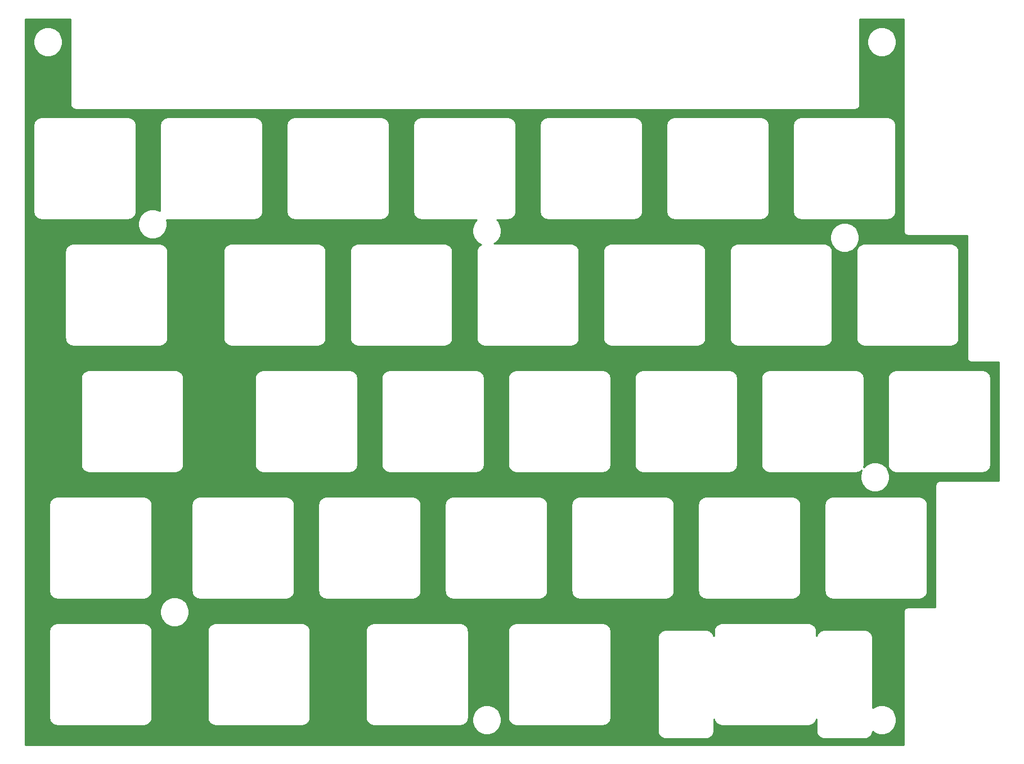
<source format=gbr>
G04 #@! TF.GenerationSoftware,KiCad,Pcbnew,5.1.10*
G04 #@! TF.CreationDate,2021-08-05T23:00:39+02:00*
G04 #@! TF.ProjectId,plate,706c6174-652e-46b6-9963-61645f706362,rev?*
G04 #@! TF.SameCoordinates,Original*
G04 #@! TF.FileFunction,Copper,L1,Top*
G04 #@! TF.FilePolarity,Positive*
%FSLAX46Y46*%
G04 Gerber Fmt 4.6, Leading zero omitted, Abs format (unit mm)*
G04 Created by KiCad (PCBNEW 5.1.10) date 2021-08-05 23:00:39*
%MOMM*%
%LPD*%
G01*
G04 APERTURE LIST*
G04 #@! TA.AperFunction,NonConductor*
%ADD10C,0.254000*%
G04 #@! TD*
G04 #@! TA.AperFunction,NonConductor*
%ADD11C,0.150000*%
G04 #@! TD*
G04 APERTURE END LIST*
D10*
X77222801Y-58103571D02*
X77219607Y-58136000D01*
X77232350Y-58265383D01*
X77270090Y-58389793D01*
X77331375Y-58504450D01*
X77413852Y-58604948D01*
X77514350Y-58687425D01*
X77629007Y-58748710D01*
X77753417Y-58786450D01*
X77850381Y-58796000D01*
X77882800Y-58799193D01*
X77915219Y-58796000D01*
X195325381Y-58796000D01*
X195357800Y-58799193D01*
X195390219Y-58796000D01*
X195487183Y-58786450D01*
X195611593Y-58748710D01*
X195726250Y-58687425D01*
X195826748Y-58604948D01*
X195909225Y-58504450D01*
X195970510Y-58389793D01*
X196008250Y-58265383D01*
X196020993Y-58136000D01*
X196017800Y-58103581D01*
X196017800Y-48390872D01*
X197059800Y-48390872D01*
X197059800Y-48831128D01*
X197145690Y-49262925D01*
X197314169Y-49669669D01*
X197558762Y-50035729D01*
X197870071Y-50347038D01*
X198236131Y-50591631D01*
X198642875Y-50760110D01*
X199074672Y-50846000D01*
X199514928Y-50846000D01*
X199946725Y-50760110D01*
X200353469Y-50591631D01*
X200719529Y-50347038D01*
X201030838Y-50035729D01*
X201275431Y-49669669D01*
X201443910Y-49262925D01*
X201529800Y-48831128D01*
X201529800Y-48390872D01*
X201443910Y-47959075D01*
X201275431Y-47552331D01*
X201030838Y-47186271D01*
X200719529Y-46874962D01*
X200353469Y-46630369D01*
X199946725Y-46461890D01*
X199514928Y-46376000D01*
X199074672Y-46376000D01*
X198642875Y-46461890D01*
X198236131Y-46630369D01*
X197870071Y-46874962D01*
X197558762Y-47186271D01*
X197314169Y-47552331D01*
X197145690Y-47959075D01*
X197059800Y-48390872D01*
X196017800Y-48390872D01*
X196017800Y-45207000D01*
X202597201Y-45207000D01*
X202597200Y-58103218D01*
X202597201Y-58103228D01*
X202597200Y-77088381D01*
X202594007Y-77120800D01*
X202606750Y-77250183D01*
X202644490Y-77374593D01*
X202705775Y-77489250D01*
X202788252Y-77589748D01*
X202888750Y-77672225D01*
X203003407Y-77733510D01*
X203127817Y-77771250D01*
X203257200Y-77783993D01*
X203289619Y-77780800D01*
X212122201Y-77780800D01*
X212122200Y-96138381D01*
X212119007Y-96170800D01*
X212131750Y-96300183D01*
X212169490Y-96424593D01*
X212230775Y-96539250D01*
X212313252Y-96639748D01*
X212413750Y-96722225D01*
X212528407Y-96783510D01*
X212652817Y-96821250D01*
X212782200Y-96833993D01*
X212814619Y-96830800D01*
X216897401Y-96830800D01*
X216897400Y-114713200D01*
X208064819Y-114713200D01*
X208032400Y-114710007D01*
X207999981Y-114713200D01*
X207903017Y-114722750D01*
X207778607Y-114760490D01*
X207663950Y-114821775D01*
X207563452Y-114904252D01*
X207480975Y-115004750D01*
X207419690Y-115119407D01*
X207381950Y-115243817D01*
X207369207Y-115373200D01*
X207372401Y-115405629D01*
X207372400Y-133763200D01*
X203289619Y-133763200D01*
X203257200Y-133760007D01*
X203224781Y-133763200D01*
X203127817Y-133772750D01*
X203003407Y-133810490D01*
X202888750Y-133871775D01*
X202788252Y-133954252D01*
X202705775Y-134054750D01*
X202644490Y-134169407D01*
X202606750Y-134293817D01*
X202594007Y-134423200D01*
X202597201Y-134455629D01*
X202597200Y-154515000D01*
X70414800Y-154515000D01*
X70414800Y-137335196D01*
X74012550Y-137335196D01*
X74012551Y-150407405D01*
X74015608Y-150438441D01*
X74015587Y-150441405D01*
X74016588Y-150451618D01*
X74021636Y-150499652D01*
X74023186Y-150515385D01*
X74023345Y-150515910D01*
X74026788Y-150548667D01*
X74040188Y-150613944D01*
X74052666Y-150679359D01*
X74055632Y-150689184D01*
X74084488Y-150782403D01*
X74110330Y-150843878D01*
X74135261Y-150905584D01*
X74140078Y-150914645D01*
X74186491Y-151000483D01*
X74223746Y-151055715D01*
X74260219Y-151111451D01*
X74266705Y-151119404D01*
X74328907Y-151194593D01*
X74376191Y-151241548D01*
X74422780Y-151289124D01*
X74430687Y-151295665D01*
X74430692Y-151295670D01*
X74430698Y-151295674D01*
X74506308Y-151357341D01*
X74561806Y-151394214D01*
X74616769Y-151431848D01*
X74625796Y-151436729D01*
X74711957Y-151482541D01*
X74773563Y-151507933D01*
X74834770Y-151534167D01*
X74844574Y-151537202D01*
X74844578Y-151537203D01*
X74844580Y-151537204D01*
X74844582Y-151537204D01*
X74937992Y-151565407D01*
X75003385Y-151578356D01*
X75068507Y-151592197D01*
X75078698Y-151593268D01*
X75078706Y-151593270D01*
X75078713Y-151593270D01*
X75175239Y-151602734D01*
X75211445Y-151606300D01*
X88283655Y-151606300D01*
X88314700Y-151603242D01*
X88317655Y-151603263D01*
X88327868Y-151602262D01*
X88375751Y-151597229D01*
X88391635Y-151595665D01*
X88392165Y-151595504D01*
X88424917Y-151592062D01*
X88490194Y-151578662D01*
X88555609Y-151566184D01*
X88565434Y-151563218D01*
X88658653Y-151534362D01*
X88720128Y-151508520D01*
X88781834Y-151483589D01*
X88790895Y-151478772D01*
X88876733Y-151432359D01*
X88931965Y-151395104D01*
X88987701Y-151358631D01*
X88995654Y-151352145D01*
X89070843Y-151289943D01*
X89117798Y-151242659D01*
X89165374Y-151196070D01*
X89171915Y-151188163D01*
X89171920Y-151188158D01*
X89171924Y-151188152D01*
X89233591Y-151112542D01*
X89270464Y-151057044D01*
X89308098Y-151002081D01*
X89312979Y-150993054D01*
X89358791Y-150906893D01*
X89384183Y-150845287D01*
X89410417Y-150784080D01*
X89413452Y-150774276D01*
X89441657Y-150680858D01*
X89454606Y-150615465D01*
X89468447Y-150550343D01*
X89469518Y-150540152D01*
X89469520Y-150540144D01*
X89469520Y-150540137D01*
X89479042Y-150443020D01*
X89482550Y-150407405D01*
X89482550Y-137335196D01*
X97825050Y-137335196D01*
X97825051Y-150407405D01*
X97828108Y-150438441D01*
X97828087Y-150441405D01*
X97829088Y-150451618D01*
X97834136Y-150499652D01*
X97835686Y-150515385D01*
X97835845Y-150515910D01*
X97839288Y-150548667D01*
X97852688Y-150613944D01*
X97865166Y-150679359D01*
X97868132Y-150689184D01*
X97896988Y-150782403D01*
X97922830Y-150843878D01*
X97947761Y-150905584D01*
X97952578Y-150914645D01*
X97998991Y-151000483D01*
X98036246Y-151055715D01*
X98072719Y-151111451D01*
X98079205Y-151119404D01*
X98141407Y-151194593D01*
X98188691Y-151241548D01*
X98235280Y-151289124D01*
X98243187Y-151295665D01*
X98243192Y-151295670D01*
X98243198Y-151295674D01*
X98318808Y-151357341D01*
X98374306Y-151394214D01*
X98429269Y-151431848D01*
X98438296Y-151436729D01*
X98524457Y-151482541D01*
X98586063Y-151507933D01*
X98647270Y-151534167D01*
X98657074Y-151537202D01*
X98657078Y-151537203D01*
X98657080Y-151537204D01*
X98657082Y-151537204D01*
X98750492Y-151565407D01*
X98815885Y-151578356D01*
X98881007Y-151592197D01*
X98891198Y-151593268D01*
X98891206Y-151593270D01*
X98891213Y-151593270D01*
X98987739Y-151602734D01*
X99023945Y-151606300D01*
X112096155Y-151606300D01*
X112127200Y-151603242D01*
X112130155Y-151603263D01*
X112140368Y-151602262D01*
X112188251Y-151597229D01*
X112204135Y-151595665D01*
X112204665Y-151595504D01*
X112237417Y-151592062D01*
X112302694Y-151578662D01*
X112368109Y-151566184D01*
X112377934Y-151563218D01*
X112471153Y-151534362D01*
X112532628Y-151508520D01*
X112594334Y-151483589D01*
X112603395Y-151478772D01*
X112689233Y-151432359D01*
X112744465Y-151395104D01*
X112800201Y-151358631D01*
X112808154Y-151352145D01*
X112883343Y-151289943D01*
X112930298Y-151242659D01*
X112977874Y-151196070D01*
X112984415Y-151188163D01*
X112984420Y-151188158D01*
X112984424Y-151188152D01*
X113046091Y-151112542D01*
X113082964Y-151057044D01*
X113120598Y-151002081D01*
X113125479Y-150993054D01*
X113171291Y-150906893D01*
X113196683Y-150845287D01*
X113222917Y-150784080D01*
X113225952Y-150774276D01*
X113254157Y-150680858D01*
X113267106Y-150615465D01*
X113280947Y-150550343D01*
X113282018Y-150540152D01*
X113282020Y-150540144D01*
X113282020Y-150540137D01*
X113291542Y-150443020D01*
X113295050Y-150407405D01*
X113295050Y-137335196D01*
X121637550Y-137335196D01*
X121637551Y-150407405D01*
X121640608Y-150438441D01*
X121640587Y-150441405D01*
X121641588Y-150451618D01*
X121646636Y-150499652D01*
X121648186Y-150515385D01*
X121648345Y-150515910D01*
X121651788Y-150548667D01*
X121665188Y-150613944D01*
X121677666Y-150679359D01*
X121680632Y-150689184D01*
X121709488Y-150782403D01*
X121735330Y-150843878D01*
X121760261Y-150905584D01*
X121765078Y-150914645D01*
X121811491Y-151000483D01*
X121848746Y-151055715D01*
X121885219Y-151111451D01*
X121891705Y-151119404D01*
X121953907Y-151194593D01*
X122001191Y-151241548D01*
X122047780Y-151289124D01*
X122055687Y-151295665D01*
X122055692Y-151295670D01*
X122055698Y-151295674D01*
X122131308Y-151357341D01*
X122186806Y-151394214D01*
X122241769Y-151431848D01*
X122250796Y-151436729D01*
X122336957Y-151482541D01*
X122398563Y-151507933D01*
X122459770Y-151534167D01*
X122469574Y-151537202D01*
X122469578Y-151537203D01*
X122469580Y-151537204D01*
X122469582Y-151537204D01*
X122562992Y-151565407D01*
X122628385Y-151578356D01*
X122693507Y-151592197D01*
X122703698Y-151593268D01*
X122703706Y-151593270D01*
X122703713Y-151593270D01*
X122800239Y-151602734D01*
X122836445Y-151606300D01*
X135908655Y-151606300D01*
X135939700Y-151603242D01*
X135942655Y-151603263D01*
X135952868Y-151602262D01*
X136000751Y-151597229D01*
X136016635Y-151595665D01*
X136017165Y-151595504D01*
X136049917Y-151592062D01*
X136115194Y-151578662D01*
X136180609Y-151566184D01*
X136190434Y-151563218D01*
X136283653Y-151534362D01*
X136345128Y-151508520D01*
X136406834Y-151483589D01*
X136415895Y-151478772D01*
X136501733Y-151432359D01*
X136556965Y-151395104D01*
X136612701Y-151358631D01*
X136620654Y-151352145D01*
X136695843Y-151289943D01*
X136742798Y-151242659D01*
X136790374Y-151196070D01*
X136796915Y-151188163D01*
X136796920Y-151188158D01*
X136796924Y-151188152D01*
X136858591Y-151112542D01*
X136895464Y-151057044D01*
X136933098Y-151002081D01*
X136937979Y-150993054D01*
X136983791Y-150906893D01*
X137009183Y-150845287D01*
X137035417Y-150784080D01*
X137038452Y-150774276D01*
X137066657Y-150680858D01*
X137079606Y-150615465D01*
X137093447Y-150550343D01*
X137094518Y-150540152D01*
X137094520Y-150540144D01*
X137094520Y-150540137D01*
X137098565Y-150498872D01*
X137623800Y-150498872D01*
X137623800Y-150939128D01*
X137709690Y-151370925D01*
X137878169Y-151777669D01*
X138122762Y-152143729D01*
X138434071Y-152455038D01*
X138800131Y-152699631D01*
X139206875Y-152868110D01*
X139638672Y-152954000D01*
X140078928Y-152954000D01*
X140510725Y-152868110D01*
X140917469Y-152699631D01*
X141283529Y-152455038D01*
X141594838Y-152143729D01*
X141839431Y-151777669D01*
X142007910Y-151370925D01*
X142093800Y-150939128D01*
X142093800Y-150498872D01*
X142007910Y-150067075D01*
X141839431Y-149660331D01*
X141594838Y-149294271D01*
X141283529Y-148982962D01*
X140917469Y-148738369D01*
X140510725Y-148569890D01*
X140078928Y-148484000D01*
X139638672Y-148484000D01*
X139206875Y-148569890D01*
X138800131Y-148738369D01*
X138434071Y-148982962D01*
X138122762Y-149294271D01*
X137878169Y-149660331D01*
X137709690Y-150067075D01*
X137623800Y-150498872D01*
X137098565Y-150498872D01*
X137104042Y-150443020D01*
X137107550Y-150407405D01*
X137107550Y-137335196D01*
X143068800Y-137335196D01*
X143068801Y-150407405D01*
X143071858Y-150438441D01*
X143071837Y-150441405D01*
X143072838Y-150451618D01*
X143077886Y-150499652D01*
X143079436Y-150515385D01*
X143079595Y-150515910D01*
X143083038Y-150548667D01*
X143096438Y-150613944D01*
X143108916Y-150679359D01*
X143111882Y-150689184D01*
X143140738Y-150782403D01*
X143166580Y-150843878D01*
X143191511Y-150905584D01*
X143196328Y-150914645D01*
X143242741Y-151000483D01*
X143279996Y-151055715D01*
X143316469Y-151111451D01*
X143322955Y-151119404D01*
X143385157Y-151194593D01*
X143432441Y-151241548D01*
X143479030Y-151289124D01*
X143486937Y-151295665D01*
X143486942Y-151295670D01*
X143486948Y-151295674D01*
X143562558Y-151357341D01*
X143618056Y-151394214D01*
X143673019Y-151431848D01*
X143682046Y-151436729D01*
X143768207Y-151482541D01*
X143829813Y-151507933D01*
X143891020Y-151534167D01*
X143900824Y-151537202D01*
X143900828Y-151537203D01*
X143900830Y-151537204D01*
X143900832Y-151537204D01*
X143994242Y-151565407D01*
X144059635Y-151578356D01*
X144124757Y-151592197D01*
X144134948Y-151593268D01*
X144134956Y-151593270D01*
X144134963Y-151593270D01*
X144231489Y-151602734D01*
X144267695Y-151606300D01*
X157339905Y-151606300D01*
X157370950Y-151603242D01*
X157373905Y-151603263D01*
X157384118Y-151602262D01*
X157432001Y-151597229D01*
X157447885Y-151595665D01*
X157448415Y-151595504D01*
X157481167Y-151592062D01*
X157546444Y-151578662D01*
X157611859Y-151566184D01*
X157621684Y-151563218D01*
X157714903Y-151534362D01*
X157776378Y-151508520D01*
X157838084Y-151483589D01*
X157847145Y-151478772D01*
X157932983Y-151432359D01*
X157988215Y-151395104D01*
X158043951Y-151358631D01*
X158051904Y-151352145D01*
X158127093Y-151289943D01*
X158174048Y-151242659D01*
X158221624Y-151196070D01*
X158228165Y-151188163D01*
X158228170Y-151188158D01*
X158228174Y-151188152D01*
X158289841Y-151112542D01*
X158326714Y-151057044D01*
X158364348Y-151002081D01*
X158369229Y-150993054D01*
X158415041Y-150906893D01*
X158440433Y-150845287D01*
X158466667Y-150784080D01*
X158469702Y-150774276D01*
X158497907Y-150680858D01*
X158510856Y-150615465D01*
X158524697Y-150550343D01*
X158525768Y-150540152D01*
X158525770Y-150540144D01*
X158525770Y-150540137D01*
X158535292Y-150443020D01*
X158538800Y-150407405D01*
X158538800Y-138335196D01*
X165587050Y-138335196D01*
X165587051Y-152407405D01*
X165590108Y-152438441D01*
X165590087Y-152441405D01*
X165591088Y-152451618D01*
X165596136Y-152499652D01*
X165597686Y-152515385D01*
X165597845Y-152515910D01*
X165601288Y-152548667D01*
X165614688Y-152613944D01*
X165627166Y-152679359D01*
X165630132Y-152689184D01*
X165658988Y-152782403D01*
X165684830Y-152843878D01*
X165709761Y-152905584D01*
X165714578Y-152914645D01*
X165760991Y-153000483D01*
X165798246Y-153055715D01*
X165834719Y-153111451D01*
X165841205Y-153119404D01*
X165903407Y-153194593D01*
X165950691Y-153241548D01*
X165997280Y-153289124D01*
X166005187Y-153295665D01*
X166005192Y-153295670D01*
X166005198Y-153295674D01*
X166080808Y-153357341D01*
X166136306Y-153394214D01*
X166191269Y-153431848D01*
X166200296Y-153436729D01*
X166286457Y-153482541D01*
X166348063Y-153507933D01*
X166409270Y-153534167D01*
X166419074Y-153537202D01*
X166419078Y-153537203D01*
X166419080Y-153537204D01*
X166419082Y-153537204D01*
X166512492Y-153565407D01*
X166577885Y-153578356D01*
X166643007Y-153592197D01*
X166653198Y-153593268D01*
X166653206Y-153593270D01*
X166653213Y-153593270D01*
X166749739Y-153602734D01*
X166785945Y-153606300D01*
X172858155Y-153606300D01*
X172889200Y-153603242D01*
X172892155Y-153603263D01*
X172902368Y-153602262D01*
X172950251Y-153597229D01*
X172966135Y-153595665D01*
X172966665Y-153595504D01*
X172999417Y-153592062D01*
X173064694Y-153578662D01*
X173130109Y-153566184D01*
X173139934Y-153563218D01*
X173233153Y-153534362D01*
X173294628Y-153508520D01*
X173356334Y-153483589D01*
X173365395Y-153478772D01*
X173451233Y-153432359D01*
X173506465Y-153395104D01*
X173562201Y-153358631D01*
X173570154Y-153352145D01*
X173645343Y-153289943D01*
X173692298Y-153242659D01*
X173739874Y-153196070D01*
X173746415Y-153188163D01*
X173746420Y-153188158D01*
X173746424Y-153188152D01*
X173808091Y-153112542D01*
X173844964Y-153057044D01*
X173882598Y-153002081D01*
X173887479Y-152993054D01*
X173933291Y-152906893D01*
X173958683Y-152845287D01*
X173984917Y-152784080D01*
X173987952Y-152774276D01*
X174016157Y-152680858D01*
X174029106Y-152615465D01*
X174042947Y-152550343D01*
X174044018Y-152540152D01*
X174044020Y-152540144D01*
X174044020Y-152540137D01*
X174053542Y-152443020D01*
X174057050Y-152407405D01*
X174057050Y-150636813D01*
X174065166Y-150679359D01*
X174068132Y-150689184D01*
X174096988Y-150782403D01*
X174122830Y-150843878D01*
X174147761Y-150905584D01*
X174152578Y-150914645D01*
X174198991Y-151000483D01*
X174236246Y-151055715D01*
X174272719Y-151111451D01*
X174279205Y-151119404D01*
X174341407Y-151194593D01*
X174388691Y-151241548D01*
X174435280Y-151289124D01*
X174443187Y-151295665D01*
X174443192Y-151295670D01*
X174443198Y-151295674D01*
X174518808Y-151357341D01*
X174574306Y-151394214D01*
X174629269Y-151431848D01*
X174638296Y-151436729D01*
X174724457Y-151482541D01*
X174786063Y-151507933D01*
X174847270Y-151534167D01*
X174857074Y-151537202D01*
X174857078Y-151537203D01*
X174857080Y-151537204D01*
X174857082Y-151537204D01*
X174950492Y-151565407D01*
X175015885Y-151578356D01*
X175081007Y-151592197D01*
X175091198Y-151593268D01*
X175091206Y-151593270D01*
X175091213Y-151593270D01*
X175187739Y-151602734D01*
X175223945Y-151606300D01*
X188296155Y-151606300D01*
X188327200Y-151603242D01*
X188330155Y-151603263D01*
X188340368Y-151602262D01*
X188388251Y-151597229D01*
X188404135Y-151595665D01*
X188404665Y-151595504D01*
X188437417Y-151592062D01*
X188502694Y-151578662D01*
X188568109Y-151566184D01*
X188577934Y-151563218D01*
X188671153Y-151534362D01*
X188732628Y-151508520D01*
X188794334Y-151483589D01*
X188803395Y-151478772D01*
X188889233Y-151432359D01*
X188944465Y-151395104D01*
X189000201Y-151358631D01*
X189008154Y-151352145D01*
X189083343Y-151289943D01*
X189130298Y-151242659D01*
X189177874Y-151196070D01*
X189184415Y-151188163D01*
X189184420Y-151188158D01*
X189184424Y-151188152D01*
X189246091Y-151112542D01*
X189282964Y-151057044D01*
X189320598Y-151002081D01*
X189325479Y-150993054D01*
X189371291Y-150906893D01*
X189396683Y-150845287D01*
X189422917Y-150784080D01*
X189425952Y-150774276D01*
X189454157Y-150680858D01*
X189463051Y-150635942D01*
X189463051Y-152407405D01*
X189466108Y-152438441D01*
X189466087Y-152441405D01*
X189467088Y-152451618D01*
X189472136Y-152499652D01*
X189473686Y-152515385D01*
X189473845Y-152515910D01*
X189477288Y-152548667D01*
X189490688Y-152613944D01*
X189503166Y-152679359D01*
X189506132Y-152689184D01*
X189534988Y-152782403D01*
X189560830Y-152843878D01*
X189585761Y-152905584D01*
X189590578Y-152914645D01*
X189636991Y-153000483D01*
X189674246Y-153055715D01*
X189710719Y-153111451D01*
X189717205Y-153119404D01*
X189779407Y-153194593D01*
X189826691Y-153241548D01*
X189873280Y-153289124D01*
X189881187Y-153295665D01*
X189881192Y-153295670D01*
X189881198Y-153295674D01*
X189956808Y-153357341D01*
X190012306Y-153394214D01*
X190067269Y-153431848D01*
X190076296Y-153436729D01*
X190162457Y-153482541D01*
X190224063Y-153507933D01*
X190285270Y-153534167D01*
X190295074Y-153537202D01*
X190295078Y-153537203D01*
X190295080Y-153537204D01*
X190295082Y-153537204D01*
X190388492Y-153565407D01*
X190453885Y-153578356D01*
X190519007Y-153592197D01*
X190529198Y-153593268D01*
X190529206Y-153593270D01*
X190529213Y-153593270D01*
X190625739Y-153602734D01*
X190661945Y-153606300D01*
X196734155Y-153606300D01*
X196765200Y-153603242D01*
X196768155Y-153603263D01*
X196778368Y-153602262D01*
X196826251Y-153597229D01*
X196842135Y-153595665D01*
X196842665Y-153595504D01*
X196875417Y-153592062D01*
X196940694Y-153578662D01*
X197006109Y-153566184D01*
X197015934Y-153563218D01*
X197109153Y-153534362D01*
X197170628Y-153508520D01*
X197232334Y-153483589D01*
X197241395Y-153478772D01*
X197327233Y-153432359D01*
X197382465Y-153395104D01*
X197438201Y-153358631D01*
X197446154Y-153352145D01*
X197521343Y-153289943D01*
X197568298Y-153242659D01*
X197615874Y-153196070D01*
X197622415Y-153188163D01*
X197622420Y-153188158D01*
X197622424Y-153188152D01*
X197684091Y-153112542D01*
X197720964Y-153057044D01*
X197758598Y-153002081D01*
X197763479Y-152993054D01*
X197809291Y-152906893D01*
X197834683Y-152845287D01*
X197860917Y-152784080D01*
X197863952Y-152774276D01*
X197892157Y-152680858D01*
X197905106Y-152615465D01*
X197918947Y-152550343D01*
X197920018Y-152540152D01*
X197920020Y-152540144D01*
X197920020Y-152540137D01*
X197924780Y-152491593D01*
X198236131Y-152699631D01*
X198642875Y-152868110D01*
X199074672Y-152954000D01*
X199514928Y-152954000D01*
X199946725Y-152868110D01*
X200353469Y-152699631D01*
X200719529Y-152455038D01*
X201030838Y-152143729D01*
X201275431Y-151777669D01*
X201443910Y-151370925D01*
X201529800Y-150939128D01*
X201529800Y-150498872D01*
X201443910Y-150067075D01*
X201275431Y-149660331D01*
X201030838Y-149294271D01*
X200719529Y-148982962D01*
X200353469Y-148738369D01*
X199946725Y-148569890D01*
X199514928Y-148484000D01*
X199074672Y-148484000D01*
X198642875Y-148569890D01*
X198236131Y-148738369D01*
X197933050Y-148940881D01*
X197933050Y-138335195D01*
X197929992Y-138304150D01*
X197930013Y-138301195D01*
X197929012Y-138290982D01*
X197923980Y-138243107D01*
X197922415Y-138227215D01*
X197922254Y-138226685D01*
X197918812Y-138193934D01*
X197905414Y-138128664D01*
X197892934Y-138063241D01*
X197889968Y-138053416D01*
X197861112Y-137960197D01*
X197835275Y-137898734D01*
X197810339Y-137837016D01*
X197805522Y-137827955D01*
X197759109Y-137742117D01*
X197721839Y-137686862D01*
X197685381Y-137631149D01*
X197678895Y-137623196D01*
X197616693Y-137548007D01*
X197569409Y-137501052D01*
X197522820Y-137453476D01*
X197514913Y-137446934D01*
X197439292Y-137385259D01*
X197383771Y-137348370D01*
X197328831Y-137310752D01*
X197319820Y-137305880D01*
X197319813Y-137305875D01*
X197319806Y-137305872D01*
X197319804Y-137305871D01*
X197233643Y-137260059D01*
X197172037Y-137234667D01*
X197110830Y-137208433D01*
X197101026Y-137205398D01*
X197101022Y-137205397D01*
X197101020Y-137205396D01*
X197101018Y-137205396D01*
X197007608Y-137177193D01*
X196942222Y-137164246D01*
X196877094Y-137150403D01*
X196866901Y-137149331D01*
X196866894Y-137149330D01*
X196866888Y-137149330D01*
X196770360Y-137139866D01*
X196734155Y-137136300D01*
X190661945Y-137136300D01*
X190630900Y-137139358D01*
X190627945Y-137139337D01*
X190617732Y-137140338D01*
X190569857Y-137145370D01*
X190553965Y-137146935D01*
X190553435Y-137147096D01*
X190520684Y-137150538D01*
X190455414Y-137163936D01*
X190389991Y-137176416D01*
X190380166Y-137179382D01*
X190286947Y-137208238D01*
X190225484Y-137234075D01*
X190163766Y-137259011D01*
X190154705Y-137263828D01*
X190068867Y-137310241D01*
X190013612Y-137347511D01*
X189957899Y-137383969D01*
X189949946Y-137390455D01*
X189874757Y-137452657D01*
X189827802Y-137499941D01*
X189780226Y-137546530D01*
X189773684Y-137554437D01*
X189712009Y-137630058D01*
X189675120Y-137685579D01*
X189637502Y-137740519D01*
X189632630Y-137749530D01*
X189632625Y-137749537D01*
X189632622Y-137749544D01*
X189632621Y-137749546D01*
X189586809Y-137835707D01*
X189561417Y-137897313D01*
X189535183Y-137958520D01*
X189532148Y-137968324D01*
X189503943Y-138061742D01*
X189495050Y-138106654D01*
X189495050Y-137335195D01*
X189491992Y-137304150D01*
X189492013Y-137301195D01*
X189491012Y-137290982D01*
X189485980Y-137243107D01*
X189484415Y-137227215D01*
X189484254Y-137226685D01*
X189480812Y-137193934D01*
X189467414Y-137128664D01*
X189454934Y-137063241D01*
X189451968Y-137053416D01*
X189423112Y-136960197D01*
X189397275Y-136898734D01*
X189372339Y-136837016D01*
X189367522Y-136827955D01*
X189321109Y-136742117D01*
X189283839Y-136686862D01*
X189247381Y-136631149D01*
X189240895Y-136623196D01*
X189178693Y-136548007D01*
X189131409Y-136501052D01*
X189084820Y-136453476D01*
X189076913Y-136446934D01*
X189001292Y-136385259D01*
X188945771Y-136348370D01*
X188890831Y-136310752D01*
X188881820Y-136305880D01*
X188881813Y-136305875D01*
X188881806Y-136305872D01*
X188881804Y-136305871D01*
X188795643Y-136260059D01*
X188734037Y-136234667D01*
X188672830Y-136208433D01*
X188663026Y-136205398D01*
X188663022Y-136205397D01*
X188663020Y-136205396D01*
X188663018Y-136205396D01*
X188569608Y-136177193D01*
X188504222Y-136164246D01*
X188439094Y-136150403D01*
X188428901Y-136149331D01*
X188428894Y-136149330D01*
X188428888Y-136149330D01*
X188332360Y-136139866D01*
X188296155Y-136136300D01*
X175223945Y-136136300D01*
X175192900Y-136139358D01*
X175189945Y-136139337D01*
X175179732Y-136140338D01*
X175131857Y-136145370D01*
X175115965Y-136146935D01*
X175115435Y-136147096D01*
X175082684Y-136150538D01*
X175017414Y-136163936D01*
X174951991Y-136176416D01*
X174942166Y-136179382D01*
X174848947Y-136208238D01*
X174787484Y-136234075D01*
X174725766Y-136259011D01*
X174716705Y-136263828D01*
X174630867Y-136310241D01*
X174575612Y-136347511D01*
X174519899Y-136383969D01*
X174511946Y-136390455D01*
X174436757Y-136452657D01*
X174389802Y-136499941D01*
X174342226Y-136546530D01*
X174335684Y-136554437D01*
X174274009Y-136630058D01*
X174237120Y-136685579D01*
X174199502Y-136740519D01*
X174194630Y-136749530D01*
X174194625Y-136749537D01*
X174194622Y-136749544D01*
X174194621Y-136749546D01*
X174148809Y-136835707D01*
X174123417Y-136897313D01*
X174097183Y-136958520D01*
X174094148Y-136968324D01*
X174065943Y-137061742D01*
X174052996Y-137127128D01*
X174039153Y-137192256D01*
X174038081Y-137202449D01*
X174038080Y-137202456D01*
X174038080Y-137202462D01*
X174028594Y-137299212D01*
X174025050Y-137335196D01*
X174025050Y-138105787D01*
X174016934Y-138063241D01*
X174013968Y-138053416D01*
X173985112Y-137960197D01*
X173959275Y-137898734D01*
X173934339Y-137837016D01*
X173929522Y-137827955D01*
X173883109Y-137742117D01*
X173845839Y-137686862D01*
X173809381Y-137631149D01*
X173802895Y-137623196D01*
X173740693Y-137548007D01*
X173693409Y-137501052D01*
X173646820Y-137453476D01*
X173638913Y-137446934D01*
X173563292Y-137385259D01*
X173507771Y-137348370D01*
X173452831Y-137310752D01*
X173443820Y-137305880D01*
X173443813Y-137305875D01*
X173443806Y-137305872D01*
X173443804Y-137305871D01*
X173357643Y-137260059D01*
X173296037Y-137234667D01*
X173234830Y-137208433D01*
X173225026Y-137205398D01*
X173225022Y-137205397D01*
X173225020Y-137205396D01*
X173225018Y-137205396D01*
X173131608Y-137177193D01*
X173066222Y-137164246D01*
X173001094Y-137150403D01*
X172990901Y-137149331D01*
X172990894Y-137149330D01*
X172990888Y-137149330D01*
X172894360Y-137139866D01*
X172858155Y-137136300D01*
X166785945Y-137136300D01*
X166754900Y-137139358D01*
X166751945Y-137139337D01*
X166741732Y-137140338D01*
X166693857Y-137145370D01*
X166677965Y-137146935D01*
X166677435Y-137147096D01*
X166644684Y-137150538D01*
X166579414Y-137163936D01*
X166513991Y-137176416D01*
X166504166Y-137179382D01*
X166410947Y-137208238D01*
X166349484Y-137234075D01*
X166287766Y-137259011D01*
X166278705Y-137263828D01*
X166192867Y-137310241D01*
X166137612Y-137347511D01*
X166081899Y-137383969D01*
X166073946Y-137390455D01*
X165998757Y-137452657D01*
X165951802Y-137499941D01*
X165904226Y-137546530D01*
X165897684Y-137554437D01*
X165836009Y-137630058D01*
X165799120Y-137685579D01*
X165761502Y-137740519D01*
X165756630Y-137749530D01*
X165756625Y-137749537D01*
X165756622Y-137749544D01*
X165756621Y-137749546D01*
X165710809Y-137835707D01*
X165685417Y-137897313D01*
X165659183Y-137958520D01*
X165656148Y-137968324D01*
X165627943Y-138061742D01*
X165614996Y-138127128D01*
X165601153Y-138192256D01*
X165600081Y-138202449D01*
X165600080Y-138202456D01*
X165600080Y-138202462D01*
X165590594Y-138299212D01*
X165587050Y-138335196D01*
X158538800Y-138335196D01*
X158538800Y-137335195D01*
X158535742Y-137304150D01*
X158535763Y-137301195D01*
X158534762Y-137290982D01*
X158529730Y-137243107D01*
X158528165Y-137227215D01*
X158528004Y-137226685D01*
X158524562Y-137193934D01*
X158511164Y-137128664D01*
X158498684Y-137063241D01*
X158495718Y-137053416D01*
X158466862Y-136960197D01*
X158441025Y-136898734D01*
X158416089Y-136837016D01*
X158411272Y-136827955D01*
X158364859Y-136742117D01*
X158327589Y-136686862D01*
X158291131Y-136631149D01*
X158284645Y-136623196D01*
X158222443Y-136548007D01*
X158175159Y-136501052D01*
X158128570Y-136453476D01*
X158120663Y-136446934D01*
X158045042Y-136385259D01*
X157989521Y-136348370D01*
X157934581Y-136310752D01*
X157925570Y-136305880D01*
X157925563Y-136305875D01*
X157925556Y-136305872D01*
X157925554Y-136305871D01*
X157839393Y-136260059D01*
X157777787Y-136234667D01*
X157716580Y-136208433D01*
X157706776Y-136205398D01*
X157706772Y-136205397D01*
X157706770Y-136205396D01*
X157706768Y-136205396D01*
X157613358Y-136177193D01*
X157547972Y-136164246D01*
X157482844Y-136150403D01*
X157472651Y-136149331D01*
X157472644Y-136149330D01*
X157472638Y-136149330D01*
X157376110Y-136139866D01*
X157339905Y-136136300D01*
X144267695Y-136136300D01*
X144236650Y-136139358D01*
X144233695Y-136139337D01*
X144223482Y-136140338D01*
X144175607Y-136145370D01*
X144159715Y-136146935D01*
X144159185Y-136147096D01*
X144126434Y-136150538D01*
X144061164Y-136163936D01*
X143995741Y-136176416D01*
X143985916Y-136179382D01*
X143892697Y-136208238D01*
X143831234Y-136234075D01*
X143769516Y-136259011D01*
X143760455Y-136263828D01*
X143674617Y-136310241D01*
X143619362Y-136347511D01*
X143563649Y-136383969D01*
X143555696Y-136390455D01*
X143480507Y-136452657D01*
X143433552Y-136499941D01*
X143385976Y-136546530D01*
X143379434Y-136554437D01*
X143317759Y-136630058D01*
X143280870Y-136685579D01*
X143243252Y-136740519D01*
X143238380Y-136749530D01*
X143238375Y-136749537D01*
X143238372Y-136749544D01*
X143238371Y-136749546D01*
X143192559Y-136835707D01*
X143167167Y-136897313D01*
X143140933Y-136958520D01*
X143137898Y-136968324D01*
X143109693Y-137061742D01*
X143096746Y-137127128D01*
X143082903Y-137192256D01*
X143081831Y-137202449D01*
X143081830Y-137202456D01*
X143081830Y-137202462D01*
X143072344Y-137299212D01*
X143068800Y-137335196D01*
X137107550Y-137335196D01*
X137107550Y-137335195D01*
X137104492Y-137304150D01*
X137104513Y-137301195D01*
X137103512Y-137290982D01*
X137098480Y-137243107D01*
X137096915Y-137227215D01*
X137096754Y-137226685D01*
X137093312Y-137193934D01*
X137079914Y-137128664D01*
X137067434Y-137063241D01*
X137064468Y-137053416D01*
X137035612Y-136960197D01*
X137009775Y-136898734D01*
X136984839Y-136837016D01*
X136980022Y-136827955D01*
X136933609Y-136742117D01*
X136896339Y-136686862D01*
X136859881Y-136631149D01*
X136853395Y-136623196D01*
X136791193Y-136548007D01*
X136743909Y-136501052D01*
X136697320Y-136453476D01*
X136689413Y-136446934D01*
X136613792Y-136385259D01*
X136558271Y-136348370D01*
X136503331Y-136310752D01*
X136494320Y-136305880D01*
X136494313Y-136305875D01*
X136494306Y-136305872D01*
X136494304Y-136305871D01*
X136408143Y-136260059D01*
X136346537Y-136234667D01*
X136285330Y-136208433D01*
X136275526Y-136205398D01*
X136275522Y-136205397D01*
X136275520Y-136205396D01*
X136275518Y-136205396D01*
X136182108Y-136177193D01*
X136116722Y-136164246D01*
X136051594Y-136150403D01*
X136041401Y-136149331D01*
X136041394Y-136149330D01*
X136041388Y-136149330D01*
X135944860Y-136139866D01*
X135908655Y-136136300D01*
X122836445Y-136136300D01*
X122805400Y-136139358D01*
X122802445Y-136139337D01*
X122792232Y-136140338D01*
X122744357Y-136145370D01*
X122728465Y-136146935D01*
X122727935Y-136147096D01*
X122695184Y-136150538D01*
X122629914Y-136163936D01*
X122564491Y-136176416D01*
X122554666Y-136179382D01*
X122461447Y-136208238D01*
X122399984Y-136234075D01*
X122338266Y-136259011D01*
X122329205Y-136263828D01*
X122243367Y-136310241D01*
X122188112Y-136347511D01*
X122132399Y-136383969D01*
X122124446Y-136390455D01*
X122049257Y-136452657D01*
X122002302Y-136499941D01*
X121954726Y-136546530D01*
X121948184Y-136554437D01*
X121886509Y-136630058D01*
X121849620Y-136685579D01*
X121812002Y-136740519D01*
X121807130Y-136749530D01*
X121807125Y-136749537D01*
X121807122Y-136749544D01*
X121807121Y-136749546D01*
X121761309Y-136835707D01*
X121735917Y-136897313D01*
X121709683Y-136958520D01*
X121706648Y-136968324D01*
X121678443Y-137061742D01*
X121665496Y-137127128D01*
X121651653Y-137192256D01*
X121650581Y-137202449D01*
X121650580Y-137202456D01*
X121650580Y-137202462D01*
X121641094Y-137299212D01*
X121637550Y-137335196D01*
X113295050Y-137335196D01*
X113295050Y-137335195D01*
X113291992Y-137304150D01*
X113292013Y-137301195D01*
X113291012Y-137290982D01*
X113285980Y-137243107D01*
X113284415Y-137227215D01*
X113284254Y-137226685D01*
X113280812Y-137193934D01*
X113267414Y-137128664D01*
X113254934Y-137063241D01*
X113251968Y-137053416D01*
X113223112Y-136960197D01*
X113197275Y-136898734D01*
X113172339Y-136837016D01*
X113167522Y-136827955D01*
X113121109Y-136742117D01*
X113083839Y-136686862D01*
X113047381Y-136631149D01*
X113040895Y-136623196D01*
X112978693Y-136548007D01*
X112931409Y-136501052D01*
X112884820Y-136453476D01*
X112876913Y-136446934D01*
X112801292Y-136385259D01*
X112745771Y-136348370D01*
X112690831Y-136310752D01*
X112681820Y-136305880D01*
X112681813Y-136305875D01*
X112681806Y-136305872D01*
X112681804Y-136305871D01*
X112595643Y-136260059D01*
X112534037Y-136234667D01*
X112472830Y-136208433D01*
X112463026Y-136205398D01*
X112463022Y-136205397D01*
X112463020Y-136205396D01*
X112463018Y-136205396D01*
X112369608Y-136177193D01*
X112304222Y-136164246D01*
X112239094Y-136150403D01*
X112228901Y-136149331D01*
X112228894Y-136149330D01*
X112228888Y-136149330D01*
X112132360Y-136139866D01*
X112096155Y-136136300D01*
X99023945Y-136136300D01*
X98992900Y-136139358D01*
X98989945Y-136139337D01*
X98979732Y-136140338D01*
X98931857Y-136145370D01*
X98915965Y-136146935D01*
X98915435Y-136147096D01*
X98882684Y-136150538D01*
X98817414Y-136163936D01*
X98751991Y-136176416D01*
X98742166Y-136179382D01*
X98648947Y-136208238D01*
X98587484Y-136234075D01*
X98525766Y-136259011D01*
X98516705Y-136263828D01*
X98430867Y-136310241D01*
X98375612Y-136347511D01*
X98319899Y-136383969D01*
X98311946Y-136390455D01*
X98236757Y-136452657D01*
X98189802Y-136499941D01*
X98142226Y-136546530D01*
X98135684Y-136554437D01*
X98074009Y-136630058D01*
X98037120Y-136685579D01*
X97999502Y-136740519D01*
X97994630Y-136749530D01*
X97994625Y-136749537D01*
X97994622Y-136749544D01*
X97994621Y-136749546D01*
X97948809Y-136835707D01*
X97923417Y-136897313D01*
X97897183Y-136958520D01*
X97894148Y-136968324D01*
X97865943Y-137061742D01*
X97852996Y-137127128D01*
X97839153Y-137192256D01*
X97838081Y-137202449D01*
X97838080Y-137202456D01*
X97838080Y-137202462D01*
X97828594Y-137299212D01*
X97825050Y-137335196D01*
X89482550Y-137335196D01*
X89482550Y-137335195D01*
X89479492Y-137304150D01*
X89479513Y-137301195D01*
X89478512Y-137290982D01*
X89473480Y-137243107D01*
X89471915Y-137227215D01*
X89471754Y-137226685D01*
X89468312Y-137193934D01*
X89454914Y-137128664D01*
X89442434Y-137063241D01*
X89439468Y-137053416D01*
X89410612Y-136960197D01*
X89384775Y-136898734D01*
X89359839Y-136837016D01*
X89355022Y-136827955D01*
X89308609Y-136742117D01*
X89271339Y-136686862D01*
X89234881Y-136631149D01*
X89228395Y-136623196D01*
X89166193Y-136548007D01*
X89118909Y-136501052D01*
X89072320Y-136453476D01*
X89064413Y-136446934D01*
X88988792Y-136385259D01*
X88933271Y-136348370D01*
X88878331Y-136310752D01*
X88869320Y-136305880D01*
X88869313Y-136305875D01*
X88869306Y-136305872D01*
X88869304Y-136305871D01*
X88783143Y-136260059D01*
X88721537Y-136234667D01*
X88660330Y-136208433D01*
X88650526Y-136205398D01*
X88650522Y-136205397D01*
X88650520Y-136205396D01*
X88650518Y-136205396D01*
X88557108Y-136177193D01*
X88491722Y-136164246D01*
X88426594Y-136150403D01*
X88416401Y-136149331D01*
X88416394Y-136149330D01*
X88416388Y-136149330D01*
X88319860Y-136139866D01*
X88283655Y-136136300D01*
X75211445Y-136136300D01*
X75180400Y-136139358D01*
X75177445Y-136139337D01*
X75167232Y-136140338D01*
X75119357Y-136145370D01*
X75103465Y-136146935D01*
X75102935Y-136147096D01*
X75070184Y-136150538D01*
X75004914Y-136163936D01*
X74939491Y-136176416D01*
X74929666Y-136179382D01*
X74836447Y-136208238D01*
X74774984Y-136234075D01*
X74713266Y-136259011D01*
X74704205Y-136263828D01*
X74618367Y-136310241D01*
X74563112Y-136347511D01*
X74507399Y-136383969D01*
X74499446Y-136390455D01*
X74424257Y-136452657D01*
X74377302Y-136499941D01*
X74329726Y-136546530D01*
X74323184Y-136554437D01*
X74261509Y-136630058D01*
X74224620Y-136685579D01*
X74187002Y-136740519D01*
X74182130Y-136749530D01*
X74182125Y-136749537D01*
X74182122Y-136749544D01*
X74182121Y-136749546D01*
X74136309Y-136835707D01*
X74110917Y-136897313D01*
X74084683Y-136958520D01*
X74081648Y-136968324D01*
X74053443Y-137061742D01*
X74040496Y-137127128D01*
X74026653Y-137192256D01*
X74025581Y-137202449D01*
X74025580Y-137202456D01*
X74025580Y-137202462D01*
X74016094Y-137299212D01*
X74012550Y-137335196D01*
X70414800Y-137335196D01*
X70414800Y-134242872D01*
X90633800Y-134242872D01*
X90633800Y-134683128D01*
X90719690Y-135114925D01*
X90888169Y-135521669D01*
X91132762Y-135887729D01*
X91444071Y-136199038D01*
X91810131Y-136443631D01*
X92216875Y-136612110D01*
X92648672Y-136698000D01*
X93088928Y-136698000D01*
X93520725Y-136612110D01*
X93927469Y-136443631D01*
X94293529Y-136199038D01*
X94604838Y-135887729D01*
X94849431Y-135521669D01*
X95017910Y-135114925D01*
X95103800Y-134683128D01*
X95103800Y-134242872D01*
X95017910Y-133811075D01*
X94849431Y-133404331D01*
X94604838Y-133038271D01*
X94293529Y-132726962D01*
X93927469Y-132482369D01*
X93520725Y-132313890D01*
X93088928Y-132228000D01*
X92648672Y-132228000D01*
X92216875Y-132313890D01*
X91810131Y-132482369D01*
X91444071Y-132726962D01*
X91132762Y-133038271D01*
X90888169Y-133404331D01*
X90719690Y-133811075D01*
X90633800Y-134242872D01*
X70414800Y-134242872D01*
X70414800Y-118285196D01*
X74012550Y-118285196D01*
X74012551Y-131357405D01*
X74015608Y-131388441D01*
X74015587Y-131391405D01*
X74016588Y-131401618D01*
X74021636Y-131449652D01*
X74023186Y-131465385D01*
X74023345Y-131465910D01*
X74026788Y-131498667D01*
X74040188Y-131563944D01*
X74052666Y-131629359D01*
X74055632Y-131639184D01*
X74084488Y-131732403D01*
X74110330Y-131793878D01*
X74135261Y-131855584D01*
X74140078Y-131864645D01*
X74186491Y-131950483D01*
X74223746Y-132005715D01*
X74260219Y-132061451D01*
X74266705Y-132069404D01*
X74328907Y-132144593D01*
X74376191Y-132191548D01*
X74422780Y-132239124D01*
X74430687Y-132245665D01*
X74430692Y-132245670D01*
X74430698Y-132245674D01*
X74506308Y-132307341D01*
X74561806Y-132344214D01*
X74616769Y-132381848D01*
X74625796Y-132386729D01*
X74711957Y-132432541D01*
X74773563Y-132457933D01*
X74834770Y-132484167D01*
X74844574Y-132487202D01*
X74844578Y-132487203D01*
X74844580Y-132487204D01*
X74844582Y-132487204D01*
X74937992Y-132515407D01*
X75003385Y-132528356D01*
X75068507Y-132542197D01*
X75078698Y-132543268D01*
X75078706Y-132543270D01*
X75078713Y-132543270D01*
X75175239Y-132552734D01*
X75211445Y-132556300D01*
X88283655Y-132556300D01*
X88314700Y-132553242D01*
X88317655Y-132553263D01*
X88327868Y-132552262D01*
X88375751Y-132547229D01*
X88391635Y-132545665D01*
X88392165Y-132545504D01*
X88424917Y-132542062D01*
X88490194Y-132528662D01*
X88555609Y-132516184D01*
X88565434Y-132513218D01*
X88658653Y-132484362D01*
X88720128Y-132458520D01*
X88781834Y-132433589D01*
X88790895Y-132428772D01*
X88876733Y-132382359D01*
X88931965Y-132345104D01*
X88987701Y-132308631D01*
X88995654Y-132302145D01*
X89070843Y-132239943D01*
X89117798Y-132192659D01*
X89165374Y-132146070D01*
X89171915Y-132138163D01*
X89171920Y-132138158D01*
X89171924Y-132138152D01*
X89233591Y-132062542D01*
X89270464Y-132007044D01*
X89308098Y-131952081D01*
X89312979Y-131943054D01*
X89358791Y-131856893D01*
X89384183Y-131795287D01*
X89410417Y-131734080D01*
X89413452Y-131724276D01*
X89441657Y-131630858D01*
X89454606Y-131565465D01*
X89468447Y-131500343D01*
X89469518Y-131490152D01*
X89469520Y-131490144D01*
X89469520Y-131490137D01*
X89479042Y-131393020D01*
X89482550Y-131357405D01*
X89482550Y-118285196D01*
X95443800Y-118285196D01*
X95443801Y-131357405D01*
X95446858Y-131388441D01*
X95446837Y-131391405D01*
X95447838Y-131401618D01*
X95452886Y-131449652D01*
X95454436Y-131465385D01*
X95454595Y-131465910D01*
X95458038Y-131498667D01*
X95471438Y-131563944D01*
X95483916Y-131629359D01*
X95486882Y-131639184D01*
X95515738Y-131732403D01*
X95541580Y-131793878D01*
X95566511Y-131855584D01*
X95571328Y-131864645D01*
X95617741Y-131950483D01*
X95654996Y-132005715D01*
X95691469Y-132061451D01*
X95697955Y-132069404D01*
X95760157Y-132144593D01*
X95807441Y-132191548D01*
X95854030Y-132239124D01*
X95861937Y-132245665D01*
X95861942Y-132245670D01*
X95861948Y-132245674D01*
X95937558Y-132307341D01*
X95993056Y-132344214D01*
X96048019Y-132381848D01*
X96057046Y-132386729D01*
X96143207Y-132432541D01*
X96204813Y-132457933D01*
X96266020Y-132484167D01*
X96275824Y-132487202D01*
X96275828Y-132487203D01*
X96275830Y-132487204D01*
X96275832Y-132487204D01*
X96369242Y-132515407D01*
X96434635Y-132528356D01*
X96499757Y-132542197D01*
X96509948Y-132543268D01*
X96509956Y-132543270D01*
X96509963Y-132543270D01*
X96606489Y-132552734D01*
X96642695Y-132556300D01*
X109714905Y-132556300D01*
X109745950Y-132553242D01*
X109748905Y-132553263D01*
X109759118Y-132552262D01*
X109807001Y-132547229D01*
X109822885Y-132545665D01*
X109823415Y-132545504D01*
X109856167Y-132542062D01*
X109921444Y-132528662D01*
X109986859Y-132516184D01*
X109996684Y-132513218D01*
X110089903Y-132484362D01*
X110151378Y-132458520D01*
X110213084Y-132433589D01*
X110222145Y-132428772D01*
X110307983Y-132382359D01*
X110363215Y-132345104D01*
X110418951Y-132308631D01*
X110426904Y-132302145D01*
X110502093Y-132239943D01*
X110549048Y-132192659D01*
X110596624Y-132146070D01*
X110603165Y-132138163D01*
X110603170Y-132138158D01*
X110603174Y-132138152D01*
X110664841Y-132062542D01*
X110701714Y-132007044D01*
X110739348Y-131952081D01*
X110744229Y-131943054D01*
X110790041Y-131856893D01*
X110815433Y-131795287D01*
X110841667Y-131734080D01*
X110844702Y-131724276D01*
X110872907Y-131630858D01*
X110885856Y-131565465D01*
X110899697Y-131500343D01*
X110900768Y-131490152D01*
X110900770Y-131490144D01*
X110900770Y-131490137D01*
X110910292Y-131393020D01*
X110913800Y-131357405D01*
X110913800Y-118285196D01*
X114493800Y-118285196D01*
X114493801Y-131357405D01*
X114496858Y-131388441D01*
X114496837Y-131391405D01*
X114497838Y-131401618D01*
X114502886Y-131449652D01*
X114504436Y-131465385D01*
X114504595Y-131465910D01*
X114508038Y-131498667D01*
X114521438Y-131563944D01*
X114533916Y-131629359D01*
X114536882Y-131639184D01*
X114565738Y-131732403D01*
X114591580Y-131793878D01*
X114616511Y-131855584D01*
X114621328Y-131864645D01*
X114667741Y-131950483D01*
X114704996Y-132005715D01*
X114741469Y-132061451D01*
X114747955Y-132069404D01*
X114810157Y-132144593D01*
X114857441Y-132191548D01*
X114904030Y-132239124D01*
X114911937Y-132245665D01*
X114911942Y-132245670D01*
X114911948Y-132245674D01*
X114987558Y-132307341D01*
X115043056Y-132344214D01*
X115098019Y-132381848D01*
X115107046Y-132386729D01*
X115193207Y-132432541D01*
X115254813Y-132457933D01*
X115316020Y-132484167D01*
X115325824Y-132487202D01*
X115325828Y-132487203D01*
X115325830Y-132487204D01*
X115325832Y-132487204D01*
X115419242Y-132515407D01*
X115484635Y-132528356D01*
X115549757Y-132542197D01*
X115559948Y-132543268D01*
X115559956Y-132543270D01*
X115559963Y-132543270D01*
X115656489Y-132552734D01*
X115692695Y-132556300D01*
X128764905Y-132556300D01*
X128795950Y-132553242D01*
X128798905Y-132553263D01*
X128809118Y-132552262D01*
X128857001Y-132547229D01*
X128872885Y-132545665D01*
X128873415Y-132545504D01*
X128906167Y-132542062D01*
X128971444Y-132528662D01*
X129036859Y-132516184D01*
X129046684Y-132513218D01*
X129139903Y-132484362D01*
X129201378Y-132458520D01*
X129263084Y-132433589D01*
X129272145Y-132428772D01*
X129357983Y-132382359D01*
X129413215Y-132345104D01*
X129468951Y-132308631D01*
X129476904Y-132302145D01*
X129552093Y-132239943D01*
X129599048Y-132192659D01*
X129646624Y-132146070D01*
X129653165Y-132138163D01*
X129653170Y-132138158D01*
X129653174Y-132138152D01*
X129714841Y-132062542D01*
X129751714Y-132007044D01*
X129789348Y-131952081D01*
X129794229Y-131943054D01*
X129840041Y-131856893D01*
X129865433Y-131795287D01*
X129891667Y-131734080D01*
X129894702Y-131724276D01*
X129922907Y-131630858D01*
X129935856Y-131565465D01*
X129949697Y-131500343D01*
X129950768Y-131490152D01*
X129950770Y-131490144D01*
X129950770Y-131490137D01*
X129960292Y-131393020D01*
X129963800Y-131357405D01*
X129963800Y-118285196D01*
X133543800Y-118285196D01*
X133543801Y-131357405D01*
X133546858Y-131388441D01*
X133546837Y-131391405D01*
X133547838Y-131401618D01*
X133552886Y-131449652D01*
X133554436Y-131465385D01*
X133554595Y-131465910D01*
X133558038Y-131498667D01*
X133571438Y-131563944D01*
X133583916Y-131629359D01*
X133586882Y-131639184D01*
X133615738Y-131732403D01*
X133641580Y-131793878D01*
X133666511Y-131855584D01*
X133671328Y-131864645D01*
X133717741Y-131950483D01*
X133754996Y-132005715D01*
X133791469Y-132061451D01*
X133797955Y-132069404D01*
X133860157Y-132144593D01*
X133907441Y-132191548D01*
X133954030Y-132239124D01*
X133961937Y-132245665D01*
X133961942Y-132245670D01*
X133961948Y-132245674D01*
X134037558Y-132307341D01*
X134093056Y-132344214D01*
X134148019Y-132381848D01*
X134157046Y-132386729D01*
X134243207Y-132432541D01*
X134304813Y-132457933D01*
X134366020Y-132484167D01*
X134375824Y-132487202D01*
X134375828Y-132487203D01*
X134375830Y-132487204D01*
X134375832Y-132487204D01*
X134469242Y-132515407D01*
X134534635Y-132528356D01*
X134599757Y-132542197D01*
X134609948Y-132543268D01*
X134609956Y-132543270D01*
X134609963Y-132543270D01*
X134706489Y-132552734D01*
X134742695Y-132556300D01*
X147814905Y-132556300D01*
X147845950Y-132553242D01*
X147848905Y-132553263D01*
X147859118Y-132552262D01*
X147907001Y-132547229D01*
X147922885Y-132545665D01*
X147923415Y-132545504D01*
X147956167Y-132542062D01*
X148021444Y-132528662D01*
X148086859Y-132516184D01*
X148096684Y-132513218D01*
X148189903Y-132484362D01*
X148251378Y-132458520D01*
X148313084Y-132433589D01*
X148322145Y-132428772D01*
X148407983Y-132382359D01*
X148463215Y-132345104D01*
X148518951Y-132308631D01*
X148526904Y-132302145D01*
X148602093Y-132239943D01*
X148649048Y-132192659D01*
X148696624Y-132146070D01*
X148703165Y-132138163D01*
X148703170Y-132138158D01*
X148703174Y-132138152D01*
X148764841Y-132062542D01*
X148801714Y-132007044D01*
X148839348Y-131952081D01*
X148844229Y-131943054D01*
X148890041Y-131856893D01*
X148915433Y-131795287D01*
X148941667Y-131734080D01*
X148944702Y-131724276D01*
X148972907Y-131630858D01*
X148985856Y-131565465D01*
X148999697Y-131500343D01*
X149000768Y-131490152D01*
X149000770Y-131490144D01*
X149000770Y-131490137D01*
X149010292Y-131393020D01*
X149013800Y-131357405D01*
X149013800Y-118285196D01*
X152593800Y-118285196D01*
X152593801Y-131357405D01*
X152596858Y-131388441D01*
X152596837Y-131391405D01*
X152597838Y-131401618D01*
X152602886Y-131449652D01*
X152604436Y-131465385D01*
X152604595Y-131465910D01*
X152608038Y-131498667D01*
X152621438Y-131563944D01*
X152633916Y-131629359D01*
X152636882Y-131639184D01*
X152665738Y-131732403D01*
X152691580Y-131793878D01*
X152716511Y-131855584D01*
X152721328Y-131864645D01*
X152767741Y-131950483D01*
X152804996Y-132005715D01*
X152841469Y-132061451D01*
X152847955Y-132069404D01*
X152910157Y-132144593D01*
X152957441Y-132191548D01*
X153004030Y-132239124D01*
X153011937Y-132245665D01*
X153011942Y-132245670D01*
X153011948Y-132245674D01*
X153087558Y-132307341D01*
X153143056Y-132344214D01*
X153198019Y-132381848D01*
X153207046Y-132386729D01*
X153293207Y-132432541D01*
X153354813Y-132457933D01*
X153416020Y-132484167D01*
X153425824Y-132487202D01*
X153425828Y-132487203D01*
X153425830Y-132487204D01*
X153425832Y-132487204D01*
X153519242Y-132515407D01*
X153584635Y-132528356D01*
X153649757Y-132542197D01*
X153659948Y-132543268D01*
X153659956Y-132543270D01*
X153659963Y-132543270D01*
X153756489Y-132552734D01*
X153792695Y-132556300D01*
X166864905Y-132556300D01*
X166895950Y-132553242D01*
X166898905Y-132553263D01*
X166909118Y-132552262D01*
X166957001Y-132547229D01*
X166972885Y-132545665D01*
X166973415Y-132545504D01*
X167006167Y-132542062D01*
X167071444Y-132528662D01*
X167136859Y-132516184D01*
X167146684Y-132513218D01*
X167239903Y-132484362D01*
X167301378Y-132458520D01*
X167363084Y-132433589D01*
X167372145Y-132428772D01*
X167457983Y-132382359D01*
X167513215Y-132345104D01*
X167568951Y-132308631D01*
X167576904Y-132302145D01*
X167652093Y-132239943D01*
X167699048Y-132192659D01*
X167746624Y-132146070D01*
X167753165Y-132138163D01*
X167753170Y-132138158D01*
X167753174Y-132138152D01*
X167814841Y-132062542D01*
X167851714Y-132007044D01*
X167889348Y-131952081D01*
X167894229Y-131943054D01*
X167940041Y-131856893D01*
X167965433Y-131795287D01*
X167991667Y-131734080D01*
X167994702Y-131724276D01*
X168022907Y-131630858D01*
X168035856Y-131565465D01*
X168049697Y-131500343D01*
X168050768Y-131490152D01*
X168050770Y-131490144D01*
X168050770Y-131490137D01*
X168060292Y-131393020D01*
X168063800Y-131357405D01*
X168063800Y-118285196D01*
X171643800Y-118285196D01*
X171643801Y-131357405D01*
X171646858Y-131388441D01*
X171646837Y-131391405D01*
X171647838Y-131401618D01*
X171652886Y-131449652D01*
X171654436Y-131465385D01*
X171654595Y-131465910D01*
X171658038Y-131498667D01*
X171671438Y-131563944D01*
X171683916Y-131629359D01*
X171686882Y-131639184D01*
X171715738Y-131732403D01*
X171741580Y-131793878D01*
X171766511Y-131855584D01*
X171771328Y-131864645D01*
X171817741Y-131950483D01*
X171854996Y-132005715D01*
X171891469Y-132061451D01*
X171897955Y-132069404D01*
X171960157Y-132144593D01*
X172007441Y-132191548D01*
X172054030Y-132239124D01*
X172061937Y-132245665D01*
X172061942Y-132245670D01*
X172061948Y-132245674D01*
X172137558Y-132307341D01*
X172193056Y-132344214D01*
X172248019Y-132381848D01*
X172257046Y-132386729D01*
X172343207Y-132432541D01*
X172404813Y-132457933D01*
X172466020Y-132484167D01*
X172475824Y-132487202D01*
X172475828Y-132487203D01*
X172475830Y-132487204D01*
X172475832Y-132487204D01*
X172569242Y-132515407D01*
X172634635Y-132528356D01*
X172699757Y-132542197D01*
X172709948Y-132543268D01*
X172709956Y-132543270D01*
X172709963Y-132543270D01*
X172806489Y-132552734D01*
X172842695Y-132556300D01*
X185914905Y-132556300D01*
X185945950Y-132553242D01*
X185948905Y-132553263D01*
X185959118Y-132552262D01*
X186007001Y-132547229D01*
X186022885Y-132545665D01*
X186023415Y-132545504D01*
X186056167Y-132542062D01*
X186121444Y-132528662D01*
X186186859Y-132516184D01*
X186196684Y-132513218D01*
X186289903Y-132484362D01*
X186351378Y-132458520D01*
X186413084Y-132433589D01*
X186422145Y-132428772D01*
X186507983Y-132382359D01*
X186563215Y-132345104D01*
X186618951Y-132308631D01*
X186626904Y-132302145D01*
X186702093Y-132239943D01*
X186749048Y-132192659D01*
X186796624Y-132146070D01*
X186803165Y-132138163D01*
X186803170Y-132138158D01*
X186803174Y-132138152D01*
X186864841Y-132062542D01*
X186901714Y-132007044D01*
X186939348Y-131952081D01*
X186944229Y-131943054D01*
X186990041Y-131856893D01*
X187015433Y-131795287D01*
X187041667Y-131734080D01*
X187044702Y-131724276D01*
X187072907Y-131630858D01*
X187085856Y-131565465D01*
X187099697Y-131500343D01*
X187100768Y-131490152D01*
X187100770Y-131490144D01*
X187100770Y-131490137D01*
X187110292Y-131393020D01*
X187113800Y-131357405D01*
X187113800Y-118285196D01*
X190693800Y-118285196D01*
X190693801Y-131357405D01*
X190696858Y-131388441D01*
X190696837Y-131391405D01*
X190697838Y-131401618D01*
X190702886Y-131449652D01*
X190704436Y-131465385D01*
X190704595Y-131465910D01*
X190708038Y-131498667D01*
X190721438Y-131563944D01*
X190733916Y-131629359D01*
X190736882Y-131639184D01*
X190765738Y-131732403D01*
X190791580Y-131793878D01*
X190816511Y-131855584D01*
X190821328Y-131864645D01*
X190867741Y-131950483D01*
X190904996Y-132005715D01*
X190941469Y-132061451D01*
X190947955Y-132069404D01*
X191010157Y-132144593D01*
X191057441Y-132191548D01*
X191104030Y-132239124D01*
X191111937Y-132245665D01*
X191111942Y-132245670D01*
X191111948Y-132245674D01*
X191187558Y-132307341D01*
X191243056Y-132344214D01*
X191298019Y-132381848D01*
X191307046Y-132386729D01*
X191393207Y-132432541D01*
X191454813Y-132457933D01*
X191516020Y-132484167D01*
X191525824Y-132487202D01*
X191525828Y-132487203D01*
X191525830Y-132487204D01*
X191525832Y-132487204D01*
X191619242Y-132515407D01*
X191684635Y-132528356D01*
X191749757Y-132542197D01*
X191759948Y-132543268D01*
X191759956Y-132543270D01*
X191759963Y-132543270D01*
X191856489Y-132552734D01*
X191892695Y-132556300D01*
X204964905Y-132556300D01*
X204995950Y-132553242D01*
X204998905Y-132553263D01*
X205009118Y-132552262D01*
X205057001Y-132547229D01*
X205072885Y-132545665D01*
X205073415Y-132545504D01*
X205106167Y-132542062D01*
X205171444Y-132528662D01*
X205236859Y-132516184D01*
X205246684Y-132513218D01*
X205339903Y-132484362D01*
X205401378Y-132458520D01*
X205463084Y-132433589D01*
X205472145Y-132428772D01*
X205557983Y-132382359D01*
X205613215Y-132345104D01*
X205668951Y-132308631D01*
X205676904Y-132302145D01*
X205752093Y-132239943D01*
X205799048Y-132192659D01*
X205846624Y-132146070D01*
X205853165Y-132138163D01*
X205853170Y-132138158D01*
X205853174Y-132138152D01*
X205914841Y-132062542D01*
X205951714Y-132007044D01*
X205989348Y-131952081D01*
X205994229Y-131943054D01*
X206040041Y-131856893D01*
X206065433Y-131795287D01*
X206091667Y-131734080D01*
X206094702Y-131724276D01*
X206122907Y-131630858D01*
X206135856Y-131565465D01*
X206149697Y-131500343D01*
X206150768Y-131490152D01*
X206150770Y-131490144D01*
X206150770Y-131490137D01*
X206160292Y-131393020D01*
X206163800Y-131357405D01*
X206163800Y-118285195D01*
X206160742Y-118254150D01*
X206160763Y-118251195D01*
X206159762Y-118240982D01*
X206154730Y-118193107D01*
X206153165Y-118177215D01*
X206153004Y-118176685D01*
X206149562Y-118143934D01*
X206136164Y-118078664D01*
X206123684Y-118013241D01*
X206120718Y-118003416D01*
X206091862Y-117910197D01*
X206066025Y-117848734D01*
X206041089Y-117787016D01*
X206036272Y-117777955D01*
X205989859Y-117692117D01*
X205952589Y-117636862D01*
X205916131Y-117581149D01*
X205909645Y-117573196D01*
X205847443Y-117498007D01*
X205800159Y-117451052D01*
X205753570Y-117403476D01*
X205745663Y-117396934D01*
X205670042Y-117335259D01*
X205614521Y-117298370D01*
X205559581Y-117260752D01*
X205550570Y-117255880D01*
X205550563Y-117255875D01*
X205550556Y-117255872D01*
X205550554Y-117255871D01*
X205464393Y-117210059D01*
X205402787Y-117184667D01*
X205341580Y-117158433D01*
X205331776Y-117155398D01*
X205331772Y-117155397D01*
X205331770Y-117155396D01*
X205331768Y-117155396D01*
X205238358Y-117127193D01*
X205172972Y-117114246D01*
X205107844Y-117100403D01*
X205097651Y-117099331D01*
X205097644Y-117099330D01*
X205097638Y-117099330D01*
X205001110Y-117089866D01*
X204964905Y-117086300D01*
X191892695Y-117086300D01*
X191861650Y-117089358D01*
X191858695Y-117089337D01*
X191848482Y-117090338D01*
X191800607Y-117095370D01*
X191784715Y-117096935D01*
X191784185Y-117097096D01*
X191751434Y-117100538D01*
X191686164Y-117113936D01*
X191620741Y-117126416D01*
X191610916Y-117129382D01*
X191517697Y-117158238D01*
X191456234Y-117184075D01*
X191394516Y-117209011D01*
X191385455Y-117213828D01*
X191299617Y-117260241D01*
X191244362Y-117297511D01*
X191188649Y-117333969D01*
X191180696Y-117340455D01*
X191105507Y-117402657D01*
X191058552Y-117449941D01*
X191010976Y-117496530D01*
X191004434Y-117504437D01*
X190942759Y-117580058D01*
X190905870Y-117635579D01*
X190868252Y-117690519D01*
X190863380Y-117699530D01*
X190863375Y-117699537D01*
X190863372Y-117699544D01*
X190863371Y-117699546D01*
X190817559Y-117785707D01*
X190792167Y-117847313D01*
X190765933Y-117908520D01*
X190762898Y-117918324D01*
X190734693Y-118011742D01*
X190721746Y-118077128D01*
X190707903Y-118142256D01*
X190706831Y-118152449D01*
X190706830Y-118152456D01*
X190706830Y-118152462D01*
X190697344Y-118249212D01*
X190693800Y-118285196D01*
X187113800Y-118285196D01*
X187113800Y-118285195D01*
X187110742Y-118254150D01*
X187110763Y-118251195D01*
X187109762Y-118240982D01*
X187104730Y-118193107D01*
X187103165Y-118177215D01*
X187103004Y-118176685D01*
X187099562Y-118143934D01*
X187086164Y-118078664D01*
X187073684Y-118013241D01*
X187070718Y-118003416D01*
X187041862Y-117910197D01*
X187016025Y-117848734D01*
X186991089Y-117787016D01*
X186986272Y-117777955D01*
X186939859Y-117692117D01*
X186902589Y-117636862D01*
X186866131Y-117581149D01*
X186859645Y-117573196D01*
X186797443Y-117498007D01*
X186750159Y-117451052D01*
X186703570Y-117403476D01*
X186695663Y-117396934D01*
X186620042Y-117335259D01*
X186564521Y-117298370D01*
X186509581Y-117260752D01*
X186500570Y-117255880D01*
X186500563Y-117255875D01*
X186500556Y-117255872D01*
X186500554Y-117255871D01*
X186414393Y-117210059D01*
X186352787Y-117184667D01*
X186291580Y-117158433D01*
X186281776Y-117155398D01*
X186281772Y-117155397D01*
X186281770Y-117155396D01*
X186281768Y-117155396D01*
X186188358Y-117127193D01*
X186122972Y-117114246D01*
X186057844Y-117100403D01*
X186047651Y-117099331D01*
X186047644Y-117099330D01*
X186047638Y-117099330D01*
X185951110Y-117089866D01*
X185914905Y-117086300D01*
X172842695Y-117086300D01*
X172811650Y-117089358D01*
X172808695Y-117089337D01*
X172798482Y-117090338D01*
X172750607Y-117095370D01*
X172734715Y-117096935D01*
X172734185Y-117097096D01*
X172701434Y-117100538D01*
X172636164Y-117113936D01*
X172570741Y-117126416D01*
X172560916Y-117129382D01*
X172467697Y-117158238D01*
X172406234Y-117184075D01*
X172344516Y-117209011D01*
X172335455Y-117213828D01*
X172249617Y-117260241D01*
X172194362Y-117297511D01*
X172138649Y-117333969D01*
X172130696Y-117340455D01*
X172055507Y-117402657D01*
X172008552Y-117449941D01*
X171960976Y-117496530D01*
X171954434Y-117504437D01*
X171892759Y-117580058D01*
X171855870Y-117635579D01*
X171818252Y-117690519D01*
X171813380Y-117699530D01*
X171813375Y-117699537D01*
X171813372Y-117699544D01*
X171813371Y-117699546D01*
X171767559Y-117785707D01*
X171742167Y-117847313D01*
X171715933Y-117908520D01*
X171712898Y-117918324D01*
X171684693Y-118011742D01*
X171671746Y-118077128D01*
X171657903Y-118142256D01*
X171656831Y-118152449D01*
X171656830Y-118152456D01*
X171656830Y-118152462D01*
X171647344Y-118249212D01*
X171643800Y-118285196D01*
X168063800Y-118285196D01*
X168063800Y-118285195D01*
X168060742Y-118254150D01*
X168060763Y-118251195D01*
X168059762Y-118240982D01*
X168054730Y-118193107D01*
X168053165Y-118177215D01*
X168053004Y-118176685D01*
X168049562Y-118143934D01*
X168036164Y-118078664D01*
X168023684Y-118013241D01*
X168020718Y-118003416D01*
X167991862Y-117910197D01*
X167966025Y-117848734D01*
X167941089Y-117787016D01*
X167936272Y-117777955D01*
X167889859Y-117692117D01*
X167852589Y-117636862D01*
X167816131Y-117581149D01*
X167809645Y-117573196D01*
X167747443Y-117498007D01*
X167700159Y-117451052D01*
X167653570Y-117403476D01*
X167645663Y-117396934D01*
X167570042Y-117335259D01*
X167514521Y-117298370D01*
X167459581Y-117260752D01*
X167450570Y-117255880D01*
X167450563Y-117255875D01*
X167450556Y-117255872D01*
X167450554Y-117255871D01*
X167364393Y-117210059D01*
X167302787Y-117184667D01*
X167241580Y-117158433D01*
X167231776Y-117155398D01*
X167231772Y-117155397D01*
X167231770Y-117155396D01*
X167231768Y-117155396D01*
X167138358Y-117127193D01*
X167072972Y-117114246D01*
X167007844Y-117100403D01*
X166997651Y-117099331D01*
X166997644Y-117099330D01*
X166997638Y-117099330D01*
X166901110Y-117089866D01*
X166864905Y-117086300D01*
X153792695Y-117086300D01*
X153761650Y-117089358D01*
X153758695Y-117089337D01*
X153748482Y-117090338D01*
X153700607Y-117095370D01*
X153684715Y-117096935D01*
X153684185Y-117097096D01*
X153651434Y-117100538D01*
X153586164Y-117113936D01*
X153520741Y-117126416D01*
X153510916Y-117129382D01*
X153417697Y-117158238D01*
X153356234Y-117184075D01*
X153294516Y-117209011D01*
X153285455Y-117213828D01*
X153199617Y-117260241D01*
X153144362Y-117297511D01*
X153088649Y-117333969D01*
X153080696Y-117340455D01*
X153005507Y-117402657D01*
X152958552Y-117449941D01*
X152910976Y-117496530D01*
X152904434Y-117504437D01*
X152842759Y-117580058D01*
X152805870Y-117635579D01*
X152768252Y-117690519D01*
X152763380Y-117699530D01*
X152763375Y-117699537D01*
X152763372Y-117699544D01*
X152763371Y-117699546D01*
X152717559Y-117785707D01*
X152692167Y-117847313D01*
X152665933Y-117908520D01*
X152662898Y-117918324D01*
X152634693Y-118011742D01*
X152621746Y-118077128D01*
X152607903Y-118142256D01*
X152606831Y-118152449D01*
X152606830Y-118152456D01*
X152606830Y-118152462D01*
X152597344Y-118249212D01*
X152593800Y-118285196D01*
X149013800Y-118285196D01*
X149013800Y-118285195D01*
X149010742Y-118254150D01*
X149010763Y-118251195D01*
X149009762Y-118240982D01*
X149004730Y-118193107D01*
X149003165Y-118177215D01*
X149003004Y-118176685D01*
X148999562Y-118143934D01*
X148986164Y-118078664D01*
X148973684Y-118013241D01*
X148970718Y-118003416D01*
X148941862Y-117910197D01*
X148916025Y-117848734D01*
X148891089Y-117787016D01*
X148886272Y-117777955D01*
X148839859Y-117692117D01*
X148802589Y-117636862D01*
X148766131Y-117581149D01*
X148759645Y-117573196D01*
X148697443Y-117498007D01*
X148650159Y-117451052D01*
X148603570Y-117403476D01*
X148595663Y-117396934D01*
X148520042Y-117335259D01*
X148464521Y-117298370D01*
X148409581Y-117260752D01*
X148400570Y-117255880D01*
X148400563Y-117255875D01*
X148400556Y-117255872D01*
X148400554Y-117255871D01*
X148314393Y-117210059D01*
X148252787Y-117184667D01*
X148191580Y-117158433D01*
X148181776Y-117155398D01*
X148181772Y-117155397D01*
X148181770Y-117155396D01*
X148181768Y-117155396D01*
X148088358Y-117127193D01*
X148022972Y-117114246D01*
X147957844Y-117100403D01*
X147947651Y-117099331D01*
X147947644Y-117099330D01*
X147947638Y-117099330D01*
X147851110Y-117089866D01*
X147814905Y-117086300D01*
X134742695Y-117086300D01*
X134711650Y-117089358D01*
X134708695Y-117089337D01*
X134698482Y-117090338D01*
X134650607Y-117095370D01*
X134634715Y-117096935D01*
X134634185Y-117097096D01*
X134601434Y-117100538D01*
X134536164Y-117113936D01*
X134470741Y-117126416D01*
X134460916Y-117129382D01*
X134367697Y-117158238D01*
X134306234Y-117184075D01*
X134244516Y-117209011D01*
X134235455Y-117213828D01*
X134149617Y-117260241D01*
X134094362Y-117297511D01*
X134038649Y-117333969D01*
X134030696Y-117340455D01*
X133955507Y-117402657D01*
X133908552Y-117449941D01*
X133860976Y-117496530D01*
X133854434Y-117504437D01*
X133792759Y-117580058D01*
X133755870Y-117635579D01*
X133718252Y-117690519D01*
X133713380Y-117699530D01*
X133713375Y-117699537D01*
X133713372Y-117699544D01*
X133713371Y-117699546D01*
X133667559Y-117785707D01*
X133642167Y-117847313D01*
X133615933Y-117908520D01*
X133612898Y-117918324D01*
X133584693Y-118011742D01*
X133571746Y-118077128D01*
X133557903Y-118142256D01*
X133556831Y-118152449D01*
X133556830Y-118152456D01*
X133556830Y-118152462D01*
X133547344Y-118249212D01*
X133543800Y-118285196D01*
X129963800Y-118285196D01*
X129963800Y-118285195D01*
X129960742Y-118254150D01*
X129960763Y-118251195D01*
X129959762Y-118240982D01*
X129954730Y-118193107D01*
X129953165Y-118177215D01*
X129953004Y-118176685D01*
X129949562Y-118143934D01*
X129936164Y-118078664D01*
X129923684Y-118013241D01*
X129920718Y-118003416D01*
X129891862Y-117910197D01*
X129866025Y-117848734D01*
X129841089Y-117787016D01*
X129836272Y-117777955D01*
X129789859Y-117692117D01*
X129752589Y-117636862D01*
X129716131Y-117581149D01*
X129709645Y-117573196D01*
X129647443Y-117498007D01*
X129600159Y-117451052D01*
X129553570Y-117403476D01*
X129545663Y-117396934D01*
X129470042Y-117335259D01*
X129414521Y-117298370D01*
X129359581Y-117260752D01*
X129350570Y-117255880D01*
X129350563Y-117255875D01*
X129350556Y-117255872D01*
X129350554Y-117255871D01*
X129264393Y-117210059D01*
X129202787Y-117184667D01*
X129141580Y-117158433D01*
X129131776Y-117155398D01*
X129131772Y-117155397D01*
X129131770Y-117155396D01*
X129131768Y-117155396D01*
X129038358Y-117127193D01*
X128972972Y-117114246D01*
X128907844Y-117100403D01*
X128897651Y-117099331D01*
X128897644Y-117099330D01*
X128897638Y-117099330D01*
X128801110Y-117089866D01*
X128764905Y-117086300D01*
X115692695Y-117086300D01*
X115661650Y-117089358D01*
X115658695Y-117089337D01*
X115648482Y-117090338D01*
X115600607Y-117095370D01*
X115584715Y-117096935D01*
X115584185Y-117097096D01*
X115551434Y-117100538D01*
X115486164Y-117113936D01*
X115420741Y-117126416D01*
X115410916Y-117129382D01*
X115317697Y-117158238D01*
X115256234Y-117184075D01*
X115194516Y-117209011D01*
X115185455Y-117213828D01*
X115099617Y-117260241D01*
X115044362Y-117297511D01*
X114988649Y-117333969D01*
X114980696Y-117340455D01*
X114905507Y-117402657D01*
X114858552Y-117449941D01*
X114810976Y-117496530D01*
X114804434Y-117504437D01*
X114742759Y-117580058D01*
X114705870Y-117635579D01*
X114668252Y-117690519D01*
X114663380Y-117699530D01*
X114663375Y-117699537D01*
X114663372Y-117699544D01*
X114663371Y-117699546D01*
X114617559Y-117785707D01*
X114592167Y-117847313D01*
X114565933Y-117908520D01*
X114562898Y-117918324D01*
X114534693Y-118011742D01*
X114521746Y-118077128D01*
X114507903Y-118142256D01*
X114506831Y-118152449D01*
X114506830Y-118152456D01*
X114506830Y-118152462D01*
X114497344Y-118249212D01*
X114493800Y-118285196D01*
X110913800Y-118285196D01*
X110913800Y-118285195D01*
X110910742Y-118254150D01*
X110910763Y-118251195D01*
X110909762Y-118240982D01*
X110904730Y-118193107D01*
X110903165Y-118177215D01*
X110903004Y-118176685D01*
X110899562Y-118143934D01*
X110886164Y-118078664D01*
X110873684Y-118013241D01*
X110870718Y-118003416D01*
X110841862Y-117910197D01*
X110816025Y-117848734D01*
X110791089Y-117787016D01*
X110786272Y-117777955D01*
X110739859Y-117692117D01*
X110702589Y-117636862D01*
X110666131Y-117581149D01*
X110659645Y-117573196D01*
X110597443Y-117498007D01*
X110550159Y-117451052D01*
X110503570Y-117403476D01*
X110495663Y-117396934D01*
X110420042Y-117335259D01*
X110364521Y-117298370D01*
X110309581Y-117260752D01*
X110300570Y-117255880D01*
X110300563Y-117255875D01*
X110300556Y-117255872D01*
X110300554Y-117255871D01*
X110214393Y-117210059D01*
X110152787Y-117184667D01*
X110091580Y-117158433D01*
X110081776Y-117155398D01*
X110081772Y-117155397D01*
X110081770Y-117155396D01*
X110081768Y-117155396D01*
X109988358Y-117127193D01*
X109922972Y-117114246D01*
X109857844Y-117100403D01*
X109847651Y-117099331D01*
X109847644Y-117099330D01*
X109847638Y-117099330D01*
X109751110Y-117089866D01*
X109714905Y-117086300D01*
X96642695Y-117086300D01*
X96611650Y-117089358D01*
X96608695Y-117089337D01*
X96598482Y-117090338D01*
X96550607Y-117095370D01*
X96534715Y-117096935D01*
X96534185Y-117097096D01*
X96501434Y-117100538D01*
X96436164Y-117113936D01*
X96370741Y-117126416D01*
X96360916Y-117129382D01*
X96267697Y-117158238D01*
X96206234Y-117184075D01*
X96144516Y-117209011D01*
X96135455Y-117213828D01*
X96049617Y-117260241D01*
X95994362Y-117297511D01*
X95938649Y-117333969D01*
X95930696Y-117340455D01*
X95855507Y-117402657D01*
X95808552Y-117449941D01*
X95760976Y-117496530D01*
X95754434Y-117504437D01*
X95692759Y-117580058D01*
X95655870Y-117635579D01*
X95618252Y-117690519D01*
X95613380Y-117699530D01*
X95613375Y-117699537D01*
X95613372Y-117699544D01*
X95613371Y-117699546D01*
X95567559Y-117785707D01*
X95542167Y-117847313D01*
X95515933Y-117908520D01*
X95512898Y-117918324D01*
X95484693Y-118011742D01*
X95471746Y-118077128D01*
X95457903Y-118142256D01*
X95456831Y-118152449D01*
X95456830Y-118152456D01*
X95456830Y-118152462D01*
X95447344Y-118249212D01*
X95443800Y-118285196D01*
X89482550Y-118285196D01*
X89482550Y-118285195D01*
X89479492Y-118254150D01*
X89479513Y-118251195D01*
X89478512Y-118240982D01*
X89473480Y-118193107D01*
X89471915Y-118177215D01*
X89471754Y-118176685D01*
X89468312Y-118143934D01*
X89454914Y-118078664D01*
X89442434Y-118013241D01*
X89439468Y-118003416D01*
X89410612Y-117910197D01*
X89384775Y-117848734D01*
X89359839Y-117787016D01*
X89355022Y-117777955D01*
X89308609Y-117692117D01*
X89271339Y-117636862D01*
X89234881Y-117581149D01*
X89228395Y-117573196D01*
X89166193Y-117498007D01*
X89118909Y-117451052D01*
X89072320Y-117403476D01*
X89064413Y-117396934D01*
X88988792Y-117335259D01*
X88933271Y-117298370D01*
X88878331Y-117260752D01*
X88869320Y-117255880D01*
X88869313Y-117255875D01*
X88869306Y-117255872D01*
X88869304Y-117255871D01*
X88783143Y-117210059D01*
X88721537Y-117184667D01*
X88660330Y-117158433D01*
X88650526Y-117155398D01*
X88650522Y-117155397D01*
X88650520Y-117155396D01*
X88650518Y-117155396D01*
X88557108Y-117127193D01*
X88491722Y-117114246D01*
X88426594Y-117100403D01*
X88416401Y-117099331D01*
X88416394Y-117099330D01*
X88416388Y-117099330D01*
X88319860Y-117089866D01*
X88283655Y-117086300D01*
X75211445Y-117086300D01*
X75180400Y-117089358D01*
X75177445Y-117089337D01*
X75167232Y-117090338D01*
X75119357Y-117095370D01*
X75103465Y-117096935D01*
X75102935Y-117097096D01*
X75070184Y-117100538D01*
X75004914Y-117113936D01*
X74939491Y-117126416D01*
X74929666Y-117129382D01*
X74836447Y-117158238D01*
X74774984Y-117184075D01*
X74713266Y-117209011D01*
X74704205Y-117213828D01*
X74618367Y-117260241D01*
X74563112Y-117297511D01*
X74507399Y-117333969D01*
X74499446Y-117340455D01*
X74424257Y-117402657D01*
X74377302Y-117449941D01*
X74329726Y-117496530D01*
X74323184Y-117504437D01*
X74261509Y-117580058D01*
X74224620Y-117635579D01*
X74187002Y-117690519D01*
X74182130Y-117699530D01*
X74182125Y-117699537D01*
X74182122Y-117699544D01*
X74182121Y-117699546D01*
X74136309Y-117785707D01*
X74110917Y-117847313D01*
X74084683Y-117908520D01*
X74081648Y-117918324D01*
X74053443Y-118011742D01*
X74040496Y-118077128D01*
X74026653Y-118142256D01*
X74025581Y-118152449D01*
X74025580Y-118152456D01*
X74025580Y-118152462D01*
X74016094Y-118249212D01*
X74012550Y-118285196D01*
X70414800Y-118285196D01*
X70414800Y-99235196D01*
X78775050Y-99235196D01*
X78775051Y-112307405D01*
X78778108Y-112338441D01*
X78778087Y-112341405D01*
X78779088Y-112351618D01*
X78784136Y-112399652D01*
X78785686Y-112415385D01*
X78785845Y-112415910D01*
X78789288Y-112448667D01*
X78802688Y-112513944D01*
X78815166Y-112579359D01*
X78818132Y-112589184D01*
X78846988Y-112682403D01*
X78872830Y-112743878D01*
X78897761Y-112805584D01*
X78902578Y-112814645D01*
X78948991Y-112900483D01*
X78986246Y-112955715D01*
X79022719Y-113011451D01*
X79029205Y-113019404D01*
X79091407Y-113094593D01*
X79138691Y-113141548D01*
X79185280Y-113189124D01*
X79193187Y-113195665D01*
X79193192Y-113195670D01*
X79193198Y-113195674D01*
X79268808Y-113257341D01*
X79324306Y-113294214D01*
X79379269Y-113331848D01*
X79388296Y-113336729D01*
X79474457Y-113382541D01*
X79536063Y-113407933D01*
X79597270Y-113434167D01*
X79607074Y-113437202D01*
X79607078Y-113437203D01*
X79607080Y-113437204D01*
X79607082Y-113437204D01*
X79700492Y-113465407D01*
X79765885Y-113478356D01*
X79831007Y-113492197D01*
X79841198Y-113493268D01*
X79841206Y-113493270D01*
X79841213Y-113493270D01*
X79937739Y-113502734D01*
X79973945Y-113506300D01*
X93046155Y-113506300D01*
X93077200Y-113503242D01*
X93080155Y-113503263D01*
X93090368Y-113502262D01*
X93138251Y-113497229D01*
X93154135Y-113495665D01*
X93154665Y-113495504D01*
X93187417Y-113492062D01*
X93252694Y-113478662D01*
X93318109Y-113466184D01*
X93327934Y-113463218D01*
X93421153Y-113434362D01*
X93482628Y-113408520D01*
X93544334Y-113383589D01*
X93553395Y-113378772D01*
X93639233Y-113332359D01*
X93694465Y-113295104D01*
X93750201Y-113258631D01*
X93758154Y-113252145D01*
X93833343Y-113189943D01*
X93880298Y-113142659D01*
X93927874Y-113096070D01*
X93934415Y-113088163D01*
X93934420Y-113088158D01*
X93934424Y-113088152D01*
X93996091Y-113012542D01*
X94032964Y-112957044D01*
X94070598Y-112902081D01*
X94075479Y-112893054D01*
X94121291Y-112806893D01*
X94146683Y-112745287D01*
X94172917Y-112684080D01*
X94175952Y-112674276D01*
X94204157Y-112580858D01*
X94217106Y-112515465D01*
X94230947Y-112450343D01*
X94232018Y-112440152D01*
X94232020Y-112440144D01*
X94232020Y-112440137D01*
X94241542Y-112343020D01*
X94245050Y-112307405D01*
X94245050Y-99235196D01*
X104968800Y-99235196D01*
X104968801Y-112307405D01*
X104971858Y-112338441D01*
X104971837Y-112341405D01*
X104972838Y-112351618D01*
X104977886Y-112399652D01*
X104979436Y-112415385D01*
X104979595Y-112415910D01*
X104983038Y-112448667D01*
X104996438Y-112513944D01*
X105008916Y-112579359D01*
X105011882Y-112589184D01*
X105040738Y-112682403D01*
X105066580Y-112743878D01*
X105091511Y-112805584D01*
X105096328Y-112814645D01*
X105142741Y-112900483D01*
X105179996Y-112955715D01*
X105216469Y-113011451D01*
X105222955Y-113019404D01*
X105285157Y-113094593D01*
X105332441Y-113141548D01*
X105379030Y-113189124D01*
X105386937Y-113195665D01*
X105386942Y-113195670D01*
X105386948Y-113195674D01*
X105462558Y-113257341D01*
X105518056Y-113294214D01*
X105573019Y-113331848D01*
X105582046Y-113336729D01*
X105668207Y-113382541D01*
X105729813Y-113407933D01*
X105791020Y-113434167D01*
X105800824Y-113437202D01*
X105800828Y-113437203D01*
X105800830Y-113437204D01*
X105800832Y-113437204D01*
X105894242Y-113465407D01*
X105959635Y-113478356D01*
X106024757Y-113492197D01*
X106034948Y-113493268D01*
X106034956Y-113493270D01*
X106034963Y-113493270D01*
X106131489Y-113502734D01*
X106167695Y-113506300D01*
X119239905Y-113506300D01*
X119270950Y-113503242D01*
X119273905Y-113503263D01*
X119284118Y-113502262D01*
X119332001Y-113497229D01*
X119347885Y-113495665D01*
X119348415Y-113495504D01*
X119381167Y-113492062D01*
X119446444Y-113478662D01*
X119511859Y-113466184D01*
X119521684Y-113463218D01*
X119614903Y-113434362D01*
X119676378Y-113408520D01*
X119738084Y-113383589D01*
X119747145Y-113378772D01*
X119832983Y-113332359D01*
X119888215Y-113295104D01*
X119943951Y-113258631D01*
X119951904Y-113252145D01*
X120027093Y-113189943D01*
X120074048Y-113142659D01*
X120121624Y-113096070D01*
X120128165Y-113088163D01*
X120128170Y-113088158D01*
X120128174Y-113088152D01*
X120189841Y-113012542D01*
X120226714Y-112957044D01*
X120264348Y-112902081D01*
X120269229Y-112893054D01*
X120315041Y-112806893D01*
X120340433Y-112745287D01*
X120366667Y-112684080D01*
X120369702Y-112674276D01*
X120397907Y-112580858D01*
X120410856Y-112515465D01*
X120424697Y-112450343D01*
X120425768Y-112440152D01*
X120425770Y-112440144D01*
X120425770Y-112440137D01*
X120435292Y-112343020D01*
X120438800Y-112307405D01*
X120438800Y-99235196D01*
X124018800Y-99235196D01*
X124018801Y-112307405D01*
X124021858Y-112338441D01*
X124021837Y-112341405D01*
X124022838Y-112351618D01*
X124027886Y-112399652D01*
X124029436Y-112415385D01*
X124029595Y-112415910D01*
X124033038Y-112448667D01*
X124046438Y-112513944D01*
X124058916Y-112579359D01*
X124061882Y-112589184D01*
X124090738Y-112682403D01*
X124116580Y-112743878D01*
X124141511Y-112805584D01*
X124146328Y-112814645D01*
X124192741Y-112900483D01*
X124229996Y-112955715D01*
X124266469Y-113011451D01*
X124272955Y-113019404D01*
X124335157Y-113094593D01*
X124382441Y-113141548D01*
X124429030Y-113189124D01*
X124436937Y-113195665D01*
X124436942Y-113195670D01*
X124436948Y-113195674D01*
X124512558Y-113257341D01*
X124568056Y-113294214D01*
X124623019Y-113331848D01*
X124632046Y-113336729D01*
X124718207Y-113382541D01*
X124779813Y-113407933D01*
X124841020Y-113434167D01*
X124850824Y-113437202D01*
X124850828Y-113437203D01*
X124850830Y-113437204D01*
X124850832Y-113437204D01*
X124944242Y-113465407D01*
X125009635Y-113478356D01*
X125074757Y-113492197D01*
X125084948Y-113493268D01*
X125084956Y-113493270D01*
X125084963Y-113493270D01*
X125181489Y-113502734D01*
X125217695Y-113506300D01*
X138289905Y-113506300D01*
X138320950Y-113503242D01*
X138323905Y-113503263D01*
X138334118Y-113502262D01*
X138382001Y-113497229D01*
X138397885Y-113495665D01*
X138398415Y-113495504D01*
X138431167Y-113492062D01*
X138496444Y-113478662D01*
X138561859Y-113466184D01*
X138571684Y-113463218D01*
X138664903Y-113434362D01*
X138726378Y-113408520D01*
X138788084Y-113383589D01*
X138797145Y-113378772D01*
X138882983Y-113332359D01*
X138938215Y-113295104D01*
X138993951Y-113258631D01*
X139001904Y-113252145D01*
X139077093Y-113189943D01*
X139124048Y-113142659D01*
X139171624Y-113096070D01*
X139178165Y-113088163D01*
X139178170Y-113088158D01*
X139178174Y-113088152D01*
X139239841Y-113012542D01*
X139276714Y-112957044D01*
X139314348Y-112902081D01*
X139319229Y-112893054D01*
X139365041Y-112806893D01*
X139390433Y-112745287D01*
X139416667Y-112684080D01*
X139419702Y-112674276D01*
X139447907Y-112580858D01*
X139460856Y-112515465D01*
X139474697Y-112450343D01*
X139475768Y-112440152D01*
X139475770Y-112440144D01*
X139475770Y-112440137D01*
X139485292Y-112343020D01*
X139488800Y-112307405D01*
X139488800Y-99235196D01*
X143068800Y-99235196D01*
X143068801Y-112307405D01*
X143071858Y-112338441D01*
X143071837Y-112341405D01*
X143072838Y-112351618D01*
X143077886Y-112399652D01*
X143079436Y-112415385D01*
X143079595Y-112415910D01*
X143083038Y-112448667D01*
X143096438Y-112513944D01*
X143108916Y-112579359D01*
X143111882Y-112589184D01*
X143140738Y-112682403D01*
X143166580Y-112743878D01*
X143191511Y-112805584D01*
X143196328Y-112814645D01*
X143242741Y-112900483D01*
X143279996Y-112955715D01*
X143316469Y-113011451D01*
X143322955Y-113019404D01*
X143385157Y-113094593D01*
X143432441Y-113141548D01*
X143479030Y-113189124D01*
X143486937Y-113195665D01*
X143486942Y-113195670D01*
X143486948Y-113195674D01*
X143562558Y-113257341D01*
X143618056Y-113294214D01*
X143673019Y-113331848D01*
X143682046Y-113336729D01*
X143768207Y-113382541D01*
X143829813Y-113407933D01*
X143891020Y-113434167D01*
X143900824Y-113437202D01*
X143900828Y-113437203D01*
X143900830Y-113437204D01*
X143900832Y-113437204D01*
X143994242Y-113465407D01*
X144059635Y-113478356D01*
X144124757Y-113492197D01*
X144134948Y-113493268D01*
X144134956Y-113493270D01*
X144134963Y-113493270D01*
X144231489Y-113502734D01*
X144267695Y-113506300D01*
X157339905Y-113506300D01*
X157370950Y-113503242D01*
X157373905Y-113503263D01*
X157384118Y-113502262D01*
X157432001Y-113497229D01*
X157447885Y-113495665D01*
X157448415Y-113495504D01*
X157481167Y-113492062D01*
X157546444Y-113478662D01*
X157611859Y-113466184D01*
X157621684Y-113463218D01*
X157714903Y-113434362D01*
X157776378Y-113408520D01*
X157838084Y-113383589D01*
X157847145Y-113378772D01*
X157932983Y-113332359D01*
X157988215Y-113295104D01*
X158043951Y-113258631D01*
X158051904Y-113252145D01*
X158127093Y-113189943D01*
X158174048Y-113142659D01*
X158221624Y-113096070D01*
X158228165Y-113088163D01*
X158228170Y-113088158D01*
X158228174Y-113088152D01*
X158289841Y-113012542D01*
X158326714Y-112957044D01*
X158364348Y-112902081D01*
X158369229Y-112893054D01*
X158415041Y-112806893D01*
X158440433Y-112745287D01*
X158466667Y-112684080D01*
X158469702Y-112674276D01*
X158497907Y-112580858D01*
X158510856Y-112515465D01*
X158524697Y-112450343D01*
X158525768Y-112440152D01*
X158525770Y-112440144D01*
X158525770Y-112440137D01*
X158535292Y-112343020D01*
X158538800Y-112307405D01*
X158538800Y-99235196D01*
X162118800Y-99235196D01*
X162118801Y-112307405D01*
X162121858Y-112338441D01*
X162121837Y-112341405D01*
X162122838Y-112351618D01*
X162127886Y-112399652D01*
X162129436Y-112415385D01*
X162129595Y-112415910D01*
X162133038Y-112448667D01*
X162146438Y-112513944D01*
X162158916Y-112579359D01*
X162161882Y-112589184D01*
X162190738Y-112682403D01*
X162216580Y-112743878D01*
X162241511Y-112805584D01*
X162246328Y-112814645D01*
X162292741Y-112900483D01*
X162329996Y-112955715D01*
X162366469Y-113011451D01*
X162372955Y-113019404D01*
X162435157Y-113094593D01*
X162482441Y-113141548D01*
X162529030Y-113189124D01*
X162536937Y-113195665D01*
X162536942Y-113195670D01*
X162536948Y-113195674D01*
X162612558Y-113257341D01*
X162668056Y-113294214D01*
X162723019Y-113331848D01*
X162732046Y-113336729D01*
X162818207Y-113382541D01*
X162879813Y-113407933D01*
X162941020Y-113434167D01*
X162950824Y-113437202D01*
X162950828Y-113437203D01*
X162950830Y-113437204D01*
X162950832Y-113437204D01*
X163044242Y-113465407D01*
X163109635Y-113478356D01*
X163174757Y-113492197D01*
X163184948Y-113493268D01*
X163184956Y-113493270D01*
X163184963Y-113493270D01*
X163281489Y-113502734D01*
X163317695Y-113506300D01*
X176389905Y-113506300D01*
X176420950Y-113503242D01*
X176423905Y-113503263D01*
X176434118Y-113502262D01*
X176482001Y-113497229D01*
X176497885Y-113495665D01*
X176498415Y-113495504D01*
X176531167Y-113492062D01*
X176596444Y-113478662D01*
X176661859Y-113466184D01*
X176671684Y-113463218D01*
X176764903Y-113434362D01*
X176826378Y-113408520D01*
X176888084Y-113383589D01*
X176897145Y-113378772D01*
X176982983Y-113332359D01*
X177038215Y-113295104D01*
X177093951Y-113258631D01*
X177101904Y-113252145D01*
X177177093Y-113189943D01*
X177224048Y-113142659D01*
X177271624Y-113096070D01*
X177278165Y-113088163D01*
X177278170Y-113088158D01*
X177278174Y-113088152D01*
X177339841Y-113012542D01*
X177376714Y-112957044D01*
X177414348Y-112902081D01*
X177419229Y-112893054D01*
X177465041Y-112806893D01*
X177490433Y-112745287D01*
X177516667Y-112684080D01*
X177519702Y-112674276D01*
X177547907Y-112580858D01*
X177560856Y-112515465D01*
X177574697Y-112450343D01*
X177575768Y-112440152D01*
X177575770Y-112440144D01*
X177575770Y-112440137D01*
X177585292Y-112343020D01*
X177588800Y-112307405D01*
X177588800Y-99235196D01*
X181168800Y-99235196D01*
X181168801Y-112307405D01*
X181171858Y-112338441D01*
X181171837Y-112341405D01*
X181172838Y-112351618D01*
X181177886Y-112399652D01*
X181179436Y-112415385D01*
X181179595Y-112415910D01*
X181183038Y-112448667D01*
X181196438Y-112513944D01*
X181208916Y-112579359D01*
X181211882Y-112589184D01*
X181240738Y-112682403D01*
X181266580Y-112743878D01*
X181291511Y-112805584D01*
X181296328Y-112814645D01*
X181342741Y-112900483D01*
X181379996Y-112955715D01*
X181416469Y-113011451D01*
X181422955Y-113019404D01*
X181485157Y-113094593D01*
X181532441Y-113141548D01*
X181579030Y-113189124D01*
X181586937Y-113195665D01*
X181586942Y-113195670D01*
X181586948Y-113195674D01*
X181662558Y-113257341D01*
X181718056Y-113294214D01*
X181773019Y-113331848D01*
X181782046Y-113336729D01*
X181868207Y-113382541D01*
X181929813Y-113407933D01*
X181991020Y-113434167D01*
X182000824Y-113437202D01*
X182000828Y-113437203D01*
X182000830Y-113437204D01*
X182000832Y-113437204D01*
X182094242Y-113465407D01*
X182159635Y-113478356D01*
X182224757Y-113492197D01*
X182234948Y-113493268D01*
X182234956Y-113493270D01*
X182234963Y-113493270D01*
X182331489Y-113502734D01*
X182367695Y-113506300D01*
X195439905Y-113506300D01*
X195470950Y-113503242D01*
X195473905Y-113503263D01*
X195484118Y-113502262D01*
X195532001Y-113497229D01*
X195547885Y-113495665D01*
X195548415Y-113495504D01*
X195581167Y-113492062D01*
X195646444Y-113478662D01*
X195711859Y-113466184D01*
X195721684Y-113463218D01*
X195814903Y-113434362D01*
X195876378Y-113408520D01*
X195938084Y-113383589D01*
X195947145Y-113378772D01*
X196032983Y-113332359D01*
X196088215Y-113295104D01*
X196143951Y-113258631D01*
X196151904Y-113252145D01*
X196227093Y-113189943D01*
X196273981Y-113142727D01*
X196129690Y-113491075D01*
X196043800Y-113922872D01*
X196043800Y-114363128D01*
X196129690Y-114794925D01*
X196298169Y-115201669D01*
X196542762Y-115567729D01*
X196854071Y-115879038D01*
X197220131Y-116123631D01*
X197626875Y-116292110D01*
X198058672Y-116378000D01*
X198498928Y-116378000D01*
X198930725Y-116292110D01*
X199337469Y-116123631D01*
X199703529Y-115879038D01*
X200014838Y-115567729D01*
X200259431Y-115201669D01*
X200427910Y-114794925D01*
X200513800Y-114363128D01*
X200513800Y-113922872D01*
X200427910Y-113491075D01*
X200259431Y-113084331D01*
X200014838Y-112718271D01*
X199703529Y-112406962D01*
X199337469Y-112162369D01*
X198930725Y-111993890D01*
X198498928Y-111908000D01*
X198058672Y-111908000D01*
X197626875Y-111993890D01*
X197220131Y-112162369D01*
X196854071Y-112406962D01*
X196558951Y-112702082D01*
X196566667Y-112684080D01*
X196569702Y-112674276D01*
X196597907Y-112580858D01*
X196610856Y-112515465D01*
X196624697Y-112450343D01*
X196625768Y-112440152D01*
X196625770Y-112440144D01*
X196625770Y-112440137D01*
X196635292Y-112343020D01*
X196638800Y-112307405D01*
X196638800Y-99235196D01*
X200218800Y-99235196D01*
X200218801Y-112307405D01*
X200221858Y-112338441D01*
X200221837Y-112341405D01*
X200222838Y-112351618D01*
X200227886Y-112399652D01*
X200229436Y-112415385D01*
X200229595Y-112415910D01*
X200233038Y-112448667D01*
X200246438Y-112513944D01*
X200258916Y-112579359D01*
X200261882Y-112589184D01*
X200290738Y-112682403D01*
X200316580Y-112743878D01*
X200341511Y-112805584D01*
X200346328Y-112814645D01*
X200392741Y-112900483D01*
X200429996Y-112955715D01*
X200466469Y-113011451D01*
X200472955Y-113019404D01*
X200535157Y-113094593D01*
X200582441Y-113141548D01*
X200629030Y-113189124D01*
X200636937Y-113195665D01*
X200636942Y-113195670D01*
X200636948Y-113195674D01*
X200712558Y-113257341D01*
X200768056Y-113294214D01*
X200823019Y-113331848D01*
X200832046Y-113336729D01*
X200918207Y-113382541D01*
X200979813Y-113407933D01*
X201041020Y-113434167D01*
X201050824Y-113437202D01*
X201050828Y-113437203D01*
X201050830Y-113437204D01*
X201050832Y-113437204D01*
X201144242Y-113465407D01*
X201209635Y-113478356D01*
X201274757Y-113492197D01*
X201284948Y-113493268D01*
X201284956Y-113493270D01*
X201284963Y-113493270D01*
X201381489Y-113502734D01*
X201417695Y-113506300D01*
X214489905Y-113506300D01*
X214520950Y-113503242D01*
X214523905Y-113503263D01*
X214534118Y-113502262D01*
X214582001Y-113497229D01*
X214597885Y-113495665D01*
X214598415Y-113495504D01*
X214631167Y-113492062D01*
X214696444Y-113478662D01*
X214761859Y-113466184D01*
X214771684Y-113463218D01*
X214864903Y-113434362D01*
X214926378Y-113408520D01*
X214988084Y-113383589D01*
X214997145Y-113378772D01*
X215082983Y-113332359D01*
X215138215Y-113295104D01*
X215193951Y-113258631D01*
X215201904Y-113252145D01*
X215277093Y-113189943D01*
X215324048Y-113142659D01*
X215371624Y-113096070D01*
X215378165Y-113088163D01*
X215378170Y-113088158D01*
X215378174Y-113088152D01*
X215439841Y-113012542D01*
X215476714Y-112957044D01*
X215514348Y-112902081D01*
X215519229Y-112893054D01*
X215565041Y-112806893D01*
X215590433Y-112745287D01*
X215616667Y-112684080D01*
X215619702Y-112674276D01*
X215647907Y-112580858D01*
X215660856Y-112515465D01*
X215674697Y-112450343D01*
X215675768Y-112440152D01*
X215675770Y-112440144D01*
X215675770Y-112440137D01*
X215685292Y-112343020D01*
X215688800Y-112307405D01*
X215688800Y-99235195D01*
X215685742Y-99204150D01*
X215685763Y-99201195D01*
X215684762Y-99190982D01*
X215679730Y-99143107D01*
X215678165Y-99127215D01*
X215678004Y-99126685D01*
X215674562Y-99093934D01*
X215661164Y-99028664D01*
X215648684Y-98963241D01*
X215645718Y-98953416D01*
X215616862Y-98860197D01*
X215591025Y-98798734D01*
X215566089Y-98737016D01*
X215561272Y-98727955D01*
X215514859Y-98642117D01*
X215477589Y-98586862D01*
X215441131Y-98531149D01*
X215434645Y-98523196D01*
X215372443Y-98448007D01*
X215325159Y-98401052D01*
X215278570Y-98353476D01*
X215270663Y-98346934D01*
X215195042Y-98285259D01*
X215139521Y-98248370D01*
X215084581Y-98210752D01*
X215075570Y-98205880D01*
X215075563Y-98205875D01*
X215075556Y-98205872D01*
X215075554Y-98205871D01*
X214989393Y-98160059D01*
X214927787Y-98134667D01*
X214866580Y-98108433D01*
X214856776Y-98105398D01*
X214856772Y-98105397D01*
X214856770Y-98105396D01*
X214856768Y-98105396D01*
X214763358Y-98077193D01*
X214697972Y-98064246D01*
X214632844Y-98050403D01*
X214622651Y-98049331D01*
X214622644Y-98049330D01*
X214622638Y-98049330D01*
X214526110Y-98039866D01*
X214489905Y-98036300D01*
X201417695Y-98036300D01*
X201386650Y-98039358D01*
X201383695Y-98039337D01*
X201373482Y-98040338D01*
X201325607Y-98045370D01*
X201309715Y-98046935D01*
X201309185Y-98047096D01*
X201276434Y-98050538D01*
X201211164Y-98063936D01*
X201145741Y-98076416D01*
X201135916Y-98079382D01*
X201042697Y-98108238D01*
X200981234Y-98134075D01*
X200919516Y-98159011D01*
X200910455Y-98163828D01*
X200824617Y-98210241D01*
X200769362Y-98247511D01*
X200713649Y-98283969D01*
X200705696Y-98290455D01*
X200630507Y-98352657D01*
X200583552Y-98399941D01*
X200535976Y-98446530D01*
X200529434Y-98454437D01*
X200467759Y-98530058D01*
X200430870Y-98585579D01*
X200393252Y-98640519D01*
X200388380Y-98649530D01*
X200388375Y-98649537D01*
X200388372Y-98649544D01*
X200388371Y-98649546D01*
X200342559Y-98735707D01*
X200317167Y-98797313D01*
X200290933Y-98858520D01*
X200287898Y-98868324D01*
X200259693Y-98961742D01*
X200246746Y-99027128D01*
X200232903Y-99092256D01*
X200231831Y-99102449D01*
X200231830Y-99102456D01*
X200231830Y-99102462D01*
X200222344Y-99199212D01*
X200218800Y-99235196D01*
X196638800Y-99235196D01*
X196638800Y-99235195D01*
X196635742Y-99204150D01*
X196635763Y-99201195D01*
X196634762Y-99190982D01*
X196629730Y-99143107D01*
X196628165Y-99127215D01*
X196628004Y-99126685D01*
X196624562Y-99093934D01*
X196611164Y-99028664D01*
X196598684Y-98963241D01*
X196595718Y-98953416D01*
X196566862Y-98860197D01*
X196541025Y-98798734D01*
X196516089Y-98737016D01*
X196511272Y-98727955D01*
X196464859Y-98642117D01*
X196427589Y-98586862D01*
X196391131Y-98531149D01*
X196384645Y-98523196D01*
X196322443Y-98448007D01*
X196275159Y-98401052D01*
X196228570Y-98353476D01*
X196220663Y-98346934D01*
X196145042Y-98285259D01*
X196089521Y-98248370D01*
X196034581Y-98210752D01*
X196025570Y-98205880D01*
X196025563Y-98205875D01*
X196025556Y-98205872D01*
X196025554Y-98205871D01*
X195939393Y-98160059D01*
X195877787Y-98134667D01*
X195816580Y-98108433D01*
X195806776Y-98105398D01*
X195806772Y-98105397D01*
X195806770Y-98105396D01*
X195806768Y-98105396D01*
X195713358Y-98077193D01*
X195647972Y-98064246D01*
X195582844Y-98050403D01*
X195572651Y-98049331D01*
X195572644Y-98049330D01*
X195572638Y-98049330D01*
X195476110Y-98039866D01*
X195439905Y-98036300D01*
X182367695Y-98036300D01*
X182336650Y-98039358D01*
X182333695Y-98039337D01*
X182323482Y-98040338D01*
X182275607Y-98045370D01*
X182259715Y-98046935D01*
X182259185Y-98047096D01*
X182226434Y-98050538D01*
X182161164Y-98063936D01*
X182095741Y-98076416D01*
X182085916Y-98079382D01*
X181992697Y-98108238D01*
X181931234Y-98134075D01*
X181869516Y-98159011D01*
X181860455Y-98163828D01*
X181774617Y-98210241D01*
X181719362Y-98247511D01*
X181663649Y-98283969D01*
X181655696Y-98290455D01*
X181580507Y-98352657D01*
X181533552Y-98399941D01*
X181485976Y-98446530D01*
X181479434Y-98454437D01*
X181417759Y-98530058D01*
X181380870Y-98585579D01*
X181343252Y-98640519D01*
X181338380Y-98649530D01*
X181338375Y-98649537D01*
X181338372Y-98649544D01*
X181338371Y-98649546D01*
X181292559Y-98735707D01*
X181267167Y-98797313D01*
X181240933Y-98858520D01*
X181237898Y-98868324D01*
X181209693Y-98961742D01*
X181196746Y-99027128D01*
X181182903Y-99092256D01*
X181181831Y-99102449D01*
X181181830Y-99102456D01*
X181181830Y-99102462D01*
X181172344Y-99199212D01*
X181168800Y-99235196D01*
X177588800Y-99235196D01*
X177588800Y-99235195D01*
X177585742Y-99204150D01*
X177585763Y-99201195D01*
X177584762Y-99190982D01*
X177579730Y-99143107D01*
X177578165Y-99127215D01*
X177578004Y-99126685D01*
X177574562Y-99093934D01*
X177561164Y-99028664D01*
X177548684Y-98963241D01*
X177545718Y-98953416D01*
X177516862Y-98860197D01*
X177491025Y-98798734D01*
X177466089Y-98737016D01*
X177461272Y-98727955D01*
X177414859Y-98642117D01*
X177377589Y-98586862D01*
X177341131Y-98531149D01*
X177334645Y-98523196D01*
X177272443Y-98448007D01*
X177225159Y-98401052D01*
X177178570Y-98353476D01*
X177170663Y-98346934D01*
X177095042Y-98285259D01*
X177039521Y-98248370D01*
X176984581Y-98210752D01*
X176975570Y-98205880D01*
X176975563Y-98205875D01*
X176975556Y-98205872D01*
X176975554Y-98205871D01*
X176889393Y-98160059D01*
X176827787Y-98134667D01*
X176766580Y-98108433D01*
X176756776Y-98105398D01*
X176756772Y-98105397D01*
X176756770Y-98105396D01*
X176756768Y-98105396D01*
X176663358Y-98077193D01*
X176597972Y-98064246D01*
X176532844Y-98050403D01*
X176522651Y-98049331D01*
X176522644Y-98049330D01*
X176522638Y-98049330D01*
X176426110Y-98039866D01*
X176389905Y-98036300D01*
X163317695Y-98036300D01*
X163286650Y-98039358D01*
X163283695Y-98039337D01*
X163273482Y-98040338D01*
X163225607Y-98045370D01*
X163209715Y-98046935D01*
X163209185Y-98047096D01*
X163176434Y-98050538D01*
X163111164Y-98063936D01*
X163045741Y-98076416D01*
X163035916Y-98079382D01*
X162942697Y-98108238D01*
X162881234Y-98134075D01*
X162819516Y-98159011D01*
X162810455Y-98163828D01*
X162724617Y-98210241D01*
X162669362Y-98247511D01*
X162613649Y-98283969D01*
X162605696Y-98290455D01*
X162530507Y-98352657D01*
X162483552Y-98399941D01*
X162435976Y-98446530D01*
X162429434Y-98454437D01*
X162367759Y-98530058D01*
X162330870Y-98585579D01*
X162293252Y-98640519D01*
X162288380Y-98649530D01*
X162288375Y-98649537D01*
X162288372Y-98649544D01*
X162288371Y-98649546D01*
X162242559Y-98735707D01*
X162217167Y-98797313D01*
X162190933Y-98858520D01*
X162187898Y-98868324D01*
X162159693Y-98961742D01*
X162146746Y-99027128D01*
X162132903Y-99092256D01*
X162131831Y-99102449D01*
X162131830Y-99102456D01*
X162131830Y-99102462D01*
X162122344Y-99199212D01*
X162118800Y-99235196D01*
X158538800Y-99235196D01*
X158538800Y-99235195D01*
X158535742Y-99204150D01*
X158535763Y-99201195D01*
X158534762Y-99190982D01*
X158529730Y-99143107D01*
X158528165Y-99127215D01*
X158528004Y-99126685D01*
X158524562Y-99093934D01*
X158511164Y-99028664D01*
X158498684Y-98963241D01*
X158495718Y-98953416D01*
X158466862Y-98860197D01*
X158441025Y-98798734D01*
X158416089Y-98737016D01*
X158411272Y-98727955D01*
X158364859Y-98642117D01*
X158327589Y-98586862D01*
X158291131Y-98531149D01*
X158284645Y-98523196D01*
X158222443Y-98448007D01*
X158175159Y-98401052D01*
X158128570Y-98353476D01*
X158120663Y-98346934D01*
X158045042Y-98285259D01*
X157989521Y-98248370D01*
X157934581Y-98210752D01*
X157925570Y-98205880D01*
X157925563Y-98205875D01*
X157925556Y-98205872D01*
X157925554Y-98205871D01*
X157839393Y-98160059D01*
X157777787Y-98134667D01*
X157716580Y-98108433D01*
X157706776Y-98105398D01*
X157706772Y-98105397D01*
X157706770Y-98105396D01*
X157706768Y-98105396D01*
X157613358Y-98077193D01*
X157547972Y-98064246D01*
X157482844Y-98050403D01*
X157472651Y-98049331D01*
X157472644Y-98049330D01*
X157472638Y-98049330D01*
X157376110Y-98039866D01*
X157339905Y-98036300D01*
X144267695Y-98036300D01*
X144236650Y-98039358D01*
X144233695Y-98039337D01*
X144223482Y-98040338D01*
X144175607Y-98045370D01*
X144159715Y-98046935D01*
X144159185Y-98047096D01*
X144126434Y-98050538D01*
X144061164Y-98063936D01*
X143995741Y-98076416D01*
X143985916Y-98079382D01*
X143892697Y-98108238D01*
X143831234Y-98134075D01*
X143769516Y-98159011D01*
X143760455Y-98163828D01*
X143674617Y-98210241D01*
X143619362Y-98247511D01*
X143563649Y-98283969D01*
X143555696Y-98290455D01*
X143480507Y-98352657D01*
X143433552Y-98399941D01*
X143385976Y-98446530D01*
X143379434Y-98454437D01*
X143317759Y-98530058D01*
X143280870Y-98585579D01*
X143243252Y-98640519D01*
X143238380Y-98649530D01*
X143238375Y-98649537D01*
X143238372Y-98649544D01*
X143238371Y-98649546D01*
X143192559Y-98735707D01*
X143167167Y-98797313D01*
X143140933Y-98858520D01*
X143137898Y-98868324D01*
X143109693Y-98961742D01*
X143096746Y-99027128D01*
X143082903Y-99092256D01*
X143081831Y-99102449D01*
X143081830Y-99102456D01*
X143081830Y-99102462D01*
X143072344Y-99199212D01*
X143068800Y-99235196D01*
X139488800Y-99235196D01*
X139488800Y-99235195D01*
X139485742Y-99204150D01*
X139485763Y-99201195D01*
X139484762Y-99190982D01*
X139479730Y-99143107D01*
X139478165Y-99127215D01*
X139478004Y-99126685D01*
X139474562Y-99093934D01*
X139461164Y-99028664D01*
X139448684Y-98963241D01*
X139445718Y-98953416D01*
X139416862Y-98860197D01*
X139391025Y-98798734D01*
X139366089Y-98737016D01*
X139361272Y-98727955D01*
X139314859Y-98642117D01*
X139277589Y-98586862D01*
X139241131Y-98531149D01*
X139234645Y-98523196D01*
X139172443Y-98448007D01*
X139125159Y-98401052D01*
X139078570Y-98353476D01*
X139070663Y-98346934D01*
X138995042Y-98285259D01*
X138939521Y-98248370D01*
X138884581Y-98210752D01*
X138875570Y-98205880D01*
X138875563Y-98205875D01*
X138875556Y-98205872D01*
X138875554Y-98205871D01*
X138789393Y-98160059D01*
X138727787Y-98134667D01*
X138666580Y-98108433D01*
X138656776Y-98105398D01*
X138656772Y-98105397D01*
X138656770Y-98105396D01*
X138656768Y-98105396D01*
X138563358Y-98077193D01*
X138497972Y-98064246D01*
X138432844Y-98050403D01*
X138422651Y-98049331D01*
X138422644Y-98049330D01*
X138422638Y-98049330D01*
X138326110Y-98039866D01*
X138289905Y-98036300D01*
X125217695Y-98036300D01*
X125186650Y-98039358D01*
X125183695Y-98039337D01*
X125173482Y-98040338D01*
X125125607Y-98045370D01*
X125109715Y-98046935D01*
X125109185Y-98047096D01*
X125076434Y-98050538D01*
X125011164Y-98063936D01*
X124945741Y-98076416D01*
X124935916Y-98079382D01*
X124842697Y-98108238D01*
X124781234Y-98134075D01*
X124719516Y-98159011D01*
X124710455Y-98163828D01*
X124624617Y-98210241D01*
X124569362Y-98247511D01*
X124513649Y-98283969D01*
X124505696Y-98290455D01*
X124430507Y-98352657D01*
X124383552Y-98399941D01*
X124335976Y-98446530D01*
X124329434Y-98454437D01*
X124267759Y-98530058D01*
X124230870Y-98585579D01*
X124193252Y-98640519D01*
X124188380Y-98649530D01*
X124188375Y-98649537D01*
X124188372Y-98649544D01*
X124188371Y-98649546D01*
X124142559Y-98735707D01*
X124117167Y-98797313D01*
X124090933Y-98858520D01*
X124087898Y-98868324D01*
X124059693Y-98961742D01*
X124046746Y-99027128D01*
X124032903Y-99092256D01*
X124031831Y-99102449D01*
X124031830Y-99102456D01*
X124031830Y-99102462D01*
X124022344Y-99199212D01*
X124018800Y-99235196D01*
X120438800Y-99235196D01*
X120438800Y-99235195D01*
X120435742Y-99204150D01*
X120435763Y-99201195D01*
X120434762Y-99190982D01*
X120429730Y-99143107D01*
X120428165Y-99127215D01*
X120428004Y-99126685D01*
X120424562Y-99093934D01*
X120411164Y-99028664D01*
X120398684Y-98963241D01*
X120395718Y-98953416D01*
X120366862Y-98860197D01*
X120341025Y-98798734D01*
X120316089Y-98737016D01*
X120311272Y-98727955D01*
X120264859Y-98642117D01*
X120227589Y-98586862D01*
X120191131Y-98531149D01*
X120184645Y-98523196D01*
X120122443Y-98448007D01*
X120075159Y-98401052D01*
X120028570Y-98353476D01*
X120020663Y-98346934D01*
X119945042Y-98285259D01*
X119889521Y-98248370D01*
X119834581Y-98210752D01*
X119825570Y-98205880D01*
X119825563Y-98205875D01*
X119825556Y-98205872D01*
X119825554Y-98205871D01*
X119739393Y-98160059D01*
X119677787Y-98134667D01*
X119616580Y-98108433D01*
X119606776Y-98105398D01*
X119606772Y-98105397D01*
X119606770Y-98105396D01*
X119606768Y-98105396D01*
X119513358Y-98077193D01*
X119447972Y-98064246D01*
X119382844Y-98050403D01*
X119372651Y-98049331D01*
X119372644Y-98049330D01*
X119372638Y-98049330D01*
X119276110Y-98039866D01*
X119239905Y-98036300D01*
X106167695Y-98036300D01*
X106136650Y-98039358D01*
X106133695Y-98039337D01*
X106123482Y-98040338D01*
X106075607Y-98045370D01*
X106059715Y-98046935D01*
X106059185Y-98047096D01*
X106026434Y-98050538D01*
X105961164Y-98063936D01*
X105895741Y-98076416D01*
X105885916Y-98079382D01*
X105792697Y-98108238D01*
X105731234Y-98134075D01*
X105669516Y-98159011D01*
X105660455Y-98163828D01*
X105574617Y-98210241D01*
X105519362Y-98247511D01*
X105463649Y-98283969D01*
X105455696Y-98290455D01*
X105380507Y-98352657D01*
X105333552Y-98399941D01*
X105285976Y-98446530D01*
X105279434Y-98454437D01*
X105217759Y-98530058D01*
X105180870Y-98585579D01*
X105143252Y-98640519D01*
X105138380Y-98649530D01*
X105138375Y-98649537D01*
X105138372Y-98649544D01*
X105138371Y-98649546D01*
X105092559Y-98735707D01*
X105067167Y-98797313D01*
X105040933Y-98858520D01*
X105037898Y-98868324D01*
X105009693Y-98961742D01*
X104996746Y-99027128D01*
X104982903Y-99092256D01*
X104981831Y-99102449D01*
X104981830Y-99102456D01*
X104981830Y-99102462D01*
X104972344Y-99199212D01*
X104968800Y-99235196D01*
X94245050Y-99235196D01*
X94245050Y-99235195D01*
X94241992Y-99204150D01*
X94242013Y-99201195D01*
X94241012Y-99190982D01*
X94235980Y-99143107D01*
X94234415Y-99127215D01*
X94234254Y-99126685D01*
X94230812Y-99093934D01*
X94217414Y-99028664D01*
X94204934Y-98963241D01*
X94201968Y-98953416D01*
X94173112Y-98860197D01*
X94147275Y-98798734D01*
X94122339Y-98737016D01*
X94117522Y-98727955D01*
X94071109Y-98642117D01*
X94033839Y-98586862D01*
X93997381Y-98531149D01*
X93990895Y-98523196D01*
X93928693Y-98448007D01*
X93881409Y-98401052D01*
X93834820Y-98353476D01*
X93826913Y-98346934D01*
X93751292Y-98285259D01*
X93695771Y-98248370D01*
X93640831Y-98210752D01*
X93631820Y-98205880D01*
X93631813Y-98205875D01*
X93631806Y-98205872D01*
X93631804Y-98205871D01*
X93545643Y-98160059D01*
X93484037Y-98134667D01*
X93422830Y-98108433D01*
X93413026Y-98105398D01*
X93413022Y-98105397D01*
X93413020Y-98105396D01*
X93413018Y-98105396D01*
X93319608Y-98077193D01*
X93254222Y-98064246D01*
X93189094Y-98050403D01*
X93178901Y-98049331D01*
X93178894Y-98049330D01*
X93178888Y-98049330D01*
X93082360Y-98039866D01*
X93046155Y-98036300D01*
X79973945Y-98036300D01*
X79942900Y-98039358D01*
X79939945Y-98039337D01*
X79929732Y-98040338D01*
X79881857Y-98045370D01*
X79865965Y-98046935D01*
X79865435Y-98047096D01*
X79832684Y-98050538D01*
X79767414Y-98063936D01*
X79701991Y-98076416D01*
X79692166Y-98079382D01*
X79598947Y-98108238D01*
X79537484Y-98134075D01*
X79475766Y-98159011D01*
X79466705Y-98163828D01*
X79380867Y-98210241D01*
X79325612Y-98247511D01*
X79269899Y-98283969D01*
X79261946Y-98290455D01*
X79186757Y-98352657D01*
X79139802Y-98399941D01*
X79092226Y-98446530D01*
X79085684Y-98454437D01*
X79024009Y-98530058D01*
X78987120Y-98585579D01*
X78949502Y-98640519D01*
X78944630Y-98649530D01*
X78944625Y-98649537D01*
X78944622Y-98649544D01*
X78944621Y-98649546D01*
X78898809Y-98735707D01*
X78873417Y-98797313D01*
X78847183Y-98858520D01*
X78844148Y-98868324D01*
X78815943Y-98961742D01*
X78802996Y-99027128D01*
X78789153Y-99092256D01*
X78788081Y-99102449D01*
X78788080Y-99102456D01*
X78788080Y-99102462D01*
X78778594Y-99199212D01*
X78775050Y-99235196D01*
X70414800Y-99235196D01*
X70414800Y-80185196D01*
X76393800Y-80185196D01*
X76393801Y-93257405D01*
X76396858Y-93288441D01*
X76396837Y-93291405D01*
X76397838Y-93301618D01*
X76402886Y-93349652D01*
X76404436Y-93365385D01*
X76404595Y-93365910D01*
X76408038Y-93398667D01*
X76421438Y-93463944D01*
X76433916Y-93529359D01*
X76436882Y-93539184D01*
X76465738Y-93632403D01*
X76491580Y-93693878D01*
X76516511Y-93755584D01*
X76521328Y-93764645D01*
X76567741Y-93850483D01*
X76604996Y-93905715D01*
X76641469Y-93961451D01*
X76647955Y-93969404D01*
X76710157Y-94044593D01*
X76757441Y-94091548D01*
X76804030Y-94139124D01*
X76811937Y-94145665D01*
X76811942Y-94145670D01*
X76811948Y-94145674D01*
X76887558Y-94207341D01*
X76943056Y-94244214D01*
X76998019Y-94281848D01*
X77007046Y-94286729D01*
X77093207Y-94332541D01*
X77154813Y-94357933D01*
X77216020Y-94384167D01*
X77225824Y-94387202D01*
X77225828Y-94387203D01*
X77225830Y-94387204D01*
X77225832Y-94387204D01*
X77319242Y-94415407D01*
X77384635Y-94428356D01*
X77449757Y-94442197D01*
X77459948Y-94443268D01*
X77459956Y-94443270D01*
X77459963Y-94443270D01*
X77556489Y-94452734D01*
X77592695Y-94456300D01*
X90664905Y-94456300D01*
X90695950Y-94453242D01*
X90698905Y-94453263D01*
X90709118Y-94452262D01*
X90757001Y-94447229D01*
X90772885Y-94445665D01*
X90773415Y-94445504D01*
X90806167Y-94442062D01*
X90871444Y-94428662D01*
X90936859Y-94416184D01*
X90946684Y-94413218D01*
X91039903Y-94384362D01*
X91101378Y-94358520D01*
X91163084Y-94333589D01*
X91172145Y-94328772D01*
X91257983Y-94282359D01*
X91313215Y-94245104D01*
X91368951Y-94208631D01*
X91376904Y-94202145D01*
X91452093Y-94139943D01*
X91499048Y-94092659D01*
X91546624Y-94046070D01*
X91553165Y-94038163D01*
X91553170Y-94038158D01*
X91553174Y-94038152D01*
X91614841Y-93962542D01*
X91651714Y-93907044D01*
X91689348Y-93852081D01*
X91694229Y-93843054D01*
X91740041Y-93756893D01*
X91765433Y-93695287D01*
X91791667Y-93634080D01*
X91794702Y-93624276D01*
X91822907Y-93530858D01*
X91835856Y-93465465D01*
X91849697Y-93400343D01*
X91850768Y-93390152D01*
X91850770Y-93390144D01*
X91850770Y-93390137D01*
X91860292Y-93293020D01*
X91863800Y-93257405D01*
X91863800Y-80185196D01*
X100206300Y-80185196D01*
X100206301Y-93257405D01*
X100209358Y-93288441D01*
X100209337Y-93291405D01*
X100210338Y-93301618D01*
X100215386Y-93349652D01*
X100216936Y-93365385D01*
X100217095Y-93365910D01*
X100220538Y-93398667D01*
X100233938Y-93463944D01*
X100246416Y-93529359D01*
X100249382Y-93539184D01*
X100278238Y-93632403D01*
X100304080Y-93693878D01*
X100329011Y-93755584D01*
X100333828Y-93764645D01*
X100380241Y-93850483D01*
X100417496Y-93905715D01*
X100453969Y-93961451D01*
X100460455Y-93969404D01*
X100522657Y-94044593D01*
X100569941Y-94091548D01*
X100616530Y-94139124D01*
X100624437Y-94145665D01*
X100624442Y-94145670D01*
X100624448Y-94145674D01*
X100700058Y-94207341D01*
X100755556Y-94244214D01*
X100810519Y-94281848D01*
X100819546Y-94286729D01*
X100905707Y-94332541D01*
X100967313Y-94357933D01*
X101028520Y-94384167D01*
X101038324Y-94387202D01*
X101038328Y-94387203D01*
X101038330Y-94387204D01*
X101038332Y-94387204D01*
X101131742Y-94415407D01*
X101197135Y-94428356D01*
X101262257Y-94442197D01*
X101272448Y-94443268D01*
X101272456Y-94443270D01*
X101272463Y-94443270D01*
X101368989Y-94452734D01*
X101405195Y-94456300D01*
X114477405Y-94456300D01*
X114508450Y-94453242D01*
X114511405Y-94453263D01*
X114521618Y-94452262D01*
X114569501Y-94447229D01*
X114585385Y-94445665D01*
X114585915Y-94445504D01*
X114618667Y-94442062D01*
X114683944Y-94428662D01*
X114749359Y-94416184D01*
X114759184Y-94413218D01*
X114852403Y-94384362D01*
X114913878Y-94358520D01*
X114975584Y-94333589D01*
X114984645Y-94328772D01*
X115070483Y-94282359D01*
X115125715Y-94245104D01*
X115181451Y-94208631D01*
X115189404Y-94202145D01*
X115264593Y-94139943D01*
X115311548Y-94092659D01*
X115359124Y-94046070D01*
X115365665Y-94038163D01*
X115365670Y-94038158D01*
X115365674Y-94038152D01*
X115427341Y-93962542D01*
X115464214Y-93907044D01*
X115501848Y-93852081D01*
X115506729Y-93843054D01*
X115552541Y-93756893D01*
X115577933Y-93695287D01*
X115604167Y-93634080D01*
X115607202Y-93624276D01*
X115635407Y-93530858D01*
X115648356Y-93465465D01*
X115662197Y-93400343D01*
X115663268Y-93390152D01*
X115663270Y-93390144D01*
X115663270Y-93390137D01*
X115672792Y-93293020D01*
X115676300Y-93257405D01*
X115676300Y-80185196D01*
X119256300Y-80185196D01*
X119256301Y-93257405D01*
X119259358Y-93288441D01*
X119259337Y-93291405D01*
X119260338Y-93301618D01*
X119265386Y-93349652D01*
X119266936Y-93365385D01*
X119267095Y-93365910D01*
X119270538Y-93398667D01*
X119283938Y-93463944D01*
X119296416Y-93529359D01*
X119299382Y-93539184D01*
X119328238Y-93632403D01*
X119354080Y-93693878D01*
X119379011Y-93755584D01*
X119383828Y-93764645D01*
X119430241Y-93850483D01*
X119467496Y-93905715D01*
X119503969Y-93961451D01*
X119510455Y-93969404D01*
X119572657Y-94044593D01*
X119619941Y-94091548D01*
X119666530Y-94139124D01*
X119674437Y-94145665D01*
X119674442Y-94145670D01*
X119674448Y-94145674D01*
X119750058Y-94207341D01*
X119805556Y-94244214D01*
X119860519Y-94281848D01*
X119869546Y-94286729D01*
X119955707Y-94332541D01*
X120017313Y-94357933D01*
X120078520Y-94384167D01*
X120088324Y-94387202D01*
X120088328Y-94387203D01*
X120088330Y-94387204D01*
X120088332Y-94387204D01*
X120181742Y-94415407D01*
X120247135Y-94428356D01*
X120312257Y-94442197D01*
X120322448Y-94443268D01*
X120322456Y-94443270D01*
X120322463Y-94443270D01*
X120418989Y-94452734D01*
X120455195Y-94456300D01*
X133527405Y-94456300D01*
X133558450Y-94453242D01*
X133561405Y-94453263D01*
X133571618Y-94452262D01*
X133619501Y-94447229D01*
X133635385Y-94445665D01*
X133635915Y-94445504D01*
X133668667Y-94442062D01*
X133733944Y-94428662D01*
X133799359Y-94416184D01*
X133809184Y-94413218D01*
X133902403Y-94384362D01*
X133963878Y-94358520D01*
X134025584Y-94333589D01*
X134034645Y-94328772D01*
X134120483Y-94282359D01*
X134175715Y-94245104D01*
X134231451Y-94208631D01*
X134239404Y-94202145D01*
X134314593Y-94139943D01*
X134361548Y-94092659D01*
X134409124Y-94046070D01*
X134415665Y-94038163D01*
X134415670Y-94038158D01*
X134415674Y-94038152D01*
X134477341Y-93962542D01*
X134514214Y-93907044D01*
X134551848Y-93852081D01*
X134556729Y-93843054D01*
X134602541Y-93756893D01*
X134627933Y-93695287D01*
X134654167Y-93634080D01*
X134657202Y-93624276D01*
X134685407Y-93530858D01*
X134698356Y-93465465D01*
X134712197Y-93400343D01*
X134713268Y-93390152D01*
X134713270Y-93390144D01*
X134713270Y-93390137D01*
X134722792Y-93293020D01*
X134726300Y-93257405D01*
X134726300Y-80185195D01*
X134723242Y-80154150D01*
X134723263Y-80151195D01*
X134722262Y-80140982D01*
X134717230Y-80093107D01*
X134715665Y-80077215D01*
X134715504Y-80076685D01*
X134712062Y-80043934D01*
X134698664Y-79978664D01*
X134686184Y-79913241D01*
X134683218Y-79903416D01*
X134654362Y-79810197D01*
X134628525Y-79748734D01*
X134603589Y-79687016D01*
X134598772Y-79677955D01*
X134552359Y-79592117D01*
X134515089Y-79536862D01*
X134478631Y-79481149D01*
X134472145Y-79473196D01*
X134409943Y-79398007D01*
X134362659Y-79351052D01*
X134316070Y-79303476D01*
X134308163Y-79296934D01*
X134232542Y-79235259D01*
X134177021Y-79198370D01*
X134122081Y-79160752D01*
X134113070Y-79155880D01*
X134113063Y-79155875D01*
X134113056Y-79155872D01*
X134113054Y-79155871D01*
X134026893Y-79110059D01*
X133965287Y-79084667D01*
X133904080Y-79058433D01*
X133894276Y-79055398D01*
X133894272Y-79055397D01*
X133894270Y-79055396D01*
X133894268Y-79055396D01*
X133800858Y-79027193D01*
X133735472Y-79014246D01*
X133670344Y-79000403D01*
X133660151Y-78999331D01*
X133660144Y-78999330D01*
X133660138Y-78999330D01*
X133563610Y-78989866D01*
X133527405Y-78986300D01*
X120455195Y-78986300D01*
X120424150Y-78989358D01*
X120421195Y-78989337D01*
X120410982Y-78990338D01*
X120363107Y-78995370D01*
X120347215Y-78996935D01*
X120346685Y-78997096D01*
X120313934Y-79000538D01*
X120248664Y-79013936D01*
X120183241Y-79026416D01*
X120173416Y-79029382D01*
X120080197Y-79058238D01*
X120018734Y-79084075D01*
X119957016Y-79109011D01*
X119947955Y-79113828D01*
X119862117Y-79160241D01*
X119806862Y-79197511D01*
X119751149Y-79233969D01*
X119743196Y-79240455D01*
X119668007Y-79302657D01*
X119621052Y-79349941D01*
X119573476Y-79396530D01*
X119566934Y-79404437D01*
X119505259Y-79480058D01*
X119468370Y-79535579D01*
X119430752Y-79590519D01*
X119425880Y-79599530D01*
X119425875Y-79599537D01*
X119425872Y-79599544D01*
X119425871Y-79599546D01*
X119380059Y-79685707D01*
X119354667Y-79747313D01*
X119328433Y-79808520D01*
X119325398Y-79818324D01*
X119297193Y-79911742D01*
X119284246Y-79977128D01*
X119270403Y-80042256D01*
X119269331Y-80052449D01*
X119269330Y-80052456D01*
X119269330Y-80052462D01*
X119259844Y-80149212D01*
X119256300Y-80185196D01*
X115676300Y-80185196D01*
X115676300Y-80185195D01*
X115673242Y-80154150D01*
X115673263Y-80151195D01*
X115672262Y-80140982D01*
X115667230Y-80093107D01*
X115665665Y-80077215D01*
X115665504Y-80076685D01*
X115662062Y-80043934D01*
X115648664Y-79978664D01*
X115636184Y-79913241D01*
X115633218Y-79903416D01*
X115604362Y-79810197D01*
X115578525Y-79748734D01*
X115553589Y-79687016D01*
X115548772Y-79677955D01*
X115502359Y-79592117D01*
X115465089Y-79536862D01*
X115428631Y-79481149D01*
X115422145Y-79473196D01*
X115359943Y-79398007D01*
X115312659Y-79351052D01*
X115266070Y-79303476D01*
X115258163Y-79296934D01*
X115182542Y-79235259D01*
X115127021Y-79198370D01*
X115072081Y-79160752D01*
X115063070Y-79155880D01*
X115063063Y-79155875D01*
X115063056Y-79155872D01*
X115063054Y-79155871D01*
X114976893Y-79110059D01*
X114915287Y-79084667D01*
X114854080Y-79058433D01*
X114844276Y-79055398D01*
X114844272Y-79055397D01*
X114844270Y-79055396D01*
X114844268Y-79055396D01*
X114750858Y-79027193D01*
X114685472Y-79014246D01*
X114620344Y-79000403D01*
X114610151Y-78999331D01*
X114610144Y-78999330D01*
X114610138Y-78999330D01*
X114513610Y-78989866D01*
X114477405Y-78986300D01*
X101405195Y-78986300D01*
X101374150Y-78989358D01*
X101371195Y-78989337D01*
X101360982Y-78990338D01*
X101313107Y-78995370D01*
X101297215Y-78996935D01*
X101296685Y-78997096D01*
X101263934Y-79000538D01*
X101198664Y-79013936D01*
X101133241Y-79026416D01*
X101123416Y-79029382D01*
X101030197Y-79058238D01*
X100968734Y-79084075D01*
X100907016Y-79109011D01*
X100897955Y-79113828D01*
X100812117Y-79160241D01*
X100756862Y-79197511D01*
X100701149Y-79233969D01*
X100693196Y-79240455D01*
X100618007Y-79302657D01*
X100571052Y-79349941D01*
X100523476Y-79396530D01*
X100516934Y-79404437D01*
X100455259Y-79480058D01*
X100418370Y-79535579D01*
X100380752Y-79590519D01*
X100375880Y-79599530D01*
X100375875Y-79599537D01*
X100375872Y-79599544D01*
X100375871Y-79599546D01*
X100330059Y-79685707D01*
X100304667Y-79747313D01*
X100278433Y-79808520D01*
X100275398Y-79818324D01*
X100247193Y-79911742D01*
X100234246Y-79977128D01*
X100220403Y-80042256D01*
X100219331Y-80052449D01*
X100219330Y-80052456D01*
X100219330Y-80052462D01*
X100209844Y-80149212D01*
X100206300Y-80185196D01*
X91863800Y-80185196D01*
X91863800Y-80185195D01*
X91860742Y-80154150D01*
X91860763Y-80151195D01*
X91859762Y-80140982D01*
X91854730Y-80093107D01*
X91853165Y-80077215D01*
X91853004Y-80076685D01*
X91849562Y-80043934D01*
X91836164Y-79978664D01*
X91823684Y-79913241D01*
X91820718Y-79903416D01*
X91791862Y-79810197D01*
X91766025Y-79748734D01*
X91741089Y-79687016D01*
X91736272Y-79677955D01*
X91689859Y-79592117D01*
X91652589Y-79536862D01*
X91616131Y-79481149D01*
X91609645Y-79473196D01*
X91547443Y-79398007D01*
X91500159Y-79351052D01*
X91453570Y-79303476D01*
X91445663Y-79296934D01*
X91370042Y-79235259D01*
X91314521Y-79198370D01*
X91259581Y-79160752D01*
X91250570Y-79155880D01*
X91250563Y-79155875D01*
X91250556Y-79155872D01*
X91250554Y-79155871D01*
X91164393Y-79110059D01*
X91102787Y-79084667D01*
X91041580Y-79058433D01*
X91031776Y-79055398D01*
X91031772Y-79055397D01*
X91031770Y-79055396D01*
X91031768Y-79055396D01*
X90938358Y-79027193D01*
X90872972Y-79014246D01*
X90807844Y-79000403D01*
X90797651Y-78999331D01*
X90797644Y-78999330D01*
X90797638Y-78999330D01*
X90701110Y-78989866D01*
X90664905Y-78986300D01*
X77592695Y-78986300D01*
X77561650Y-78989358D01*
X77558695Y-78989337D01*
X77548482Y-78990338D01*
X77500607Y-78995370D01*
X77484715Y-78996935D01*
X77484185Y-78997096D01*
X77451434Y-79000538D01*
X77386164Y-79013936D01*
X77320741Y-79026416D01*
X77310916Y-79029382D01*
X77217697Y-79058238D01*
X77156234Y-79084075D01*
X77094516Y-79109011D01*
X77085455Y-79113828D01*
X76999617Y-79160241D01*
X76944362Y-79197511D01*
X76888649Y-79233969D01*
X76880696Y-79240455D01*
X76805507Y-79302657D01*
X76758552Y-79349941D01*
X76710976Y-79396530D01*
X76704434Y-79404437D01*
X76642759Y-79480058D01*
X76605870Y-79535579D01*
X76568252Y-79590519D01*
X76563380Y-79599530D01*
X76563375Y-79599537D01*
X76563372Y-79599544D01*
X76563371Y-79599546D01*
X76517559Y-79685707D01*
X76492167Y-79747313D01*
X76465933Y-79808520D01*
X76462898Y-79818324D01*
X76434693Y-79911742D01*
X76421746Y-79977128D01*
X76407903Y-80042256D01*
X76406831Y-80052449D01*
X76406830Y-80052456D01*
X76406830Y-80052462D01*
X76397344Y-80149212D01*
X76393800Y-80185196D01*
X70414800Y-80185196D01*
X70414800Y-75822872D01*
X87331800Y-75822872D01*
X87331800Y-76263128D01*
X87417690Y-76694925D01*
X87586169Y-77101669D01*
X87830762Y-77467729D01*
X88142071Y-77779038D01*
X88508131Y-78023631D01*
X88914875Y-78192110D01*
X89346672Y-78278000D01*
X89786928Y-78278000D01*
X90218725Y-78192110D01*
X90625469Y-78023631D01*
X90991529Y-77779038D01*
X91302838Y-77467729D01*
X91547431Y-77101669D01*
X91715910Y-76694925D01*
X91801800Y-76263128D01*
X91801800Y-75822872D01*
X91715910Y-75391075D01*
X91714358Y-75387329D01*
X91737257Y-75392196D01*
X91747448Y-75393267D01*
X91747456Y-75393269D01*
X91747463Y-75393269D01*
X91843989Y-75402733D01*
X91880195Y-75406299D01*
X104952405Y-75406299D01*
X104983450Y-75403241D01*
X104986405Y-75403262D01*
X104996618Y-75402261D01*
X105044501Y-75397228D01*
X105060385Y-75395664D01*
X105060915Y-75395503D01*
X105093667Y-75392061D01*
X105158944Y-75378661D01*
X105224359Y-75366183D01*
X105234184Y-75363217D01*
X105327403Y-75334361D01*
X105388878Y-75308519D01*
X105450584Y-75283588D01*
X105459645Y-75278771D01*
X105545483Y-75232358D01*
X105600715Y-75195103D01*
X105656451Y-75158630D01*
X105664404Y-75152144D01*
X105739593Y-75089942D01*
X105786548Y-75042658D01*
X105834124Y-74996069D01*
X105840665Y-74988162D01*
X105840670Y-74988157D01*
X105840674Y-74988151D01*
X105902341Y-74912541D01*
X105939214Y-74857043D01*
X105976848Y-74802080D01*
X105981729Y-74793053D01*
X106027541Y-74706892D01*
X106052933Y-74645286D01*
X106079167Y-74584079D01*
X106082202Y-74574275D01*
X106110407Y-74480857D01*
X106123356Y-74415464D01*
X106137197Y-74350342D01*
X106138268Y-74340151D01*
X106138270Y-74340143D01*
X106138270Y-74340136D01*
X106147792Y-74243019D01*
X106151300Y-74207404D01*
X106151300Y-61135196D01*
X109731300Y-61135196D01*
X109731301Y-74207404D01*
X109734358Y-74238440D01*
X109734337Y-74241404D01*
X109735338Y-74251617D01*
X109740386Y-74299651D01*
X109741936Y-74315384D01*
X109742095Y-74315909D01*
X109745538Y-74348666D01*
X109758938Y-74413943D01*
X109771416Y-74479358D01*
X109774382Y-74489183D01*
X109803238Y-74582402D01*
X109829080Y-74643877D01*
X109854011Y-74705583D01*
X109858828Y-74714644D01*
X109905241Y-74800482D01*
X109942496Y-74855714D01*
X109978969Y-74911450D01*
X109985455Y-74919403D01*
X110047657Y-74994592D01*
X110094941Y-75041547D01*
X110141530Y-75089123D01*
X110149437Y-75095664D01*
X110149442Y-75095669D01*
X110149448Y-75095673D01*
X110225058Y-75157340D01*
X110280556Y-75194213D01*
X110335519Y-75231847D01*
X110344546Y-75236728D01*
X110430707Y-75282540D01*
X110492313Y-75307932D01*
X110553520Y-75334166D01*
X110563324Y-75337201D01*
X110563328Y-75337202D01*
X110563330Y-75337203D01*
X110563332Y-75337203D01*
X110656742Y-75365406D01*
X110722135Y-75378355D01*
X110787257Y-75392196D01*
X110797448Y-75393267D01*
X110797456Y-75393269D01*
X110797463Y-75393269D01*
X110893989Y-75402733D01*
X110930195Y-75406299D01*
X124002405Y-75406299D01*
X124033450Y-75403241D01*
X124036405Y-75403262D01*
X124046618Y-75402261D01*
X124094501Y-75397228D01*
X124110385Y-75395664D01*
X124110915Y-75395503D01*
X124143667Y-75392061D01*
X124208944Y-75378661D01*
X124274359Y-75366183D01*
X124284184Y-75363217D01*
X124377403Y-75334361D01*
X124438878Y-75308519D01*
X124500584Y-75283588D01*
X124509645Y-75278771D01*
X124595483Y-75232358D01*
X124650715Y-75195103D01*
X124706451Y-75158630D01*
X124714404Y-75152144D01*
X124789593Y-75089942D01*
X124836548Y-75042658D01*
X124884124Y-74996069D01*
X124890665Y-74988162D01*
X124890670Y-74988157D01*
X124890674Y-74988151D01*
X124952341Y-74912541D01*
X124989214Y-74857043D01*
X125026848Y-74802080D01*
X125031729Y-74793053D01*
X125077541Y-74706892D01*
X125102933Y-74645286D01*
X125129167Y-74584079D01*
X125132202Y-74574275D01*
X125160407Y-74480857D01*
X125173356Y-74415464D01*
X125187197Y-74350342D01*
X125188268Y-74340151D01*
X125188270Y-74340143D01*
X125188270Y-74340136D01*
X125197792Y-74243019D01*
X125201300Y-74207404D01*
X125201300Y-61135196D01*
X128781300Y-61135196D01*
X128781301Y-74207404D01*
X128784358Y-74238440D01*
X128784337Y-74241404D01*
X128785338Y-74251617D01*
X128790386Y-74299651D01*
X128791936Y-74315384D01*
X128792095Y-74315909D01*
X128795538Y-74348666D01*
X128808938Y-74413943D01*
X128821416Y-74479358D01*
X128824382Y-74489183D01*
X128853238Y-74582402D01*
X128879080Y-74643877D01*
X128904011Y-74705583D01*
X128908828Y-74714644D01*
X128955241Y-74800482D01*
X128992496Y-74855714D01*
X129028969Y-74911450D01*
X129035455Y-74919403D01*
X129097657Y-74994592D01*
X129144941Y-75041547D01*
X129191530Y-75089123D01*
X129199437Y-75095664D01*
X129199442Y-75095669D01*
X129199448Y-75095673D01*
X129275058Y-75157340D01*
X129330556Y-75194213D01*
X129385519Y-75231847D01*
X129394546Y-75236728D01*
X129480707Y-75282540D01*
X129542313Y-75307932D01*
X129603520Y-75334166D01*
X129613324Y-75337201D01*
X129613328Y-75337202D01*
X129613330Y-75337203D01*
X129613332Y-75337203D01*
X129706742Y-75365406D01*
X129772135Y-75378355D01*
X129837257Y-75392196D01*
X129847448Y-75393267D01*
X129847456Y-75393269D01*
X129847463Y-75393269D01*
X129943989Y-75402733D01*
X129980195Y-75406299D01*
X138350734Y-75406299D01*
X138122762Y-75634271D01*
X137878169Y-76000331D01*
X137709690Y-76407075D01*
X137623800Y-76838872D01*
X137623800Y-77279128D01*
X137709690Y-77710925D01*
X137878169Y-78117669D01*
X138122762Y-78483729D01*
X138434071Y-78795038D01*
X138800131Y-79039631D01*
X138989845Y-79118213D01*
X138912117Y-79160241D01*
X138856862Y-79197511D01*
X138801149Y-79233969D01*
X138793196Y-79240455D01*
X138718007Y-79302657D01*
X138671052Y-79349941D01*
X138623476Y-79396530D01*
X138616934Y-79404437D01*
X138555259Y-79480058D01*
X138518370Y-79535579D01*
X138480752Y-79590519D01*
X138475880Y-79599530D01*
X138475875Y-79599537D01*
X138475872Y-79599544D01*
X138475871Y-79599546D01*
X138430059Y-79685707D01*
X138404667Y-79747313D01*
X138378433Y-79808520D01*
X138375398Y-79818324D01*
X138347193Y-79911742D01*
X138334246Y-79977128D01*
X138320403Y-80042256D01*
X138319331Y-80052449D01*
X138319330Y-80052456D01*
X138319330Y-80052462D01*
X138309844Y-80149212D01*
X138306300Y-80185196D01*
X138306301Y-93257405D01*
X138309358Y-93288441D01*
X138309337Y-93291405D01*
X138310338Y-93301618D01*
X138315386Y-93349652D01*
X138316936Y-93365385D01*
X138317095Y-93365910D01*
X138320538Y-93398667D01*
X138333938Y-93463944D01*
X138346416Y-93529359D01*
X138349382Y-93539184D01*
X138378238Y-93632403D01*
X138404080Y-93693878D01*
X138429011Y-93755584D01*
X138433828Y-93764645D01*
X138480241Y-93850483D01*
X138517496Y-93905715D01*
X138553969Y-93961451D01*
X138560455Y-93969404D01*
X138622657Y-94044593D01*
X138669941Y-94091548D01*
X138716530Y-94139124D01*
X138724437Y-94145665D01*
X138724442Y-94145670D01*
X138724448Y-94145674D01*
X138800058Y-94207341D01*
X138855556Y-94244214D01*
X138910519Y-94281848D01*
X138919546Y-94286729D01*
X139005707Y-94332541D01*
X139067313Y-94357933D01*
X139128520Y-94384167D01*
X139138324Y-94387202D01*
X139138328Y-94387203D01*
X139138330Y-94387204D01*
X139138332Y-94387204D01*
X139231742Y-94415407D01*
X139297135Y-94428356D01*
X139362257Y-94442197D01*
X139372448Y-94443268D01*
X139372456Y-94443270D01*
X139372463Y-94443270D01*
X139468989Y-94452734D01*
X139505195Y-94456300D01*
X152577405Y-94456300D01*
X152608450Y-94453242D01*
X152611405Y-94453263D01*
X152621618Y-94452262D01*
X152669501Y-94447229D01*
X152685385Y-94445665D01*
X152685915Y-94445504D01*
X152718667Y-94442062D01*
X152783944Y-94428662D01*
X152849359Y-94416184D01*
X152859184Y-94413218D01*
X152952403Y-94384362D01*
X153013878Y-94358520D01*
X153075584Y-94333589D01*
X153084645Y-94328772D01*
X153170483Y-94282359D01*
X153225715Y-94245104D01*
X153281451Y-94208631D01*
X153289404Y-94202145D01*
X153364593Y-94139943D01*
X153411548Y-94092659D01*
X153459124Y-94046070D01*
X153465665Y-94038163D01*
X153465670Y-94038158D01*
X153465674Y-94038152D01*
X153527341Y-93962542D01*
X153564214Y-93907044D01*
X153601848Y-93852081D01*
X153606729Y-93843054D01*
X153652541Y-93756893D01*
X153677933Y-93695287D01*
X153704167Y-93634080D01*
X153707202Y-93624276D01*
X153735407Y-93530858D01*
X153748356Y-93465465D01*
X153762197Y-93400343D01*
X153763268Y-93390152D01*
X153763270Y-93390144D01*
X153763270Y-93390137D01*
X153772792Y-93293020D01*
X153776300Y-93257405D01*
X153776300Y-80185196D01*
X157356300Y-80185196D01*
X157356301Y-93257405D01*
X157359358Y-93288441D01*
X157359337Y-93291405D01*
X157360338Y-93301618D01*
X157365386Y-93349652D01*
X157366936Y-93365385D01*
X157367095Y-93365910D01*
X157370538Y-93398667D01*
X157383938Y-93463944D01*
X157396416Y-93529359D01*
X157399382Y-93539184D01*
X157428238Y-93632403D01*
X157454080Y-93693878D01*
X157479011Y-93755584D01*
X157483828Y-93764645D01*
X157530241Y-93850483D01*
X157567496Y-93905715D01*
X157603969Y-93961451D01*
X157610455Y-93969404D01*
X157672657Y-94044593D01*
X157719941Y-94091548D01*
X157766530Y-94139124D01*
X157774437Y-94145665D01*
X157774442Y-94145670D01*
X157774448Y-94145674D01*
X157850058Y-94207341D01*
X157905556Y-94244214D01*
X157960519Y-94281848D01*
X157969546Y-94286729D01*
X158055707Y-94332541D01*
X158117313Y-94357933D01*
X158178520Y-94384167D01*
X158188324Y-94387202D01*
X158188328Y-94387203D01*
X158188330Y-94387204D01*
X158188332Y-94387204D01*
X158281742Y-94415407D01*
X158347135Y-94428356D01*
X158412257Y-94442197D01*
X158422448Y-94443268D01*
X158422456Y-94443270D01*
X158422463Y-94443270D01*
X158518989Y-94452734D01*
X158555195Y-94456300D01*
X171627405Y-94456300D01*
X171658450Y-94453242D01*
X171661405Y-94453263D01*
X171671618Y-94452262D01*
X171719501Y-94447229D01*
X171735385Y-94445665D01*
X171735915Y-94445504D01*
X171768667Y-94442062D01*
X171833944Y-94428662D01*
X171899359Y-94416184D01*
X171909184Y-94413218D01*
X172002403Y-94384362D01*
X172063878Y-94358520D01*
X172125584Y-94333589D01*
X172134645Y-94328772D01*
X172220483Y-94282359D01*
X172275715Y-94245104D01*
X172331451Y-94208631D01*
X172339404Y-94202145D01*
X172414593Y-94139943D01*
X172461548Y-94092659D01*
X172509124Y-94046070D01*
X172515665Y-94038163D01*
X172515670Y-94038158D01*
X172515674Y-94038152D01*
X172577341Y-93962542D01*
X172614214Y-93907044D01*
X172651848Y-93852081D01*
X172656729Y-93843054D01*
X172702541Y-93756893D01*
X172727933Y-93695287D01*
X172754167Y-93634080D01*
X172757202Y-93624276D01*
X172785407Y-93530858D01*
X172798356Y-93465465D01*
X172812197Y-93400343D01*
X172813268Y-93390152D01*
X172813270Y-93390144D01*
X172813270Y-93390137D01*
X172822792Y-93293020D01*
X172826300Y-93257405D01*
X172826300Y-80185196D01*
X176406300Y-80185196D01*
X176406301Y-93257405D01*
X176409358Y-93288441D01*
X176409337Y-93291405D01*
X176410338Y-93301618D01*
X176415386Y-93349652D01*
X176416936Y-93365385D01*
X176417095Y-93365910D01*
X176420538Y-93398667D01*
X176433938Y-93463944D01*
X176446416Y-93529359D01*
X176449382Y-93539184D01*
X176478238Y-93632403D01*
X176504080Y-93693878D01*
X176529011Y-93755584D01*
X176533828Y-93764645D01*
X176580241Y-93850483D01*
X176617496Y-93905715D01*
X176653969Y-93961451D01*
X176660455Y-93969404D01*
X176722657Y-94044593D01*
X176769941Y-94091548D01*
X176816530Y-94139124D01*
X176824437Y-94145665D01*
X176824442Y-94145670D01*
X176824448Y-94145674D01*
X176900058Y-94207341D01*
X176955556Y-94244214D01*
X177010519Y-94281848D01*
X177019546Y-94286729D01*
X177105707Y-94332541D01*
X177167313Y-94357933D01*
X177228520Y-94384167D01*
X177238324Y-94387202D01*
X177238328Y-94387203D01*
X177238330Y-94387204D01*
X177238332Y-94387204D01*
X177331742Y-94415407D01*
X177397135Y-94428356D01*
X177462257Y-94442197D01*
X177472448Y-94443268D01*
X177472456Y-94443270D01*
X177472463Y-94443270D01*
X177568989Y-94452734D01*
X177605195Y-94456300D01*
X190677405Y-94456300D01*
X190708450Y-94453242D01*
X190711405Y-94453263D01*
X190721618Y-94452262D01*
X190769501Y-94447229D01*
X190785385Y-94445665D01*
X190785915Y-94445504D01*
X190818667Y-94442062D01*
X190883944Y-94428662D01*
X190949359Y-94416184D01*
X190959184Y-94413218D01*
X191052403Y-94384362D01*
X191113878Y-94358520D01*
X191175584Y-94333589D01*
X191184645Y-94328772D01*
X191270483Y-94282359D01*
X191325715Y-94245104D01*
X191381451Y-94208631D01*
X191389404Y-94202145D01*
X191464593Y-94139943D01*
X191511548Y-94092659D01*
X191559124Y-94046070D01*
X191565665Y-94038163D01*
X191565670Y-94038158D01*
X191565674Y-94038152D01*
X191627341Y-93962542D01*
X191664214Y-93907044D01*
X191701848Y-93852081D01*
X191706729Y-93843054D01*
X191752541Y-93756893D01*
X191777933Y-93695287D01*
X191804167Y-93634080D01*
X191807202Y-93624276D01*
X191835407Y-93530858D01*
X191848356Y-93465465D01*
X191862197Y-93400343D01*
X191863268Y-93390152D01*
X191863270Y-93390144D01*
X191863270Y-93390137D01*
X191872792Y-93293020D01*
X191876300Y-93257405D01*
X191876300Y-80185195D01*
X191873242Y-80154150D01*
X191873263Y-80151195D01*
X191872262Y-80140982D01*
X191867230Y-80093107D01*
X191865665Y-80077215D01*
X191865504Y-80076685D01*
X191862062Y-80043934D01*
X191848664Y-79978664D01*
X191836184Y-79913241D01*
X191833218Y-79903416D01*
X191804362Y-79810197D01*
X191778525Y-79748734D01*
X191753589Y-79687016D01*
X191748772Y-79677955D01*
X191702359Y-79592117D01*
X191665089Y-79536862D01*
X191628631Y-79481149D01*
X191622145Y-79473196D01*
X191559943Y-79398007D01*
X191512659Y-79351052D01*
X191466070Y-79303476D01*
X191458163Y-79296934D01*
X191382542Y-79235259D01*
X191327021Y-79198370D01*
X191272081Y-79160752D01*
X191263070Y-79155880D01*
X191263063Y-79155875D01*
X191263056Y-79155872D01*
X191263054Y-79155871D01*
X191176893Y-79110059D01*
X191115287Y-79084667D01*
X191054080Y-79058433D01*
X191044276Y-79055398D01*
X191044272Y-79055397D01*
X191044270Y-79055396D01*
X191044268Y-79055396D01*
X190950858Y-79027193D01*
X190885472Y-79014246D01*
X190820344Y-79000403D01*
X190810151Y-78999331D01*
X190810144Y-78999330D01*
X190810138Y-78999330D01*
X190713610Y-78989866D01*
X190677405Y-78986300D01*
X177605195Y-78986300D01*
X177574150Y-78989358D01*
X177571195Y-78989337D01*
X177560982Y-78990338D01*
X177513107Y-78995370D01*
X177497215Y-78996935D01*
X177496685Y-78997096D01*
X177463934Y-79000538D01*
X177398664Y-79013936D01*
X177333241Y-79026416D01*
X177323416Y-79029382D01*
X177230197Y-79058238D01*
X177168734Y-79084075D01*
X177107016Y-79109011D01*
X177097955Y-79113828D01*
X177012117Y-79160241D01*
X176956862Y-79197511D01*
X176901149Y-79233969D01*
X176893196Y-79240455D01*
X176818007Y-79302657D01*
X176771052Y-79349941D01*
X176723476Y-79396530D01*
X176716934Y-79404437D01*
X176655259Y-79480058D01*
X176618370Y-79535579D01*
X176580752Y-79590519D01*
X176575880Y-79599530D01*
X176575875Y-79599537D01*
X176575872Y-79599544D01*
X176575871Y-79599546D01*
X176530059Y-79685707D01*
X176504667Y-79747313D01*
X176478433Y-79808520D01*
X176475398Y-79818324D01*
X176447193Y-79911742D01*
X176434246Y-79977128D01*
X176420403Y-80042256D01*
X176419331Y-80052449D01*
X176419330Y-80052456D01*
X176419330Y-80052462D01*
X176409844Y-80149212D01*
X176406300Y-80185196D01*
X172826300Y-80185196D01*
X172826300Y-80185195D01*
X172823242Y-80154150D01*
X172823263Y-80151195D01*
X172822262Y-80140982D01*
X172817230Y-80093107D01*
X172815665Y-80077215D01*
X172815504Y-80076685D01*
X172812062Y-80043934D01*
X172798664Y-79978664D01*
X172786184Y-79913241D01*
X172783218Y-79903416D01*
X172754362Y-79810197D01*
X172728525Y-79748734D01*
X172703589Y-79687016D01*
X172698772Y-79677955D01*
X172652359Y-79592117D01*
X172615089Y-79536862D01*
X172578631Y-79481149D01*
X172572145Y-79473196D01*
X172509943Y-79398007D01*
X172462659Y-79351052D01*
X172416070Y-79303476D01*
X172408163Y-79296934D01*
X172332542Y-79235259D01*
X172277021Y-79198370D01*
X172222081Y-79160752D01*
X172213070Y-79155880D01*
X172213063Y-79155875D01*
X172213056Y-79155872D01*
X172213054Y-79155871D01*
X172126893Y-79110059D01*
X172065287Y-79084667D01*
X172004080Y-79058433D01*
X171994276Y-79055398D01*
X171994272Y-79055397D01*
X171994270Y-79055396D01*
X171994268Y-79055396D01*
X171900858Y-79027193D01*
X171835472Y-79014246D01*
X171770344Y-79000403D01*
X171760151Y-78999331D01*
X171760144Y-78999330D01*
X171760138Y-78999330D01*
X171663610Y-78989866D01*
X171627405Y-78986300D01*
X158555195Y-78986300D01*
X158524150Y-78989358D01*
X158521195Y-78989337D01*
X158510982Y-78990338D01*
X158463107Y-78995370D01*
X158447215Y-78996935D01*
X158446685Y-78997096D01*
X158413934Y-79000538D01*
X158348664Y-79013936D01*
X158283241Y-79026416D01*
X158273416Y-79029382D01*
X158180197Y-79058238D01*
X158118734Y-79084075D01*
X158057016Y-79109011D01*
X158047955Y-79113828D01*
X157962117Y-79160241D01*
X157906862Y-79197511D01*
X157851149Y-79233969D01*
X157843196Y-79240455D01*
X157768007Y-79302657D01*
X157721052Y-79349941D01*
X157673476Y-79396530D01*
X157666934Y-79404437D01*
X157605259Y-79480058D01*
X157568370Y-79535579D01*
X157530752Y-79590519D01*
X157525880Y-79599530D01*
X157525875Y-79599537D01*
X157525872Y-79599544D01*
X157525871Y-79599546D01*
X157480059Y-79685707D01*
X157454667Y-79747313D01*
X157428433Y-79808520D01*
X157425398Y-79818324D01*
X157397193Y-79911742D01*
X157384246Y-79977128D01*
X157370403Y-80042256D01*
X157369331Y-80052449D01*
X157369330Y-80052456D01*
X157369330Y-80052462D01*
X157359844Y-80149212D01*
X157356300Y-80185196D01*
X153776300Y-80185196D01*
X153776300Y-80185195D01*
X153773242Y-80154150D01*
X153773263Y-80151195D01*
X153772262Y-80140982D01*
X153767230Y-80093107D01*
X153765665Y-80077215D01*
X153765504Y-80076685D01*
X153762062Y-80043934D01*
X153748664Y-79978664D01*
X153736184Y-79913241D01*
X153733218Y-79903416D01*
X153704362Y-79810197D01*
X153678525Y-79748734D01*
X153653589Y-79687016D01*
X153648772Y-79677955D01*
X153602359Y-79592117D01*
X153565089Y-79536862D01*
X153528631Y-79481149D01*
X153522145Y-79473196D01*
X153459943Y-79398007D01*
X153412659Y-79351052D01*
X153366070Y-79303476D01*
X153358163Y-79296934D01*
X153282542Y-79235259D01*
X153227021Y-79198370D01*
X153172081Y-79160752D01*
X153163070Y-79155880D01*
X153163063Y-79155875D01*
X153163056Y-79155872D01*
X153163054Y-79155871D01*
X153076893Y-79110059D01*
X153015287Y-79084667D01*
X152954080Y-79058433D01*
X152944276Y-79055398D01*
X152944272Y-79055397D01*
X152944270Y-79055396D01*
X152944268Y-79055396D01*
X152850858Y-79027193D01*
X152785472Y-79014246D01*
X152720344Y-79000403D01*
X152710151Y-78999331D01*
X152710144Y-78999330D01*
X152710138Y-78999330D01*
X152613610Y-78989866D01*
X152577405Y-78986300D01*
X140997285Y-78986300D01*
X141283529Y-78795038D01*
X141594838Y-78483729D01*
X141839431Y-78117669D01*
X141948285Y-77854872D01*
X191471800Y-77854872D01*
X191471800Y-78295128D01*
X191557690Y-78726925D01*
X191726169Y-79133669D01*
X191970762Y-79499729D01*
X192282071Y-79811038D01*
X192648131Y-80055631D01*
X193054875Y-80224110D01*
X193486672Y-80310000D01*
X193926928Y-80310000D01*
X194358725Y-80224110D01*
X194452671Y-80185196D01*
X195456300Y-80185196D01*
X195456301Y-93257405D01*
X195459358Y-93288441D01*
X195459337Y-93291405D01*
X195460338Y-93301618D01*
X195465386Y-93349652D01*
X195466936Y-93365385D01*
X195467095Y-93365910D01*
X195470538Y-93398667D01*
X195483938Y-93463944D01*
X195496416Y-93529359D01*
X195499382Y-93539184D01*
X195528238Y-93632403D01*
X195554080Y-93693878D01*
X195579011Y-93755584D01*
X195583828Y-93764645D01*
X195630241Y-93850483D01*
X195667496Y-93905715D01*
X195703969Y-93961451D01*
X195710455Y-93969404D01*
X195772657Y-94044593D01*
X195819941Y-94091548D01*
X195866530Y-94139124D01*
X195874437Y-94145665D01*
X195874442Y-94145670D01*
X195874448Y-94145674D01*
X195950058Y-94207341D01*
X196005556Y-94244214D01*
X196060519Y-94281848D01*
X196069546Y-94286729D01*
X196155707Y-94332541D01*
X196217313Y-94357933D01*
X196278520Y-94384167D01*
X196288324Y-94387202D01*
X196288328Y-94387203D01*
X196288330Y-94387204D01*
X196288332Y-94387204D01*
X196381742Y-94415407D01*
X196447135Y-94428356D01*
X196512257Y-94442197D01*
X196522448Y-94443268D01*
X196522456Y-94443270D01*
X196522463Y-94443270D01*
X196618989Y-94452734D01*
X196655195Y-94456300D01*
X209727405Y-94456300D01*
X209758450Y-94453242D01*
X209761405Y-94453263D01*
X209771618Y-94452262D01*
X209819501Y-94447229D01*
X209835385Y-94445665D01*
X209835915Y-94445504D01*
X209868667Y-94442062D01*
X209933944Y-94428662D01*
X209999359Y-94416184D01*
X210009184Y-94413218D01*
X210102403Y-94384362D01*
X210163878Y-94358520D01*
X210225584Y-94333589D01*
X210234645Y-94328772D01*
X210320483Y-94282359D01*
X210375715Y-94245104D01*
X210431451Y-94208631D01*
X210439404Y-94202145D01*
X210514593Y-94139943D01*
X210561548Y-94092659D01*
X210609124Y-94046070D01*
X210615665Y-94038163D01*
X210615670Y-94038158D01*
X210615674Y-94038152D01*
X210677341Y-93962542D01*
X210714214Y-93907044D01*
X210751848Y-93852081D01*
X210756729Y-93843054D01*
X210802541Y-93756893D01*
X210827933Y-93695287D01*
X210854167Y-93634080D01*
X210857202Y-93624276D01*
X210885407Y-93530858D01*
X210898356Y-93465465D01*
X210912197Y-93400343D01*
X210913268Y-93390152D01*
X210913270Y-93390144D01*
X210913270Y-93390137D01*
X210922792Y-93293020D01*
X210926300Y-93257405D01*
X210926300Y-80185195D01*
X210923242Y-80154150D01*
X210923263Y-80151195D01*
X210922262Y-80140982D01*
X210917230Y-80093107D01*
X210915665Y-80077215D01*
X210915504Y-80076685D01*
X210912062Y-80043934D01*
X210898664Y-79978664D01*
X210886184Y-79913241D01*
X210883218Y-79903416D01*
X210854362Y-79810197D01*
X210828525Y-79748734D01*
X210803589Y-79687016D01*
X210798772Y-79677955D01*
X210752359Y-79592117D01*
X210715089Y-79536862D01*
X210678631Y-79481149D01*
X210672145Y-79473196D01*
X210609943Y-79398007D01*
X210562659Y-79351052D01*
X210516070Y-79303476D01*
X210508163Y-79296934D01*
X210432542Y-79235259D01*
X210377021Y-79198370D01*
X210322081Y-79160752D01*
X210313070Y-79155880D01*
X210313063Y-79155875D01*
X210313056Y-79155872D01*
X210313054Y-79155871D01*
X210226893Y-79110059D01*
X210165287Y-79084667D01*
X210104080Y-79058433D01*
X210094276Y-79055398D01*
X210094272Y-79055397D01*
X210094270Y-79055396D01*
X210094268Y-79055396D01*
X210000858Y-79027193D01*
X209935472Y-79014246D01*
X209870344Y-79000403D01*
X209860151Y-78999331D01*
X209860144Y-78999330D01*
X209860138Y-78999330D01*
X209763610Y-78989866D01*
X209727405Y-78986300D01*
X196655195Y-78986300D01*
X196624150Y-78989358D01*
X196621195Y-78989337D01*
X196610982Y-78990338D01*
X196563107Y-78995370D01*
X196547215Y-78996935D01*
X196546685Y-78997096D01*
X196513934Y-79000538D01*
X196448664Y-79013936D01*
X196383241Y-79026416D01*
X196373416Y-79029382D01*
X196280197Y-79058238D01*
X196218734Y-79084075D01*
X196157016Y-79109011D01*
X196147955Y-79113828D01*
X196062117Y-79160241D01*
X196006862Y-79197511D01*
X195951149Y-79233969D01*
X195943196Y-79240455D01*
X195868007Y-79302657D01*
X195821052Y-79349941D01*
X195773476Y-79396530D01*
X195766934Y-79404437D01*
X195705259Y-79480058D01*
X195668370Y-79535579D01*
X195630752Y-79590519D01*
X195625880Y-79599530D01*
X195625875Y-79599537D01*
X195625872Y-79599544D01*
X195625871Y-79599546D01*
X195580059Y-79685707D01*
X195554667Y-79747313D01*
X195528433Y-79808520D01*
X195525398Y-79818324D01*
X195497193Y-79911742D01*
X195484246Y-79977128D01*
X195470403Y-80042256D01*
X195469331Y-80052449D01*
X195469330Y-80052456D01*
X195469330Y-80052462D01*
X195459844Y-80149212D01*
X195456300Y-80185196D01*
X194452671Y-80185196D01*
X194765469Y-80055631D01*
X195131529Y-79811038D01*
X195442838Y-79499729D01*
X195687431Y-79133669D01*
X195855910Y-78726925D01*
X195941800Y-78295128D01*
X195941800Y-77854872D01*
X195855910Y-77423075D01*
X195687431Y-77016331D01*
X195442838Y-76650271D01*
X195131529Y-76338962D01*
X194765469Y-76094369D01*
X194358725Y-75925890D01*
X193926928Y-75840000D01*
X193486672Y-75840000D01*
X193054875Y-75925890D01*
X192648131Y-76094369D01*
X192282071Y-76338962D01*
X191970762Y-76650271D01*
X191726169Y-77016331D01*
X191557690Y-77423075D01*
X191471800Y-77854872D01*
X141948285Y-77854872D01*
X142007910Y-77710925D01*
X142093800Y-77279128D01*
X142093800Y-76838872D01*
X142007910Y-76407075D01*
X141839431Y-76000331D01*
X141594838Y-75634271D01*
X141366866Y-75406299D01*
X143052405Y-75406299D01*
X143083450Y-75403241D01*
X143086405Y-75403262D01*
X143096618Y-75402261D01*
X143144501Y-75397228D01*
X143160385Y-75395664D01*
X143160915Y-75395503D01*
X143193667Y-75392061D01*
X143258944Y-75378661D01*
X143324359Y-75366183D01*
X143334184Y-75363217D01*
X143427403Y-75334361D01*
X143488878Y-75308519D01*
X143550584Y-75283588D01*
X143559645Y-75278771D01*
X143645483Y-75232358D01*
X143700715Y-75195103D01*
X143756451Y-75158630D01*
X143764404Y-75152144D01*
X143839593Y-75089942D01*
X143886548Y-75042658D01*
X143934124Y-74996069D01*
X143940665Y-74988162D01*
X143940670Y-74988157D01*
X143940674Y-74988151D01*
X144002341Y-74912541D01*
X144039214Y-74857043D01*
X144076848Y-74802080D01*
X144081729Y-74793053D01*
X144127541Y-74706892D01*
X144152933Y-74645286D01*
X144179167Y-74584079D01*
X144182202Y-74574275D01*
X144210407Y-74480857D01*
X144223356Y-74415464D01*
X144237197Y-74350342D01*
X144238268Y-74340151D01*
X144238270Y-74340143D01*
X144238270Y-74340136D01*
X144247792Y-74243019D01*
X144251300Y-74207404D01*
X144251300Y-61135196D01*
X147831300Y-61135196D01*
X147831301Y-74207404D01*
X147834358Y-74238440D01*
X147834337Y-74241404D01*
X147835338Y-74251617D01*
X147840386Y-74299651D01*
X147841936Y-74315384D01*
X147842095Y-74315909D01*
X147845538Y-74348666D01*
X147858938Y-74413943D01*
X147871416Y-74479358D01*
X147874382Y-74489183D01*
X147903238Y-74582402D01*
X147929080Y-74643877D01*
X147954011Y-74705583D01*
X147958828Y-74714644D01*
X148005241Y-74800482D01*
X148042496Y-74855714D01*
X148078969Y-74911450D01*
X148085455Y-74919403D01*
X148147657Y-74994592D01*
X148194941Y-75041547D01*
X148241530Y-75089123D01*
X148249437Y-75095664D01*
X148249442Y-75095669D01*
X148249448Y-75095673D01*
X148325058Y-75157340D01*
X148380556Y-75194213D01*
X148435519Y-75231847D01*
X148444546Y-75236728D01*
X148530707Y-75282540D01*
X148592313Y-75307932D01*
X148653520Y-75334166D01*
X148663324Y-75337201D01*
X148663328Y-75337202D01*
X148663330Y-75337203D01*
X148663332Y-75337203D01*
X148756742Y-75365406D01*
X148822135Y-75378355D01*
X148887257Y-75392196D01*
X148897448Y-75393267D01*
X148897456Y-75393269D01*
X148897463Y-75393269D01*
X148993989Y-75402733D01*
X149030195Y-75406299D01*
X162102405Y-75406299D01*
X162133450Y-75403241D01*
X162136405Y-75403262D01*
X162146618Y-75402261D01*
X162194501Y-75397228D01*
X162210385Y-75395664D01*
X162210915Y-75395503D01*
X162243667Y-75392061D01*
X162308944Y-75378661D01*
X162374359Y-75366183D01*
X162384184Y-75363217D01*
X162477403Y-75334361D01*
X162538878Y-75308519D01*
X162600584Y-75283588D01*
X162609645Y-75278771D01*
X162695483Y-75232358D01*
X162750715Y-75195103D01*
X162806451Y-75158630D01*
X162814404Y-75152144D01*
X162889593Y-75089942D01*
X162936548Y-75042658D01*
X162984124Y-74996069D01*
X162990665Y-74988162D01*
X162990670Y-74988157D01*
X162990674Y-74988151D01*
X163052341Y-74912541D01*
X163089214Y-74857043D01*
X163126848Y-74802080D01*
X163131729Y-74793053D01*
X163177541Y-74706892D01*
X163202933Y-74645286D01*
X163229167Y-74584079D01*
X163232202Y-74574275D01*
X163260407Y-74480857D01*
X163273356Y-74415464D01*
X163287197Y-74350342D01*
X163288268Y-74340151D01*
X163288270Y-74340143D01*
X163288270Y-74340136D01*
X163297792Y-74243019D01*
X163301300Y-74207404D01*
X163301300Y-61135196D01*
X166881300Y-61135196D01*
X166881301Y-74207404D01*
X166884358Y-74238440D01*
X166884337Y-74241404D01*
X166885338Y-74251617D01*
X166890386Y-74299651D01*
X166891936Y-74315384D01*
X166892095Y-74315909D01*
X166895538Y-74348666D01*
X166908938Y-74413943D01*
X166921416Y-74479358D01*
X166924382Y-74489183D01*
X166953238Y-74582402D01*
X166979080Y-74643877D01*
X167004011Y-74705583D01*
X167008828Y-74714644D01*
X167055241Y-74800482D01*
X167092496Y-74855714D01*
X167128969Y-74911450D01*
X167135455Y-74919403D01*
X167197657Y-74994592D01*
X167244941Y-75041547D01*
X167291530Y-75089123D01*
X167299437Y-75095664D01*
X167299442Y-75095669D01*
X167299448Y-75095673D01*
X167375058Y-75157340D01*
X167430556Y-75194213D01*
X167485519Y-75231847D01*
X167494546Y-75236728D01*
X167580707Y-75282540D01*
X167642313Y-75307932D01*
X167703520Y-75334166D01*
X167713324Y-75337201D01*
X167713328Y-75337202D01*
X167713330Y-75337203D01*
X167713332Y-75337203D01*
X167806742Y-75365406D01*
X167872135Y-75378355D01*
X167937257Y-75392196D01*
X167947448Y-75393267D01*
X167947456Y-75393269D01*
X167947463Y-75393269D01*
X168043989Y-75402733D01*
X168080195Y-75406299D01*
X181152405Y-75406299D01*
X181183450Y-75403241D01*
X181186405Y-75403262D01*
X181196618Y-75402261D01*
X181244501Y-75397228D01*
X181260385Y-75395664D01*
X181260915Y-75395503D01*
X181293667Y-75392061D01*
X181358944Y-75378661D01*
X181424359Y-75366183D01*
X181434184Y-75363217D01*
X181527403Y-75334361D01*
X181588878Y-75308519D01*
X181650584Y-75283588D01*
X181659645Y-75278771D01*
X181745483Y-75232358D01*
X181800715Y-75195103D01*
X181856451Y-75158630D01*
X181864404Y-75152144D01*
X181939593Y-75089942D01*
X181986548Y-75042658D01*
X182034124Y-74996069D01*
X182040665Y-74988162D01*
X182040670Y-74988157D01*
X182040674Y-74988151D01*
X182102341Y-74912541D01*
X182139214Y-74857043D01*
X182176848Y-74802080D01*
X182181729Y-74793053D01*
X182227541Y-74706892D01*
X182252933Y-74645286D01*
X182279167Y-74584079D01*
X182282202Y-74574275D01*
X182310407Y-74480857D01*
X182323356Y-74415464D01*
X182337197Y-74350342D01*
X182338268Y-74340151D01*
X182338270Y-74340143D01*
X182338270Y-74340136D01*
X182347792Y-74243019D01*
X182351300Y-74207404D01*
X182351300Y-61135196D01*
X185931300Y-61135196D01*
X185931301Y-74207404D01*
X185934358Y-74238440D01*
X185934337Y-74241404D01*
X185935338Y-74251617D01*
X185940386Y-74299651D01*
X185941936Y-74315384D01*
X185942095Y-74315909D01*
X185945538Y-74348666D01*
X185958938Y-74413943D01*
X185971416Y-74479358D01*
X185974382Y-74489183D01*
X186003238Y-74582402D01*
X186029080Y-74643877D01*
X186054011Y-74705583D01*
X186058828Y-74714644D01*
X186105241Y-74800482D01*
X186142496Y-74855714D01*
X186178969Y-74911450D01*
X186185455Y-74919403D01*
X186247657Y-74994592D01*
X186294941Y-75041547D01*
X186341530Y-75089123D01*
X186349437Y-75095664D01*
X186349442Y-75095669D01*
X186349448Y-75095673D01*
X186425058Y-75157340D01*
X186480556Y-75194213D01*
X186535519Y-75231847D01*
X186544546Y-75236728D01*
X186630707Y-75282540D01*
X186692313Y-75307932D01*
X186753520Y-75334166D01*
X186763324Y-75337201D01*
X186763328Y-75337202D01*
X186763330Y-75337203D01*
X186763332Y-75337203D01*
X186856742Y-75365406D01*
X186922135Y-75378355D01*
X186987257Y-75392196D01*
X186997448Y-75393267D01*
X186997456Y-75393269D01*
X186997463Y-75393269D01*
X187093989Y-75402733D01*
X187130195Y-75406299D01*
X200202404Y-75406299D01*
X200233449Y-75403241D01*
X200236404Y-75403262D01*
X200246617Y-75402261D01*
X200294500Y-75397228D01*
X200310384Y-75395664D01*
X200310914Y-75395503D01*
X200343666Y-75392061D01*
X200408943Y-75378661D01*
X200474358Y-75366183D01*
X200484183Y-75363217D01*
X200577402Y-75334361D01*
X200638877Y-75308519D01*
X200700583Y-75283588D01*
X200709644Y-75278771D01*
X200795482Y-75232358D01*
X200850714Y-75195103D01*
X200906450Y-75158630D01*
X200914403Y-75152144D01*
X200989592Y-75089942D01*
X201036547Y-75042658D01*
X201084123Y-74996069D01*
X201090664Y-74988162D01*
X201090669Y-74988157D01*
X201090673Y-74988151D01*
X201152340Y-74912541D01*
X201189213Y-74857043D01*
X201226847Y-74802080D01*
X201231728Y-74793053D01*
X201277540Y-74706892D01*
X201302932Y-74645286D01*
X201329166Y-74584079D01*
X201332201Y-74574275D01*
X201360406Y-74480857D01*
X201373355Y-74415464D01*
X201387196Y-74350342D01*
X201388267Y-74340151D01*
X201388269Y-74340143D01*
X201388269Y-74340136D01*
X201397791Y-74243019D01*
X201401299Y-74207404D01*
X201401299Y-61135195D01*
X201398241Y-61104150D01*
X201398262Y-61101195D01*
X201397261Y-61090982D01*
X201392229Y-61043107D01*
X201390664Y-61027215D01*
X201390503Y-61026685D01*
X201387061Y-60993934D01*
X201373663Y-60928664D01*
X201361183Y-60863241D01*
X201358217Y-60853416D01*
X201329361Y-60760197D01*
X201303524Y-60698734D01*
X201278588Y-60637016D01*
X201273771Y-60627955D01*
X201227358Y-60542117D01*
X201190088Y-60486862D01*
X201153630Y-60431149D01*
X201147144Y-60423196D01*
X201084942Y-60348007D01*
X201037658Y-60301052D01*
X200991069Y-60253476D01*
X200983162Y-60246934D01*
X200907541Y-60185259D01*
X200852020Y-60148370D01*
X200797080Y-60110752D01*
X200788069Y-60105880D01*
X200788062Y-60105875D01*
X200788055Y-60105872D01*
X200788053Y-60105871D01*
X200701892Y-60060059D01*
X200640286Y-60034667D01*
X200579079Y-60008433D01*
X200569275Y-60005398D01*
X200569271Y-60005397D01*
X200569269Y-60005396D01*
X200569267Y-60005396D01*
X200475857Y-59977193D01*
X200410471Y-59964246D01*
X200345343Y-59950403D01*
X200335150Y-59949331D01*
X200335143Y-59949330D01*
X200335137Y-59949330D01*
X200238609Y-59939866D01*
X200202404Y-59936300D01*
X187130195Y-59936300D01*
X187099150Y-59939358D01*
X187096195Y-59939337D01*
X187085982Y-59940338D01*
X187038107Y-59945370D01*
X187022215Y-59946935D01*
X187021685Y-59947096D01*
X186988934Y-59950538D01*
X186923664Y-59963936D01*
X186858241Y-59976416D01*
X186848416Y-59979382D01*
X186755197Y-60008238D01*
X186693734Y-60034075D01*
X186632016Y-60059011D01*
X186622955Y-60063828D01*
X186537117Y-60110241D01*
X186481862Y-60147511D01*
X186426149Y-60183969D01*
X186418196Y-60190455D01*
X186343007Y-60252657D01*
X186296052Y-60299941D01*
X186248476Y-60346530D01*
X186241934Y-60354437D01*
X186180259Y-60430058D01*
X186143370Y-60485579D01*
X186105752Y-60540519D01*
X186100880Y-60549530D01*
X186100875Y-60549537D01*
X186100872Y-60549544D01*
X186100871Y-60549546D01*
X186055059Y-60635707D01*
X186029667Y-60697313D01*
X186003433Y-60758520D01*
X186000398Y-60768324D01*
X185972193Y-60861742D01*
X185959246Y-60927128D01*
X185945403Y-60992256D01*
X185944331Y-61002449D01*
X185944330Y-61002456D01*
X185944330Y-61002462D01*
X185934844Y-61099212D01*
X185931300Y-61135196D01*
X182351300Y-61135196D01*
X182351300Y-61135195D01*
X182348242Y-61104150D01*
X182348263Y-61101195D01*
X182347262Y-61090982D01*
X182342230Y-61043107D01*
X182340665Y-61027215D01*
X182340504Y-61026685D01*
X182337062Y-60993934D01*
X182323664Y-60928664D01*
X182311184Y-60863241D01*
X182308218Y-60853416D01*
X182279362Y-60760197D01*
X182253525Y-60698734D01*
X182228589Y-60637016D01*
X182223772Y-60627955D01*
X182177359Y-60542117D01*
X182140089Y-60486862D01*
X182103631Y-60431149D01*
X182097145Y-60423196D01*
X182034943Y-60348007D01*
X181987659Y-60301052D01*
X181941070Y-60253476D01*
X181933163Y-60246934D01*
X181857542Y-60185259D01*
X181802021Y-60148370D01*
X181747081Y-60110752D01*
X181738070Y-60105880D01*
X181738063Y-60105875D01*
X181738056Y-60105872D01*
X181738054Y-60105871D01*
X181651893Y-60060059D01*
X181590287Y-60034667D01*
X181529080Y-60008433D01*
X181519276Y-60005398D01*
X181519272Y-60005397D01*
X181519270Y-60005396D01*
X181519268Y-60005396D01*
X181425858Y-59977193D01*
X181360472Y-59964246D01*
X181295344Y-59950403D01*
X181285151Y-59949331D01*
X181285144Y-59949330D01*
X181285138Y-59949330D01*
X181188610Y-59939866D01*
X181152405Y-59936300D01*
X168080195Y-59936300D01*
X168049150Y-59939358D01*
X168046195Y-59939337D01*
X168035982Y-59940338D01*
X167988107Y-59945370D01*
X167972215Y-59946935D01*
X167971685Y-59947096D01*
X167938934Y-59950538D01*
X167873664Y-59963936D01*
X167808241Y-59976416D01*
X167798416Y-59979382D01*
X167705197Y-60008238D01*
X167643734Y-60034075D01*
X167582016Y-60059011D01*
X167572955Y-60063828D01*
X167487117Y-60110241D01*
X167431862Y-60147511D01*
X167376149Y-60183969D01*
X167368196Y-60190455D01*
X167293007Y-60252657D01*
X167246052Y-60299941D01*
X167198476Y-60346530D01*
X167191934Y-60354437D01*
X167130259Y-60430058D01*
X167093370Y-60485579D01*
X167055752Y-60540519D01*
X167050880Y-60549530D01*
X167050875Y-60549537D01*
X167050872Y-60549544D01*
X167050871Y-60549546D01*
X167005059Y-60635707D01*
X166979667Y-60697313D01*
X166953433Y-60758520D01*
X166950398Y-60768324D01*
X166922193Y-60861742D01*
X166909246Y-60927128D01*
X166895403Y-60992256D01*
X166894331Y-61002449D01*
X166894330Y-61002456D01*
X166894330Y-61002462D01*
X166884844Y-61099212D01*
X166881300Y-61135196D01*
X163301300Y-61135196D01*
X163301300Y-61135195D01*
X163298242Y-61104150D01*
X163298263Y-61101195D01*
X163297262Y-61090982D01*
X163292230Y-61043107D01*
X163290665Y-61027215D01*
X163290504Y-61026685D01*
X163287062Y-60993934D01*
X163273664Y-60928664D01*
X163261184Y-60863241D01*
X163258218Y-60853416D01*
X163229362Y-60760197D01*
X163203525Y-60698734D01*
X163178589Y-60637016D01*
X163173772Y-60627955D01*
X163127359Y-60542117D01*
X163090089Y-60486862D01*
X163053631Y-60431149D01*
X163047145Y-60423196D01*
X162984943Y-60348007D01*
X162937659Y-60301052D01*
X162891070Y-60253476D01*
X162883163Y-60246934D01*
X162807542Y-60185259D01*
X162752021Y-60148370D01*
X162697081Y-60110752D01*
X162688070Y-60105880D01*
X162688063Y-60105875D01*
X162688056Y-60105872D01*
X162688054Y-60105871D01*
X162601893Y-60060059D01*
X162540287Y-60034667D01*
X162479080Y-60008433D01*
X162469276Y-60005398D01*
X162469272Y-60005397D01*
X162469270Y-60005396D01*
X162469268Y-60005396D01*
X162375858Y-59977193D01*
X162310472Y-59964246D01*
X162245344Y-59950403D01*
X162235151Y-59949331D01*
X162235144Y-59949330D01*
X162235138Y-59949330D01*
X162138610Y-59939866D01*
X162102405Y-59936300D01*
X149030195Y-59936300D01*
X148999150Y-59939358D01*
X148996195Y-59939337D01*
X148985982Y-59940338D01*
X148938107Y-59945370D01*
X148922215Y-59946935D01*
X148921685Y-59947096D01*
X148888934Y-59950538D01*
X148823664Y-59963936D01*
X148758241Y-59976416D01*
X148748416Y-59979382D01*
X148655197Y-60008238D01*
X148593734Y-60034075D01*
X148532016Y-60059011D01*
X148522955Y-60063828D01*
X148437117Y-60110241D01*
X148381862Y-60147511D01*
X148326149Y-60183969D01*
X148318196Y-60190455D01*
X148243007Y-60252657D01*
X148196052Y-60299941D01*
X148148476Y-60346530D01*
X148141934Y-60354437D01*
X148080259Y-60430058D01*
X148043370Y-60485579D01*
X148005752Y-60540519D01*
X148000880Y-60549530D01*
X148000875Y-60549537D01*
X148000872Y-60549544D01*
X148000871Y-60549546D01*
X147955059Y-60635707D01*
X147929667Y-60697313D01*
X147903433Y-60758520D01*
X147900398Y-60768324D01*
X147872193Y-60861742D01*
X147859246Y-60927128D01*
X147845403Y-60992256D01*
X147844331Y-61002449D01*
X147844330Y-61002456D01*
X147844330Y-61002462D01*
X147834844Y-61099212D01*
X147831300Y-61135196D01*
X144251300Y-61135196D01*
X144251300Y-61135195D01*
X144248242Y-61104150D01*
X144248263Y-61101195D01*
X144247262Y-61090982D01*
X144242230Y-61043107D01*
X144240665Y-61027215D01*
X144240504Y-61026685D01*
X144237062Y-60993934D01*
X144223664Y-60928664D01*
X144211184Y-60863241D01*
X144208218Y-60853416D01*
X144179362Y-60760197D01*
X144153525Y-60698734D01*
X144128589Y-60637016D01*
X144123772Y-60627955D01*
X144077359Y-60542117D01*
X144040089Y-60486862D01*
X144003631Y-60431149D01*
X143997145Y-60423196D01*
X143934943Y-60348007D01*
X143887659Y-60301052D01*
X143841070Y-60253476D01*
X143833163Y-60246934D01*
X143757542Y-60185259D01*
X143702021Y-60148370D01*
X143647081Y-60110752D01*
X143638070Y-60105880D01*
X143638063Y-60105875D01*
X143638056Y-60105872D01*
X143638054Y-60105871D01*
X143551893Y-60060059D01*
X143490287Y-60034667D01*
X143429080Y-60008433D01*
X143419276Y-60005398D01*
X143419272Y-60005397D01*
X143419270Y-60005396D01*
X143419268Y-60005396D01*
X143325858Y-59977193D01*
X143260472Y-59964246D01*
X143195344Y-59950403D01*
X143185151Y-59949331D01*
X143185144Y-59949330D01*
X143185138Y-59949330D01*
X143088610Y-59939866D01*
X143052405Y-59936300D01*
X129980195Y-59936300D01*
X129949150Y-59939358D01*
X129946195Y-59939337D01*
X129935982Y-59940338D01*
X129888107Y-59945370D01*
X129872215Y-59946935D01*
X129871685Y-59947096D01*
X129838934Y-59950538D01*
X129773664Y-59963936D01*
X129708241Y-59976416D01*
X129698416Y-59979382D01*
X129605197Y-60008238D01*
X129543734Y-60034075D01*
X129482016Y-60059011D01*
X129472955Y-60063828D01*
X129387117Y-60110241D01*
X129331862Y-60147511D01*
X129276149Y-60183969D01*
X129268196Y-60190455D01*
X129193007Y-60252657D01*
X129146052Y-60299941D01*
X129098476Y-60346530D01*
X129091934Y-60354437D01*
X129030259Y-60430058D01*
X128993370Y-60485579D01*
X128955752Y-60540519D01*
X128950880Y-60549530D01*
X128950875Y-60549537D01*
X128950872Y-60549544D01*
X128950871Y-60549546D01*
X128905059Y-60635707D01*
X128879667Y-60697313D01*
X128853433Y-60758520D01*
X128850398Y-60768324D01*
X128822193Y-60861742D01*
X128809246Y-60927128D01*
X128795403Y-60992256D01*
X128794331Y-61002449D01*
X128794330Y-61002456D01*
X128794330Y-61002462D01*
X128784844Y-61099212D01*
X128781300Y-61135196D01*
X125201300Y-61135196D01*
X125201300Y-61135195D01*
X125198242Y-61104150D01*
X125198263Y-61101195D01*
X125197262Y-61090982D01*
X125192230Y-61043107D01*
X125190665Y-61027215D01*
X125190504Y-61026685D01*
X125187062Y-60993934D01*
X125173664Y-60928664D01*
X125161184Y-60863241D01*
X125158218Y-60853416D01*
X125129362Y-60760197D01*
X125103525Y-60698734D01*
X125078589Y-60637016D01*
X125073772Y-60627955D01*
X125027359Y-60542117D01*
X124990089Y-60486862D01*
X124953631Y-60431149D01*
X124947145Y-60423196D01*
X124884943Y-60348007D01*
X124837659Y-60301052D01*
X124791070Y-60253476D01*
X124783163Y-60246934D01*
X124707542Y-60185259D01*
X124652021Y-60148370D01*
X124597081Y-60110752D01*
X124588070Y-60105880D01*
X124588063Y-60105875D01*
X124588056Y-60105872D01*
X124588054Y-60105871D01*
X124501893Y-60060059D01*
X124440287Y-60034667D01*
X124379080Y-60008433D01*
X124369276Y-60005398D01*
X124369272Y-60005397D01*
X124369270Y-60005396D01*
X124369268Y-60005396D01*
X124275858Y-59977193D01*
X124210472Y-59964246D01*
X124145344Y-59950403D01*
X124135151Y-59949331D01*
X124135144Y-59949330D01*
X124135138Y-59949330D01*
X124038610Y-59939866D01*
X124002405Y-59936300D01*
X110930195Y-59936300D01*
X110899150Y-59939358D01*
X110896195Y-59939337D01*
X110885982Y-59940338D01*
X110838107Y-59945370D01*
X110822215Y-59946935D01*
X110821685Y-59947096D01*
X110788934Y-59950538D01*
X110723664Y-59963936D01*
X110658241Y-59976416D01*
X110648416Y-59979382D01*
X110555197Y-60008238D01*
X110493734Y-60034075D01*
X110432016Y-60059011D01*
X110422955Y-60063828D01*
X110337117Y-60110241D01*
X110281862Y-60147511D01*
X110226149Y-60183969D01*
X110218196Y-60190455D01*
X110143007Y-60252657D01*
X110096052Y-60299941D01*
X110048476Y-60346530D01*
X110041934Y-60354437D01*
X109980259Y-60430058D01*
X109943370Y-60485579D01*
X109905752Y-60540519D01*
X109900880Y-60549530D01*
X109900875Y-60549537D01*
X109900872Y-60549544D01*
X109900871Y-60549546D01*
X109855059Y-60635707D01*
X109829667Y-60697313D01*
X109803433Y-60758520D01*
X109800398Y-60768324D01*
X109772193Y-60861742D01*
X109759246Y-60927128D01*
X109745403Y-60992256D01*
X109744331Y-61002449D01*
X109744330Y-61002456D01*
X109744330Y-61002462D01*
X109734844Y-61099212D01*
X109731300Y-61135196D01*
X106151300Y-61135196D01*
X106151300Y-61135195D01*
X106148242Y-61104150D01*
X106148263Y-61101195D01*
X106147262Y-61090982D01*
X106142230Y-61043107D01*
X106140665Y-61027215D01*
X106140504Y-61026685D01*
X106137062Y-60993934D01*
X106123664Y-60928664D01*
X106111184Y-60863241D01*
X106108218Y-60853416D01*
X106079362Y-60760197D01*
X106053525Y-60698734D01*
X106028589Y-60637016D01*
X106023772Y-60627955D01*
X105977359Y-60542117D01*
X105940089Y-60486862D01*
X105903631Y-60431149D01*
X105897145Y-60423196D01*
X105834943Y-60348007D01*
X105787659Y-60301052D01*
X105741070Y-60253476D01*
X105733163Y-60246934D01*
X105657542Y-60185259D01*
X105602021Y-60148370D01*
X105547081Y-60110752D01*
X105538070Y-60105880D01*
X105538063Y-60105875D01*
X105538056Y-60105872D01*
X105538054Y-60105871D01*
X105451893Y-60060059D01*
X105390287Y-60034667D01*
X105329080Y-60008433D01*
X105319276Y-60005398D01*
X105319272Y-60005397D01*
X105319270Y-60005396D01*
X105319268Y-60005396D01*
X105225858Y-59977193D01*
X105160472Y-59964246D01*
X105095344Y-59950403D01*
X105085151Y-59949331D01*
X105085144Y-59949330D01*
X105085138Y-59949330D01*
X104988610Y-59939866D01*
X104952405Y-59936300D01*
X91880195Y-59936300D01*
X91849150Y-59939358D01*
X91846195Y-59939337D01*
X91835982Y-59940338D01*
X91788107Y-59945370D01*
X91772215Y-59946935D01*
X91771685Y-59947096D01*
X91738934Y-59950538D01*
X91673664Y-59963936D01*
X91608241Y-59976416D01*
X91598416Y-59979382D01*
X91505197Y-60008238D01*
X91443734Y-60034075D01*
X91382016Y-60059011D01*
X91372955Y-60063828D01*
X91287117Y-60110241D01*
X91231862Y-60147511D01*
X91176149Y-60183969D01*
X91168196Y-60190455D01*
X91093007Y-60252657D01*
X91046052Y-60299941D01*
X90998476Y-60346530D01*
X90991934Y-60354437D01*
X90930259Y-60430058D01*
X90893370Y-60485579D01*
X90855752Y-60540519D01*
X90850880Y-60549530D01*
X90850875Y-60549537D01*
X90850872Y-60549544D01*
X90850871Y-60549546D01*
X90805059Y-60635707D01*
X90779667Y-60697313D01*
X90753433Y-60758520D01*
X90750398Y-60768324D01*
X90722193Y-60861742D01*
X90709246Y-60927128D01*
X90695403Y-60992256D01*
X90694331Y-61002449D01*
X90694330Y-61002456D01*
X90694330Y-61002462D01*
X90684844Y-61099212D01*
X90681300Y-61135196D01*
X90681301Y-74099675D01*
X90625469Y-74062369D01*
X90218725Y-73893890D01*
X89786928Y-73808000D01*
X89346672Y-73808000D01*
X88914875Y-73893890D01*
X88508131Y-74062369D01*
X88142071Y-74306962D01*
X87830762Y-74618271D01*
X87586169Y-74984331D01*
X87417690Y-75391075D01*
X87331800Y-75822872D01*
X70414800Y-75822872D01*
X70414800Y-61135196D01*
X71631300Y-61135196D01*
X71631301Y-74207404D01*
X71634358Y-74238440D01*
X71634337Y-74241404D01*
X71635338Y-74251617D01*
X71640386Y-74299651D01*
X71641936Y-74315384D01*
X71642095Y-74315909D01*
X71645538Y-74348666D01*
X71658938Y-74413943D01*
X71671416Y-74479358D01*
X71674382Y-74489183D01*
X71703238Y-74582402D01*
X71729080Y-74643877D01*
X71754011Y-74705583D01*
X71758828Y-74714644D01*
X71805241Y-74800482D01*
X71842496Y-74855714D01*
X71878969Y-74911450D01*
X71885455Y-74919403D01*
X71947657Y-74994592D01*
X71994941Y-75041547D01*
X72041530Y-75089123D01*
X72049437Y-75095664D01*
X72049442Y-75095669D01*
X72049448Y-75095673D01*
X72125058Y-75157340D01*
X72180556Y-75194213D01*
X72235519Y-75231847D01*
X72244546Y-75236728D01*
X72330707Y-75282540D01*
X72392313Y-75307932D01*
X72453520Y-75334166D01*
X72463324Y-75337201D01*
X72463328Y-75337202D01*
X72463330Y-75337203D01*
X72463332Y-75337203D01*
X72556742Y-75365406D01*
X72622135Y-75378355D01*
X72687257Y-75392196D01*
X72697448Y-75393267D01*
X72697456Y-75393269D01*
X72697463Y-75393269D01*
X72793989Y-75402733D01*
X72830195Y-75406299D01*
X85902404Y-75406299D01*
X85933449Y-75403241D01*
X85936404Y-75403262D01*
X85946617Y-75402261D01*
X85994500Y-75397228D01*
X86010384Y-75395664D01*
X86010914Y-75395503D01*
X86043666Y-75392061D01*
X86108943Y-75378661D01*
X86174358Y-75366183D01*
X86184183Y-75363217D01*
X86277402Y-75334361D01*
X86338877Y-75308519D01*
X86400583Y-75283588D01*
X86409644Y-75278771D01*
X86495482Y-75232358D01*
X86550714Y-75195103D01*
X86606450Y-75158630D01*
X86614403Y-75152144D01*
X86689592Y-75089942D01*
X86736547Y-75042658D01*
X86784123Y-74996069D01*
X86790664Y-74988162D01*
X86790669Y-74988157D01*
X86790673Y-74988151D01*
X86852340Y-74912541D01*
X86889213Y-74857043D01*
X86926847Y-74802080D01*
X86931728Y-74793053D01*
X86977540Y-74706892D01*
X87002932Y-74645286D01*
X87029166Y-74584079D01*
X87032201Y-74574275D01*
X87060406Y-74480857D01*
X87073355Y-74415464D01*
X87087196Y-74350342D01*
X87088267Y-74340151D01*
X87088269Y-74340143D01*
X87088269Y-74340136D01*
X87097791Y-74243019D01*
X87101299Y-74207404D01*
X87101299Y-61135195D01*
X87098241Y-61104150D01*
X87098262Y-61101195D01*
X87097261Y-61090982D01*
X87092229Y-61043107D01*
X87090664Y-61027215D01*
X87090503Y-61026685D01*
X87087061Y-60993934D01*
X87073663Y-60928664D01*
X87061183Y-60863241D01*
X87058217Y-60853416D01*
X87029361Y-60760197D01*
X87003524Y-60698734D01*
X86978588Y-60637016D01*
X86973771Y-60627955D01*
X86927358Y-60542117D01*
X86890088Y-60486862D01*
X86853630Y-60431149D01*
X86847144Y-60423196D01*
X86784942Y-60348007D01*
X86737658Y-60301052D01*
X86691069Y-60253476D01*
X86683162Y-60246934D01*
X86607541Y-60185259D01*
X86552020Y-60148370D01*
X86497080Y-60110752D01*
X86488069Y-60105880D01*
X86488062Y-60105875D01*
X86488055Y-60105872D01*
X86488053Y-60105871D01*
X86401892Y-60060059D01*
X86340286Y-60034667D01*
X86279079Y-60008433D01*
X86269275Y-60005398D01*
X86269271Y-60005397D01*
X86269269Y-60005396D01*
X86269267Y-60005396D01*
X86175857Y-59977193D01*
X86110471Y-59964246D01*
X86045343Y-59950403D01*
X86035150Y-59949331D01*
X86035143Y-59949330D01*
X86035137Y-59949330D01*
X85938609Y-59939866D01*
X85902404Y-59936300D01*
X72830195Y-59936300D01*
X72799150Y-59939358D01*
X72796195Y-59939337D01*
X72785982Y-59940338D01*
X72738107Y-59945370D01*
X72722215Y-59946935D01*
X72721685Y-59947096D01*
X72688934Y-59950538D01*
X72623664Y-59963936D01*
X72558241Y-59976416D01*
X72548416Y-59979382D01*
X72455197Y-60008238D01*
X72393734Y-60034075D01*
X72332016Y-60059011D01*
X72322955Y-60063828D01*
X72237117Y-60110241D01*
X72181862Y-60147511D01*
X72126149Y-60183969D01*
X72118196Y-60190455D01*
X72043007Y-60252657D01*
X71996052Y-60299941D01*
X71948476Y-60346530D01*
X71941934Y-60354437D01*
X71880259Y-60430058D01*
X71843370Y-60485579D01*
X71805752Y-60540519D01*
X71800880Y-60549530D01*
X71800875Y-60549537D01*
X71800872Y-60549544D01*
X71800871Y-60549546D01*
X71755059Y-60635707D01*
X71729667Y-60697313D01*
X71703433Y-60758520D01*
X71700398Y-60768324D01*
X71672193Y-60861742D01*
X71659246Y-60927128D01*
X71645403Y-60992256D01*
X71644331Y-61002449D01*
X71644330Y-61002456D01*
X71644330Y-61002462D01*
X71634844Y-61099212D01*
X71631300Y-61135196D01*
X70414800Y-61135196D01*
X70414800Y-48390872D01*
X71583800Y-48390872D01*
X71583800Y-48831128D01*
X71669690Y-49262925D01*
X71838169Y-49669669D01*
X72082762Y-50035729D01*
X72394071Y-50347038D01*
X72760131Y-50591631D01*
X73166875Y-50760110D01*
X73598672Y-50846000D01*
X74038928Y-50846000D01*
X74470725Y-50760110D01*
X74877469Y-50591631D01*
X75243529Y-50347038D01*
X75554838Y-50035729D01*
X75799431Y-49669669D01*
X75967910Y-49262925D01*
X76053800Y-48831128D01*
X76053800Y-48390872D01*
X75967910Y-47959075D01*
X75799431Y-47552331D01*
X75554838Y-47186271D01*
X75243529Y-46874962D01*
X74877469Y-46630369D01*
X74470725Y-46461890D01*
X74038928Y-46376000D01*
X73598672Y-46376000D01*
X73166875Y-46461890D01*
X72760131Y-46630369D01*
X72394071Y-46874962D01*
X72082762Y-47186271D01*
X71838169Y-47552331D01*
X71669690Y-47959075D01*
X71583800Y-48390872D01*
X70414800Y-48390872D01*
X70414800Y-45207000D01*
X77222800Y-45207000D01*
X77222801Y-58103571D01*
G04 #@! TA.AperFunction,NonConductor*
D11*
G36*
X77222801Y-58103571D02*
G01*
X77219607Y-58136000D01*
X77232350Y-58265383D01*
X77270090Y-58389793D01*
X77331375Y-58504450D01*
X77413852Y-58604948D01*
X77514350Y-58687425D01*
X77629007Y-58748710D01*
X77753417Y-58786450D01*
X77850381Y-58796000D01*
X77882800Y-58799193D01*
X77915219Y-58796000D01*
X195325381Y-58796000D01*
X195357800Y-58799193D01*
X195390219Y-58796000D01*
X195487183Y-58786450D01*
X195611593Y-58748710D01*
X195726250Y-58687425D01*
X195826748Y-58604948D01*
X195909225Y-58504450D01*
X195970510Y-58389793D01*
X196008250Y-58265383D01*
X196020993Y-58136000D01*
X196017800Y-58103581D01*
X196017800Y-48390872D01*
X197059800Y-48390872D01*
X197059800Y-48831128D01*
X197145690Y-49262925D01*
X197314169Y-49669669D01*
X197558762Y-50035729D01*
X197870071Y-50347038D01*
X198236131Y-50591631D01*
X198642875Y-50760110D01*
X199074672Y-50846000D01*
X199514928Y-50846000D01*
X199946725Y-50760110D01*
X200353469Y-50591631D01*
X200719529Y-50347038D01*
X201030838Y-50035729D01*
X201275431Y-49669669D01*
X201443910Y-49262925D01*
X201529800Y-48831128D01*
X201529800Y-48390872D01*
X201443910Y-47959075D01*
X201275431Y-47552331D01*
X201030838Y-47186271D01*
X200719529Y-46874962D01*
X200353469Y-46630369D01*
X199946725Y-46461890D01*
X199514928Y-46376000D01*
X199074672Y-46376000D01*
X198642875Y-46461890D01*
X198236131Y-46630369D01*
X197870071Y-46874962D01*
X197558762Y-47186271D01*
X197314169Y-47552331D01*
X197145690Y-47959075D01*
X197059800Y-48390872D01*
X196017800Y-48390872D01*
X196017800Y-45207000D01*
X202597201Y-45207000D01*
X202597200Y-58103218D01*
X202597201Y-58103228D01*
X202597200Y-77088381D01*
X202594007Y-77120800D01*
X202606750Y-77250183D01*
X202644490Y-77374593D01*
X202705775Y-77489250D01*
X202788252Y-77589748D01*
X202888750Y-77672225D01*
X203003407Y-77733510D01*
X203127817Y-77771250D01*
X203257200Y-77783993D01*
X203289619Y-77780800D01*
X212122201Y-77780800D01*
X212122200Y-96138381D01*
X212119007Y-96170800D01*
X212131750Y-96300183D01*
X212169490Y-96424593D01*
X212230775Y-96539250D01*
X212313252Y-96639748D01*
X212413750Y-96722225D01*
X212528407Y-96783510D01*
X212652817Y-96821250D01*
X212782200Y-96833993D01*
X212814619Y-96830800D01*
X216897401Y-96830800D01*
X216897400Y-114713200D01*
X208064819Y-114713200D01*
X208032400Y-114710007D01*
X207999981Y-114713200D01*
X207903017Y-114722750D01*
X207778607Y-114760490D01*
X207663950Y-114821775D01*
X207563452Y-114904252D01*
X207480975Y-115004750D01*
X207419690Y-115119407D01*
X207381950Y-115243817D01*
X207369207Y-115373200D01*
X207372401Y-115405629D01*
X207372400Y-133763200D01*
X203289619Y-133763200D01*
X203257200Y-133760007D01*
X203224781Y-133763200D01*
X203127817Y-133772750D01*
X203003407Y-133810490D01*
X202888750Y-133871775D01*
X202788252Y-133954252D01*
X202705775Y-134054750D01*
X202644490Y-134169407D01*
X202606750Y-134293817D01*
X202594007Y-134423200D01*
X202597201Y-134455629D01*
X202597200Y-154515000D01*
X70414800Y-154515000D01*
X70414800Y-137335196D01*
X74012550Y-137335196D01*
X74012551Y-150407405D01*
X74015608Y-150438441D01*
X74015587Y-150441405D01*
X74016588Y-150451618D01*
X74021636Y-150499652D01*
X74023186Y-150515385D01*
X74023345Y-150515910D01*
X74026788Y-150548667D01*
X74040188Y-150613944D01*
X74052666Y-150679359D01*
X74055632Y-150689184D01*
X74084488Y-150782403D01*
X74110330Y-150843878D01*
X74135261Y-150905584D01*
X74140078Y-150914645D01*
X74186491Y-151000483D01*
X74223746Y-151055715D01*
X74260219Y-151111451D01*
X74266705Y-151119404D01*
X74328907Y-151194593D01*
X74376191Y-151241548D01*
X74422780Y-151289124D01*
X74430687Y-151295665D01*
X74430692Y-151295670D01*
X74430698Y-151295674D01*
X74506308Y-151357341D01*
X74561806Y-151394214D01*
X74616769Y-151431848D01*
X74625796Y-151436729D01*
X74711957Y-151482541D01*
X74773563Y-151507933D01*
X74834770Y-151534167D01*
X74844574Y-151537202D01*
X74844578Y-151537203D01*
X74844580Y-151537204D01*
X74844582Y-151537204D01*
X74937992Y-151565407D01*
X75003385Y-151578356D01*
X75068507Y-151592197D01*
X75078698Y-151593268D01*
X75078706Y-151593270D01*
X75078713Y-151593270D01*
X75175239Y-151602734D01*
X75211445Y-151606300D01*
X88283655Y-151606300D01*
X88314700Y-151603242D01*
X88317655Y-151603263D01*
X88327868Y-151602262D01*
X88375751Y-151597229D01*
X88391635Y-151595665D01*
X88392165Y-151595504D01*
X88424917Y-151592062D01*
X88490194Y-151578662D01*
X88555609Y-151566184D01*
X88565434Y-151563218D01*
X88658653Y-151534362D01*
X88720128Y-151508520D01*
X88781834Y-151483589D01*
X88790895Y-151478772D01*
X88876733Y-151432359D01*
X88931965Y-151395104D01*
X88987701Y-151358631D01*
X88995654Y-151352145D01*
X89070843Y-151289943D01*
X89117798Y-151242659D01*
X89165374Y-151196070D01*
X89171915Y-151188163D01*
X89171920Y-151188158D01*
X89171924Y-151188152D01*
X89233591Y-151112542D01*
X89270464Y-151057044D01*
X89308098Y-151002081D01*
X89312979Y-150993054D01*
X89358791Y-150906893D01*
X89384183Y-150845287D01*
X89410417Y-150784080D01*
X89413452Y-150774276D01*
X89441657Y-150680858D01*
X89454606Y-150615465D01*
X89468447Y-150550343D01*
X89469518Y-150540152D01*
X89469520Y-150540144D01*
X89469520Y-150540137D01*
X89479042Y-150443020D01*
X89482550Y-150407405D01*
X89482550Y-137335196D01*
X97825050Y-137335196D01*
X97825051Y-150407405D01*
X97828108Y-150438441D01*
X97828087Y-150441405D01*
X97829088Y-150451618D01*
X97834136Y-150499652D01*
X97835686Y-150515385D01*
X97835845Y-150515910D01*
X97839288Y-150548667D01*
X97852688Y-150613944D01*
X97865166Y-150679359D01*
X97868132Y-150689184D01*
X97896988Y-150782403D01*
X97922830Y-150843878D01*
X97947761Y-150905584D01*
X97952578Y-150914645D01*
X97998991Y-151000483D01*
X98036246Y-151055715D01*
X98072719Y-151111451D01*
X98079205Y-151119404D01*
X98141407Y-151194593D01*
X98188691Y-151241548D01*
X98235280Y-151289124D01*
X98243187Y-151295665D01*
X98243192Y-151295670D01*
X98243198Y-151295674D01*
X98318808Y-151357341D01*
X98374306Y-151394214D01*
X98429269Y-151431848D01*
X98438296Y-151436729D01*
X98524457Y-151482541D01*
X98586063Y-151507933D01*
X98647270Y-151534167D01*
X98657074Y-151537202D01*
X98657078Y-151537203D01*
X98657080Y-151537204D01*
X98657082Y-151537204D01*
X98750492Y-151565407D01*
X98815885Y-151578356D01*
X98881007Y-151592197D01*
X98891198Y-151593268D01*
X98891206Y-151593270D01*
X98891213Y-151593270D01*
X98987739Y-151602734D01*
X99023945Y-151606300D01*
X112096155Y-151606300D01*
X112127200Y-151603242D01*
X112130155Y-151603263D01*
X112140368Y-151602262D01*
X112188251Y-151597229D01*
X112204135Y-151595665D01*
X112204665Y-151595504D01*
X112237417Y-151592062D01*
X112302694Y-151578662D01*
X112368109Y-151566184D01*
X112377934Y-151563218D01*
X112471153Y-151534362D01*
X112532628Y-151508520D01*
X112594334Y-151483589D01*
X112603395Y-151478772D01*
X112689233Y-151432359D01*
X112744465Y-151395104D01*
X112800201Y-151358631D01*
X112808154Y-151352145D01*
X112883343Y-151289943D01*
X112930298Y-151242659D01*
X112977874Y-151196070D01*
X112984415Y-151188163D01*
X112984420Y-151188158D01*
X112984424Y-151188152D01*
X113046091Y-151112542D01*
X113082964Y-151057044D01*
X113120598Y-151002081D01*
X113125479Y-150993054D01*
X113171291Y-150906893D01*
X113196683Y-150845287D01*
X113222917Y-150784080D01*
X113225952Y-150774276D01*
X113254157Y-150680858D01*
X113267106Y-150615465D01*
X113280947Y-150550343D01*
X113282018Y-150540152D01*
X113282020Y-150540144D01*
X113282020Y-150540137D01*
X113291542Y-150443020D01*
X113295050Y-150407405D01*
X113295050Y-137335196D01*
X121637550Y-137335196D01*
X121637551Y-150407405D01*
X121640608Y-150438441D01*
X121640587Y-150441405D01*
X121641588Y-150451618D01*
X121646636Y-150499652D01*
X121648186Y-150515385D01*
X121648345Y-150515910D01*
X121651788Y-150548667D01*
X121665188Y-150613944D01*
X121677666Y-150679359D01*
X121680632Y-150689184D01*
X121709488Y-150782403D01*
X121735330Y-150843878D01*
X121760261Y-150905584D01*
X121765078Y-150914645D01*
X121811491Y-151000483D01*
X121848746Y-151055715D01*
X121885219Y-151111451D01*
X121891705Y-151119404D01*
X121953907Y-151194593D01*
X122001191Y-151241548D01*
X122047780Y-151289124D01*
X122055687Y-151295665D01*
X122055692Y-151295670D01*
X122055698Y-151295674D01*
X122131308Y-151357341D01*
X122186806Y-151394214D01*
X122241769Y-151431848D01*
X122250796Y-151436729D01*
X122336957Y-151482541D01*
X122398563Y-151507933D01*
X122459770Y-151534167D01*
X122469574Y-151537202D01*
X122469578Y-151537203D01*
X122469580Y-151537204D01*
X122469582Y-151537204D01*
X122562992Y-151565407D01*
X122628385Y-151578356D01*
X122693507Y-151592197D01*
X122703698Y-151593268D01*
X122703706Y-151593270D01*
X122703713Y-151593270D01*
X122800239Y-151602734D01*
X122836445Y-151606300D01*
X135908655Y-151606300D01*
X135939700Y-151603242D01*
X135942655Y-151603263D01*
X135952868Y-151602262D01*
X136000751Y-151597229D01*
X136016635Y-151595665D01*
X136017165Y-151595504D01*
X136049917Y-151592062D01*
X136115194Y-151578662D01*
X136180609Y-151566184D01*
X136190434Y-151563218D01*
X136283653Y-151534362D01*
X136345128Y-151508520D01*
X136406834Y-151483589D01*
X136415895Y-151478772D01*
X136501733Y-151432359D01*
X136556965Y-151395104D01*
X136612701Y-151358631D01*
X136620654Y-151352145D01*
X136695843Y-151289943D01*
X136742798Y-151242659D01*
X136790374Y-151196070D01*
X136796915Y-151188163D01*
X136796920Y-151188158D01*
X136796924Y-151188152D01*
X136858591Y-151112542D01*
X136895464Y-151057044D01*
X136933098Y-151002081D01*
X136937979Y-150993054D01*
X136983791Y-150906893D01*
X137009183Y-150845287D01*
X137035417Y-150784080D01*
X137038452Y-150774276D01*
X137066657Y-150680858D01*
X137079606Y-150615465D01*
X137093447Y-150550343D01*
X137094518Y-150540152D01*
X137094520Y-150540144D01*
X137094520Y-150540137D01*
X137098565Y-150498872D01*
X137623800Y-150498872D01*
X137623800Y-150939128D01*
X137709690Y-151370925D01*
X137878169Y-151777669D01*
X138122762Y-152143729D01*
X138434071Y-152455038D01*
X138800131Y-152699631D01*
X139206875Y-152868110D01*
X139638672Y-152954000D01*
X140078928Y-152954000D01*
X140510725Y-152868110D01*
X140917469Y-152699631D01*
X141283529Y-152455038D01*
X141594838Y-152143729D01*
X141839431Y-151777669D01*
X142007910Y-151370925D01*
X142093800Y-150939128D01*
X142093800Y-150498872D01*
X142007910Y-150067075D01*
X141839431Y-149660331D01*
X141594838Y-149294271D01*
X141283529Y-148982962D01*
X140917469Y-148738369D01*
X140510725Y-148569890D01*
X140078928Y-148484000D01*
X139638672Y-148484000D01*
X139206875Y-148569890D01*
X138800131Y-148738369D01*
X138434071Y-148982962D01*
X138122762Y-149294271D01*
X137878169Y-149660331D01*
X137709690Y-150067075D01*
X137623800Y-150498872D01*
X137098565Y-150498872D01*
X137104042Y-150443020D01*
X137107550Y-150407405D01*
X137107550Y-137335196D01*
X143068800Y-137335196D01*
X143068801Y-150407405D01*
X143071858Y-150438441D01*
X143071837Y-150441405D01*
X143072838Y-150451618D01*
X143077886Y-150499652D01*
X143079436Y-150515385D01*
X143079595Y-150515910D01*
X143083038Y-150548667D01*
X143096438Y-150613944D01*
X143108916Y-150679359D01*
X143111882Y-150689184D01*
X143140738Y-150782403D01*
X143166580Y-150843878D01*
X143191511Y-150905584D01*
X143196328Y-150914645D01*
X143242741Y-151000483D01*
X143279996Y-151055715D01*
X143316469Y-151111451D01*
X143322955Y-151119404D01*
X143385157Y-151194593D01*
X143432441Y-151241548D01*
X143479030Y-151289124D01*
X143486937Y-151295665D01*
X143486942Y-151295670D01*
X143486948Y-151295674D01*
X143562558Y-151357341D01*
X143618056Y-151394214D01*
X143673019Y-151431848D01*
X143682046Y-151436729D01*
X143768207Y-151482541D01*
X143829813Y-151507933D01*
X143891020Y-151534167D01*
X143900824Y-151537202D01*
X143900828Y-151537203D01*
X143900830Y-151537204D01*
X143900832Y-151537204D01*
X143994242Y-151565407D01*
X144059635Y-151578356D01*
X144124757Y-151592197D01*
X144134948Y-151593268D01*
X144134956Y-151593270D01*
X144134963Y-151593270D01*
X144231489Y-151602734D01*
X144267695Y-151606300D01*
X157339905Y-151606300D01*
X157370950Y-151603242D01*
X157373905Y-151603263D01*
X157384118Y-151602262D01*
X157432001Y-151597229D01*
X157447885Y-151595665D01*
X157448415Y-151595504D01*
X157481167Y-151592062D01*
X157546444Y-151578662D01*
X157611859Y-151566184D01*
X157621684Y-151563218D01*
X157714903Y-151534362D01*
X157776378Y-151508520D01*
X157838084Y-151483589D01*
X157847145Y-151478772D01*
X157932983Y-151432359D01*
X157988215Y-151395104D01*
X158043951Y-151358631D01*
X158051904Y-151352145D01*
X158127093Y-151289943D01*
X158174048Y-151242659D01*
X158221624Y-151196070D01*
X158228165Y-151188163D01*
X158228170Y-151188158D01*
X158228174Y-151188152D01*
X158289841Y-151112542D01*
X158326714Y-151057044D01*
X158364348Y-151002081D01*
X158369229Y-150993054D01*
X158415041Y-150906893D01*
X158440433Y-150845287D01*
X158466667Y-150784080D01*
X158469702Y-150774276D01*
X158497907Y-150680858D01*
X158510856Y-150615465D01*
X158524697Y-150550343D01*
X158525768Y-150540152D01*
X158525770Y-150540144D01*
X158525770Y-150540137D01*
X158535292Y-150443020D01*
X158538800Y-150407405D01*
X158538800Y-138335196D01*
X165587050Y-138335196D01*
X165587051Y-152407405D01*
X165590108Y-152438441D01*
X165590087Y-152441405D01*
X165591088Y-152451618D01*
X165596136Y-152499652D01*
X165597686Y-152515385D01*
X165597845Y-152515910D01*
X165601288Y-152548667D01*
X165614688Y-152613944D01*
X165627166Y-152679359D01*
X165630132Y-152689184D01*
X165658988Y-152782403D01*
X165684830Y-152843878D01*
X165709761Y-152905584D01*
X165714578Y-152914645D01*
X165760991Y-153000483D01*
X165798246Y-153055715D01*
X165834719Y-153111451D01*
X165841205Y-153119404D01*
X165903407Y-153194593D01*
X165950691Y-153241548D01*
X165997280Y-153289124D01*
X166005187Y-153295665D01*
X166005192Y-153295670D01*
X166005198Y-153295674D01*
X166080808Y-153357341D01*
X166136306Y-153394214D01*
X166191269Y-153431848D01*
X166200296Y-153436729D01*
X166286457Y-153482541D01*
X166348063Y-153507933D01*
X166409270Y-153534167D01*
X166419074Y-153537202D01*
X166419078Y-153537203D01*
X166419080Y-153537204D01*
X166419082Y-153537204D01*
X166512492Y-153565407D01*
X166577885Y-153578356D01*
X166643007Y-153592197D01*
X166653198Y-153593268D01*
X166653206Y-153593270D01*
X166653213Y-153593270D01*
X166749739Y-153602734D01*
X166785945Y-153606300D01*
X172858155Y-153606300D01*
X172889200Y-153603242D01*
X172892155Y-153603263D01*
X172902368Y-153602262D01*
X172950251Y-153597229D01*
X172966135Y-153595665D01*
X172966665Y-153595504D01*
X172999417Y-153592062D01*
X173064694Y-153578662D01*
X173130109Y-153566184D01*
X173139934Y-153563218D01*
X173233153Y-153534362D01*
X173294628Y-153508520D01*
X173356334Y-153483589D01*
X173365395Y-153478772D01*
X173451233Y-153432359D01*
X173506465Y-153395104D01*
X173562201Y-153358631D01*
X173570154Y-153352145D01*
X173645343Y-153289943D01*
X173692298Y-153242659D01*
X173739874Y-153196070D01*
X173746415Y-153188163D01*
X173746420Y-153188158D01*
X173746424Y-153188152D01*
X173808091Y-153112542D01*
X173844964Y-153057044D01*
X173882598Y-153002081D01*
X173887479Y-152993054D01*
X173933291Y-152906893D01*
X173958683Y-152845287D01*
X173984917Y-152784080D01*
X173987952Y-152774276D01*
X174016157Y-152680858D01*
X174029106Y-152615465D01*
X174042947Y-152550343D01*
X174044018Y-152540152D01*
X174044020Y-152540144D01*
X174044020Y-152540137D01*
X174053542Y-152443020D01*
X174057050Y-152407405D01*
X174057050Y-150636813D01*
X174065166Y-150679359D01*
X174068132Y-150689184D01*
X174096988Y-150782403D01*
X174122830Y-150843878D01*
X174147761Y-150905584D01*
X174152578Y-150914645D01*
X174198991Y-151000483D01*
X174236246Y-151055715D01*
X174272719Y-151111451D01*
X174279205Y-151119404D01*
X174341407Y-151194593D01*
X174388691Y-151241548D01*
X174435280Y-151289124D01*
X174443187Y-151295665D01*
X174443192Y-151295670D01*
X174443198Y-151295674D01*
X174518808Y-151357341D01*
X174574306Y-151394214D01*
X174629269Y-151431848D01*
X174638296Y-151436729D01*
X174724457Y-151482541D01*
X174786063Y-151507933D01*
X174847270Y-151534167D01*
X174857074Y-151537202D01*
X174857078Y-151537203D01*
X174857080Y-151537204D01*
X174857082Y-151537204D01*
X174950492Y-151565407D01*
X175015885Y-151578356D01*
X175081007Y-151592197D01*
X175091198Y-151593268D01*
X175091206Y-151593270D01*
X175091213Y-151593270D01*
X175187739Y-151602734D01*
X175223945Y-151606300D01*
X188296155Y-151606300D01*
X188327200Y-151603242D01*
X188330155Y-151603263D01*
X188340368Y-151602262D01*
X188388251Y-151597229D01*
X188404135Y-151595665D01*
X188404665Y-151595504D01*
X188437417Y-151592062D01*
X188502694Y-151578662D01*
X188568109Y-151566184D01*
X188577934Y-151563218D01*
X188671153Y-151534362D01*
X188732628Y-151508520D01*
X188794334Y-151483589D01*
X188803395Y-151478772D01*
X188889233Y-151432359D01*
X188944465Y-151395104D01*
X189000201Y-151358631D01*
X189008154Y-151352145D01*
X189083343Y-151289943D01*
X189130298Y-151242659D01*
X189177874Y-151196070D01*
X189184415Y-151188163D01*
X189184420Y-151188158D01*
X189184424Y-151188152D01*
X189246091Y-151112542D01*
X189282964Y-151057044D01*
X189320598Y-151002081D01*
X189325479Y-150993054D01*
X189371291Y-150906893D01*
X189396683Y-150845287D01*
X189422917Y-150784080D01*
X189425952Y-150774276D01*
X189454157Y-150680858D01*
X189463051Y-150635942D01*
X189463051Y-152407405D01*
X189466108Y-152438441D01*
X189466087Y-152441405D01*
X189467088Y-152451618D01*
X189472136Y-152499652D01*
X189473686Y-152515385D01*
X189473845Y-152515910D01*
X189477288Y-152548667D01*
X189490688Y-152613944D01*
X189503166Y-152679359D01*
X189506132Y-152689184D01*
X189534988Y-152782403D01*
X189560830Y-152843878D01*
X189585761Y-152905584D01*
X189590578Y-152914645D01*
X189636991Y-153000483D01*
X189674246Y-153055715D01*
X189710719Y-153111451D01*
X189717205Y-153119404D01*
X189779407Y-153194593D01*
X189826691Y-153241548D01*
X189873280Y-153289124D01*
X189881187Y-153295665D01*
X189881192Y-153295670D01*
X189881198Y-153295674D01*
X189956808Y-153357341D01*
X190012306Y-153394214D01*
X190067269Y-153431848D01*
X190076296Y-153436729D01*
X190162457Y-153482541D01*
X190224063Y-153507933D01*
X190285270Y-153534167D01*
X190295074Y-153537202D01*
X190295078Y-153537203D01*
X190295080Y-153537204D01*
X190295082Y-153537204D01*
X190388492Y-153565407D01*
X190453885Y-153578356D01*
X190519007Y-153592197D01*
X190529198Y-153593268D01*
X190529206Y-153593270D01*
X190529213Y-153593270D01*
X190625739Y-153602734D01*
X190661945Y-153606300D01*
X196734155Y-153606300D01*
X196765200Y-153603242D01*
X196768155Y-153603263D01*
X196778368Y-153602262D01*
X196826251Y-153597229D01*
X196842135Y-153595665D01*
X196842665Y-153595504D01*
X196875417Y-153592062D01*
X196940694Y-153578662D01*
X197006109Y-153566184D01*
X197015934Y-153563218D01*
X197109153Y-153534362D01*
X197170628Y-153508520D01*
X197232334Y-153483589D01*
X197241395Y-153478772D01*
X197327233Y-153432359D01*
X197382465Y-153395104D01*
X197438201Y-153358631D01*
X197446154Y-153352145D01*
X197521343Y-153289943D01*
X197568298Y-153242659D01*
X197615874Y-153196070D01*
X197622415Y-153188163D01*
X197622420Y-153188158D01*
X197622424Y-153188152D01*
X197684091Y-153112542D01*
X197720964Y-153057044D01*
X197758598Y-153002081D01*
X197763479Y-152993054D01*
X197809291Y-152906893D01*
X197834683Y-152845287D01*
X197860917Y-152784080D01*
X197863952Y-152774276D01*
X197892157Y-152680858D01*
X197905106Y-152615465D01*
X197918947Y-152550343D01*
X197920018Y-152540152D01*
X197920020Y-152540144D01*
X197920020Y-152540137D01*
X197924780Y-152491593D01*
X198236131Y-152699631D01*
X198642875Y-152868110D01*
X199074672Y-152954000D01*
X199514928Y-152954000D01*
X199946725Y-152868110D01*
X200353469Y-152699631D01*
X200719529Y-152455038D01*
X201030838Y-152143729D01*
X201275431Y-151777669D01*
X201443910Y-151370925D01*
X201529800Y-150939128D01*
X201529800Y-150498872D01*
X201443910Y-150067075D01*
X201275431Y-149660331D01*
X201030838Y-149294271D01*
X200719529Y-148982962D01*
X200353469Y-148738369D01*
X199946725Y-148569890D01*
X199514928Y-148484000D01*
X199074672Y-148484000D01*
X198642875Y-148569890D01*
X198236131Y-148738369D01*
X197933050Y-148940881D01*
X197933050Y-138335195D01*
X197929992Y-138304150D01*
X197930013Y-138301195D01*
X197929012Y-138290982D01*
X197923980Y-138243107D01*
X197922415Y-138227215D01*
X197922254Y-138226685D01*
X197918812Y-138193934D01*
X197905414Y-138128664D01*
X197892934Y-138063241D01*
X197889968Y-138053416D01*
X197861112Y-137960197D01*
X197835275Y-137898734D01*
X197810339Y-137837016D01*
X197805522Y-137827955D01*
X197759109Y-137742117D01*
X197721839Y-137686862D01*
X197685381Y-137631149D01*
X197678895Y-137623196D01*
X197616693Y-137548007D01*
X197569409Y-137501052D01*
X197522820Y-137453476D01*
X197514913Y-137446934D01*
X197439292Y-137385259D01*
X197383771Y-137348370D01*
X197328831Y-137310752D01*
X197319820Y-137305880D01*
X197319813Y-137305875D01*
X197319806Y-137305872D01*
X197319804Y-137305871D01*
X197233643Y-137260059D01*
X197172037Y-137234667D01*
X197110830Y-137208433D01*
X197101026Y-137205398D01*
X197101022Y-137205397D01*
X197101020Y-137205396D01*
X197101018Y-137205396D01*
X197007608Y-137177193D01*
X196942222Y-137164246D01*
X196877094Y-137150403D01*
X196866901Y-137149331D01*
X196866894Y-137149330D01*
X196866888Y-137149330D01*
X196770360Y-137139866D01*
X196734155Y-137136300D01*
X190661945Y-137136300D01*
X190630900Y-137139358D01*
X190627945Y-137139337D01*
X190617732Y-137140338D01*
X190569857Y-137145370D01*
X190553965Y-137146935D01*
X190553435Y-137147096D01*
X190520684Y-137150538D01*
X190455414Y-137163936D01*
X190389991Y-137176416D01*
X190380166Y-137179382D01*
X190286947Y-137208238D01*
X190225484Y-137234075D01*
X190163766Y-137259011D01*
X190154705Y-137263828D01*
X190068867Y-137310241D01*
X190013612Y-137347511D01*
X189957899Y-137383969D01*
X189949946Y-137390455D01*
X189874757Y-137452657D01*
X189827802Y-137499941D01*
X189780226Y-137546530D01*
X189773684Y-137554437D01*
X189712009Y-137630058D01*
X189675120Y-137685579D01*
X189637502Y-137740519D01*
X189632630Y-137749530D01*
X189632625Y-137749537D01*
X189632622Y-137749544D01*
X189632621Y-137749546D01*
X189586809Y-137835707D01*
X189561417Y-137897313D01*
X189535183Y-137958520D01*
X189532148Y-137968324D01*
X189503943Y-138061742D01*
X189495050Y-138106654D01*
X189495050Y-137335195D01*
X189491992Y-137304150D01*
X189492013Y-137301195D01*
X189491012Y-137290982D01*
X189485980Y-137243107D01*
X189484415Y-137227215D01*
X189484254Y-137226685D01*
X189480812Y-137193934D01*
X189467414Y-137128664D01*
X189454934Y-137063241D01*
X189451968Y-137053416D01*
X189423112Y-136960197D01*
X189397275Y-136898734D01*
X189372339Y-136837016D01*
X189367522Y-136827955D01*
X189321109Y-136742117D01*
X189283839Y-136686862D01*
X189247381Y-136631149D01*
X189240895Y-136623196D01*
X189178693Y-136548007D01*
X189131409Y-136501052D01*
X189084820Y-136453476D01*
X189076913Y-136446934D01*
X189001292Y-136385259D01*
X188945771Y-136348370D01*
X188890831Y-136310752D01*
X188881820Y-136305880D01*
X188881813Y-136305875D01*
X188881806Y-136305872D01*
X188881804Y-136305871D01*
X188795643Y-136260059D01*
X188734037Y-136234667D01*
X188672830Y-136208433D01*
X188663026Y-136205398D01*
X188663022Y-136205397D01*
X188663020Y-136205396D01*
X188663018Y-136205396D01*
X188569608Y-136177193D01*
X188504222Y-136164246D01*
X188439094Y-136150403D01*
X188428901Y-136149331D01*
X188428894Y-136149330D01*
X188428888Y-136149330D01*
X188332360Y-136139866D01*
X188296155Y-136136300D01*
X175223945Y-136136300D01*
X175192900Y-136139358D01*
X175189945Y-136139337D01*
X175179732Y-136140338D01*
X175131857Y-136145370D01*
X175115965Y-136146935D01*
X175115435Y-136147096D01*
X175082684Y-136150538D01*
X175017414Y-136163936D01*
X174951991Y-136176416D01*
X174942166Y-136179382D01*
X174848947Y-136208238D01*
X174787484Y-136234075D01*
X174725766Y-136259011D01*
X174716705Y-136263828D01*
X174630867Y-136310241D01*
X174575612Y-136347511D01*
X174519899Y-136383969D01*
X174511946Y-136390455D01*
X174436757Y-136452657D01*
X174389802Y-136499941D01*
X174342226Y-136546530D01*
X174335684Y-136554437D01*
X174274009Y-136630058D01*
X174237120Y-136685579D01*
X174199502Y-136740519D01*
X174194630Y-136749530D01*
X174194625Y-136749537D01*
X174194622Y-136749544D01*
X174194621Y-136749546D01*
X174148809Y-136835707D01*
X174123417Y-136897313D01*
X174097183Y-136958520D01*
X174094148Y-136968324D01*
X174065943Y-137061742D01*
X174052996Y-137127128D01*
X174039153Y-137192256D01*
X174038081Y-137202449D01*
X174038080Y-137202456D01*
X174038080Y-137202462D01*
X174028594Y-137299212D01*
X174025050Y-137335196D01*
X174025050Y-138105787D01*
X174016934Y-138063241D01*
X174013968Y-138053416D01*
X173985112Y-137960197D01*
X173959275Y-137898734D01*
X173934339Y-137837016D01*
X173929522Y-137827955D01*
X173883109Y-137742117D01*
X173845839Y-137686862D01*
X173809381Y-137631149D01*
X173802895Y-137623196D01*
X173740693Y-137548007D01*
X173693409Y-137501052D01*
X173646820Y-137453476D01*
X173638913Y-137446934D01*
X173563292Y-137385259D01*
X173507771Y-137348370D01*
X173452831Y-137310752D01*
X173443820Y-137305880D01*
X173443813Y-137305875D01*
X173443806Y-137305872D01*
X173443804Y-137305871D01*
X173357643Y-137260059D01*
X173296037Y-137234667D01*
X173234830Y-137208433D01*
X173225026Y-137205398D01*
X173225022Y-137205397D01*
X173225020Y-137205396D01*
X173225018Y-137205396D01*
X173131608Y-137177193D01*
X173066222Y-137164246D01*
X173001094Y-137150403D01*
X172990901Y-137149331D01*
X172990894Y-137149330D01*
X172990888Y-137149330D01*
X172894360Y-137139866D01*
X172858155Y-137136300D01*
X166785945Y-137136300D01*
X166754900Y-137139358D01*
X166751945Y-137139337D01*
X166741732Y-137140338D01*
X166693857Y-137145370D01*
X166677965Y-137146935D01*
X166677435Y-137147096D01*
X166644684Y-137150538D01*
X166579414Y-137163936D01*
X166513991Y-137176416D01*
X166504166Y-137179382D01*
X166410947Y-137208238D01*
X166349484Y-137234075D01*
X166287766Y-137259011D01*
X166278705Y-137263828D01*
X166192867Y-137310241D01*
X166137612Y-137347511D01*
X166081899Y-137383969D01*
X166073946Y-137390455D01*
X165998757Y-137452657D01*
X165951802Y-137499941D01*
X165904226Y-137546530D01*
X165897684Y-137554437D01*
X165836009Y-137630058D01*
X165799120Y-137685579D01*
X165761502Y-137740519D01*
X165756630Y-137749530D01*
X165756625Y-137749537D01*
X165756622Y-137749544D01*
X165756621Y-137749546D01*
X165710809Y-137835707D01*
X165685417Y-137897313D01*
X165659183Y-137958520D01*
X165656148Y-137968324D01*
X165627943Y-138061742D01*
X165614996Y-138127128D01*
X165601153Y-138192256D01*
X165600081Y-138202449D01*
X165600080Y-138202456D01*
X165600080Y-138202462D01*
X165590594Y-138299212D01*
X165587050Y-138335196D01*
X158538800Y-138335196D01*
X158538800Y-137335195D01*
X158535742Y-137304150D01*
X158535763Y-137301195D01*
X158534762Y-137290982D01*
X158529730Y-137243107D01*
X158528165Y-137227215D01*
X158528004Y-137226685D01*
X158524562Y-137193934D01*
X158511164Y-137128664D01*
X158498684Y-137063241D01*
X158495718Y-137053416D01*
X158466862Y-136960197D01*
X158441025Y-136898734D01*
X158416089Y-136837016D01*
X158411272Y-136827955D01*
X158364859Y-136742117D01*
X158327589Y-136686862D01*
X158291131Y-136631149D01*
X158284645Y-136623196D01*
X158222443Y-136548007D01*
X158175159Y-136501052D01*
X158128570Y-136453476D01*
X158120663Y-136446934D01*
X158045042Y-136385259D01*
X157989521Y-136348370D01*
X157934581Y-136310752D01*
X157925570Y-136305880D01*
X157925563Y-136305875D01*
X157925556Y-136305872D01*
X157925554Y-136305871D01*
X157839393Y-136260059D01*
X157777787Y-136234667D01*
X157716580Y-136208433D01*
X157706776Y-136205398D01*
X157706772Y-136205397D01*
X157706770Y-136205396D01*
X157706768Y-136205396D01*
X157613358Y-136177193D01*
X157547972Y-136164246D01*
X157482844Y-136150403D01*
X157472651Y-136149331D01*
X157472644Y-136149330D01*
X157472638Y-136149330D01*
X157376110Y-136139866D01*
X157339905Y-136136300D01*
X144267695Y-136136300D01*
X144236650Y-136139358D01*
X144233695Y-136139337D01*
X144223482Y-136140338D01*
X144175607Y-136145370D01*
X144159715Y-136146935D01*
X144159185Y-136147096D01*
X144126434Y-136150538D01*
X144061164Y-136163936D01*
X143995741Y-136176416D01*
X143985916Y-136179382D01*
X143892697Y-136208238D01*
X143831234Y-136234075D01*
X143769516Y-136259011D01*
X143760455Y-136263828D01*
X143674617Y-136310241D01*
X143619362Y-136347511D01*
X143563649Y-136383969D01*
X143555696Y-136390455D01*
X143480507Y-136452657D01*
X143433552Y-136499941D01*
X143385976Y-136546530D01*
X143379434Y-136554437D01*
X143317759Y-136630058D01*
X143280870Y-136685579D01*
X143243252Y-136740519D01*
X143238380Y-136749530D01*
X143238375Y-136749537D01*
X143238372Y-136749544D01*
X143238371Y-136749546D01*
X143192559Y-136835707D01*
X143167167Y-136897313D01*
X143140933Y-136958520D01*
X143137898Y-136968324D01*
X143109693Y-137061742D01*
X143096746Y-137127128D01*
X143082903Y-137192256D01*
X143081831Y-137202449D01*
X143081830Y-137202456D01*
X143081830Y-137202462D01*
X143072344Y-137299212D01*
X143068800Y-137335196D01*
X137107550Y-137335196D01*
X137107550Y-137335195D01*
X137104492Y-137304150D01*
X137104513Y-137301195D01*
X137103512Y-137290982D01*
X137098480Y-137243107D01*
X137096915Y-137227215D01*
X137096754Y-137226685D01*
X137093312Y-137193934D01*
X137079914Y-137128664D01*
X137067434Y-137063241D01*
X137064468Y-137053416D01*
X137035612Y-136960197D01*
X137009775Y-136898734D01*
X136984839Y-136837016D01*
X136980022Y-136827955D01*
X136933609Y-136742117D01*
X136896339Y-136686862D01*
X136859881Y-136631149D01*
X136853395Y-136623196D01*
X136791193Y-136548007D01*
X136743909Y-136501052D01*
X136697320Y-136453476D01*
X136689413Y-136446934D01*
X136613792Y-136385259D01*
X136558271Y-136348370D01*
X136503331Y-136310752D01*
X136494320Y-136305880D01*
X136494313Y-136305875D01*
X136494306Y-136305872D01*
X136494304Y-136305871D01*
X136408143Y-136260059D01*
X136346537Y-136234667D01*
X136285330Y-136208433D01*
X136275526Y-136205398D01*
X136275522Y-136205397D01*
X136275520Y-136205396D01*
X136275518Y-136205396D01*
X136182108Y-136177193D01*
X136116722Y-136164246D01*
X136051594Y-136150403D01*
X136041401Y-136149331D01*
X136041394Y-136149330D01*
X136041388Y-136149330D01*
X135944860Y-136139866D01*
X135908655Y-136136300D01*
X122836445Y-136136300D01*
X122805400Y-136139358D01*
X122802445Y-136139337D01*
X122792232Y-136140338D01*
X122744357Y-136145370D01*
X122728465Y-136146935D01*
X122727935Y-136147096D01*
X122695184Y-136150538D01*
X122629914Y-136163936D01*
X122564491Y-136176416D01*
X122554666Y-136179382D01*
X122461447Y-136208238D01*
X122399984Y-136234075D01*
X122338266Y-136259011D01*
X122329205Y-136263828D01*
X122243367Y-136310241D01*
X122188112Y-136347511D01*
X122132399Y-136383969D01*
X122124446Y-136390455D01*
X122049257Y-136452657D01*
X122002302Y-136499941D01*
X121954726Y-136546530D01*
X121948184Y-136554437D01*
X121886509Y-136630058D01*
X121849620Y-136685579D01*
X121812002Y-136740519D01*
X121807130Y-136749530D01*
X121807125Y-136749537D01*
X121807122Y-136749544D01*
X121807121Y-136749546D01*
X121761309Y-136835707D01*
X121735917Y-136897313D01*
X121709683Y-136958520D01*
X121706648Y-136968324D01*
X121678443Y-137061742D01*
X121665496Y-137127128D01*
X121651653Y-137192256D01*
X121650581Y-137202449D01*
X121650580Y-137202456D01*
X121650580Y-137202462D01*
X121641094Y-137299212D01*
X121637550Y-137335196D01*
X113295050Y-137335196D01*
X113295050Y-137335195D01*
X113291992Y-137304150D01*
X113292013Y-137301195D01*
X113291012Y-137290982D01*
X113285980Y-137243107D01*
X113284415Y-137227215D01*
X113284254Y-137226685D01*
X113280812Y-137193934D01*
X113267414Y-137128664D01*
X113254934Y-137063241D01*
X113251968Y-137053416D01*
X113223112Y-136960197D01*
X113197275Y-136898734D01*
X113172339Y-136837016D01*
X113167522Y-136827955D01*
X113121109Y-136742117D01*
X113083839Y-136686862D01*
X113047381Y-136631149D01*
X113040895Y-136623196D01*
X112978693Y-136548007D01*
X112931409Y-136501052D01*
X112884820Y-136453476D01*
X112876913Y-136446934D01*
X112801292Y-136385259D01*
X112745771Y-136348370D01*
X112690831Y-136310752D01*
X112681820Y-136305880D01*
X112681813Y-136305875D01*
X112681806Y-136305872D01*
X112681804Y-136305871D01*
X112595643Y-136260059D01*
X112534037Y-136234667D01*
X112472830Y-136208433D01*
X112463026Y-136205398D01*
X112463022Y-136205397D01*
X112463020Y-136205396D01*
X112463018Y-136205396D01*
X112369608Y-136177193D01*
X112304222Y-136164246D01*
X112239094Y-136150403D01*
X112228901Y-136149331D01*
X112228894Y-136149330D01*
X112228888Y-136149330D01*
X112132360Y-136139866D01*
X112096155Y-136136300D01*
X99023945Y-136136300D01*
X98992900Y-136139358D01*
X98989945Y-136139337D01*
X98979732Y-136140338D01*
X98931857Y-136145370D01*
X98915965Y-136146935D01*
X98915435Y-136147096D01*
X98882684Y-136150538D01*
X98817414Y-136163936D01*
X98751991Y-136176416D01*
X98742166Y-136179382D01*
X98648947Y-136208238D01*
X98587484Y-136234075D01*
X98525766Y-136259011D01*
X98516705Y-136263828D01*
X98430867Y-136310241D01*
X98375612Y-136347511D01*
X98319899Y-136383969D01*
X98311946Y-136390455D01*
X98236757Y-136452657D01*
X98189802Y-136499941D01*
X98142226Y-136546530D01*
X98135684Y-136554437D01*
X98074009Y-136630058D01*
X98037120Y-136685579D01*
X97999502Y-136740519D01*
X97994630Y-136749530D01*
X97994625Y-136749537D01*
X97994622Y-136749544D01*
X97994621Y-136749546D01*
X97948809Y-136835707D01*
X97923417Y-136897313D01*
X97897183Y-136958520D01*
X97894148Y-136968324D01*
X97865943Y-137061742D01*
X97852996Y-137127128D01*
X97839153Y-137192256D01*
X97838081Y-137202449D01*
X97838080Y-137202456D01*
X97838080Y-137202462D01*
X97828594Y-137299212D01*
X97825050Y-137335196D01*
X89482550Y-137335196D01*
X89482550Y-137335195D01*
X89479492Y-137304150D01*
X89479513Y-137301195D01*
X89478512Y-137290982D01*
X89473480Y-137243107D01*
X89471915Y-137227215D01*
X89471754Y-137226685D01*
X89468312Y-137193934D01*
X89454914Y-137128664D01*
X89442434Y-137063241D01*
X89439468Y-137053416D01*
X89410612Y-136960197D01*
X89384775Y-136898734D01*
X89359839Y-136837016D01*
X89355022Y-136827955D01*
X89308609Y-136742117D01*
X89271339Y-136686862D01*
X89234881Y-136631149D01*
X89228395Y-136623196D01*
X89166193Y-136548007D01*
X89118909Y-136501052D01*
X89072320Y-136453476D01*
X89064413Y-136446934D01*
X88988792Y-136385259D01*
X88933271Y-136348370D01*
X88878331Y-136310752D01*
X88869320Y-136305880D01*
X88869313Y-136305875D01*
X88869306Y-136305872D01*
X88869304Y-136305871D01*
X88783143Y-136260059D01*
X88721537Y-136234667D01*
X88660330Y-136208433D01*
X88650526Y-136205398D01*
X88650522Y-136205397D01*
X88650520Y-136205396D01*
X88650518Y-136205396D01*
X88557108Y-136177193D01*
X88491722Y-136164246D01*
X88426594Y-136150403D01*
X88416401Y-136149331D01*
X88416394Y-136149330D01*
X88416388Y-136149330D01*
X88319860Y-136139866D01*
X88283655Y-136136300D01*
X75211445Y-136136300D01*
X75180400Y-136139358D01*
X75177445Y-136139337D01*
X75167232Y-136140338D01*
X75119357Y-136145370D01*
X75103465Y-136146935D01*
X75102935Y-136147096D01*
X75070184Y-136150538D01*
X75004914Y-136163936D01*
X74939491Y-136176416D01*
X74929666Y-136179382D01*
X74836447Y-136208238D01*
X74774984Y-136234075D01*
X74713266Y-136259011D01*
X74704205Y-136263828D01*
X74618367Y-136310241D01*
X74563112Y-136347511D01*
X74507399Y-136383969D01*
X74499446Y-136390455D01*
X74424257Y-136452657D01*
X74377302Y-136499941D01*
X74329726Y-136546530D01*
X74323184Y-136554437D01*
X74261509Y-136630058D01*
X74224620Y-136685579D01*
X74187002Y-136740519D01*
X74182130Y-136749530D01*
X74182125Y-136749537D01*
X74182122Y-136749544D01*
X74182121Y-136749546D01*
X74136309Y-136835707D01*
X74110917Y-136897313D01*
X74084683Y-136958520D01*
X74081648Y-136968324D01*
X74053443Y-137061742D01*
X74040496Y-137127128D01*
X74026653Y-137192256D01*
X74025581Y-137202449D01*
X74025580Y-137202456D01*
X74025580Y-137202462D01*
X74016094Y-137299212D01*
X74012550Y-137335196D01*
X70414800Y-137335196D01*
X70414800Y-134242872D01*
X90633800Y-134242872D01*
X90633800Y-134683128D01*
X90719690Y-135114925D01*
X90888169Y-135521669D01*
X91132762Y-135887729D01*
X91444071Y-136199038D01*
X91810131Y-136443631D01*
X92216875Y-136612110D01*
X92648672Y-136698000D01*
X93088928Y-136698000D01*
X93520725Y-136612110D01*
X93927469Y-136443631D01*
X94293529Y-136199038D01*
X94604838Y-135887729D01*
X94849431Y-135521669D01*
X95017910Y-135114925D01*
X95103800Y-134683128D01*
X95103800Y-134242872D01*
X95017910Y-133811075D01*
X94849431Y-133404331D01*
X94604838Y-133038271D01*
X94293529Y-132726962D01*
X93927469Y-132482369D01*
X93520725Y-132313890D01*
X93088928Y-132228000D01*
X92648672Y-132228000D01*
X92216875Y-132313890D01*
X91810131Y-132482369D01*
X91444071Y-132726962D01*
X91132762Y-133038271D01*
X90888169Y-133404331D01*
X90719690Y-133811075D01*
X90633800Y-134242872D01*
X70414800Y-134242872D01*
X70414800Y-118285196D01*
X74012550Y-118285196D01*
X74012551Y-131357405D01*
X74015608Y-131388441D01*
X74015587Y-131391405D01*
X74016588Y-131401618D01*
X74021636Y-131449652D01*
X74023186Y-131465385D01*
X74023345Y-131465910D01*
X74026788Y-131498667D01*
X74040188Y-131563944D01*
X74052666Y-131629359D01*
X74055632Y-131639184D01*
X74084488Y-131732403D01*
X74110330Y-131793878D01*
X74135261Y-131855584D01*
X74140078Y-131864645D01*
X74186491Y-131950483D01*
X74223746Y-132005715D01*
X74260219Y-132061451D01*
X74266705Y-132069404D01*
X74328907Y-132144593D01*
X74376191Y-132191548D01*
X74422780Y-132239124D01*
X74430687Y-132245665D01*
X74430692Y-132245670D01*
X74430698Y-132245674D01*
X74506308Y-132307341D01*
X74561806Y-132344214D01*
X74616769Y-132381848D01*
X74625796Y-132386729D01*
X74711957Y-132432541D01*
X74773563Y-132457933D01*
X74834770Y-132484167D01*
X74844574Y-132487202D01*
X74844578Y-132487203D01*
X74844580Y-132487204D01*
X74844582Y-132487204D01*
X74937992Y-132515407D01*
X75003385Y-132528356D01*
X75068507Y-132542197D01*
X75078698Y-132543268D01*
X75078706Y-132543270D01*
X75078713Y-132543270D01*
X75175239Y-132552734D01*
X75211445Y-132556300D01*
X88283655Y-132556300D01*
X88314700Y-132553242D01*
X88317655Y-132553263D01*
X88327868Y-132552262D01*
X88375751Y-132547229D01*
X88391635Y-132545665D01*
X88392165Y-132545504D01*
X88424917Y-132542062D01*
X88490194Y-132528662D01*
X88555609Y-132516184D01*
X88565434Y-132513218D01*
X88658653Y-132484362D01*
X88720128Y-132458520D01*
X88781834Y-132433589D01*
X88790895Y-132428772D01*
X88876733Y-132382359D01*
X88931965Y-132345104D01*
X88987701Y-132308631D01*
X88995654Y-132302145D01*
X89070843Y-132239943D01*
X89117798Y-132192659D01*
X89165374Y-1321460
... [124070 chars truncated]
</source>
